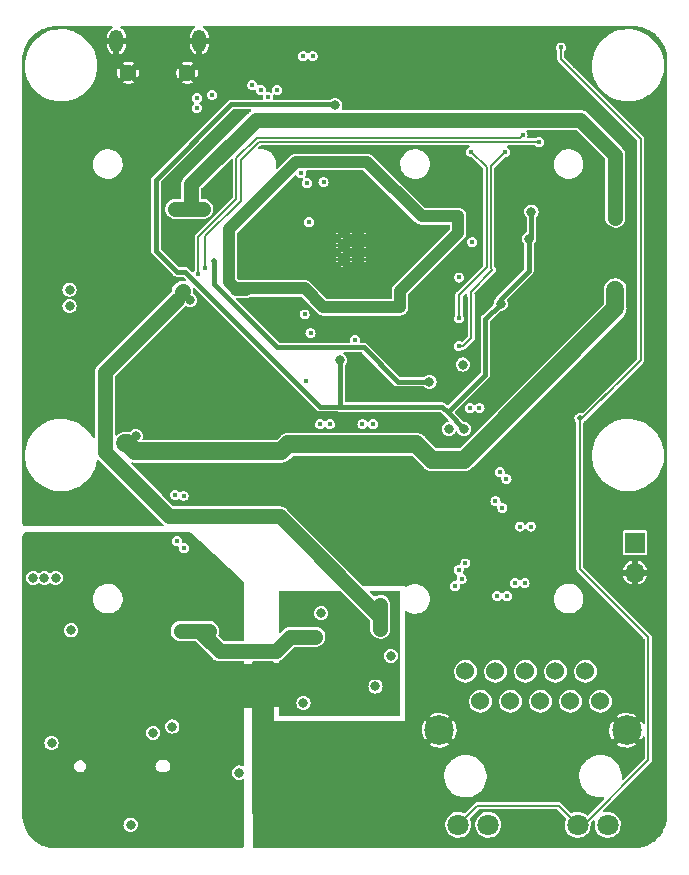
<source format=gbr>
%TF.GenerationSoftware,KiCad,Pcbnew,(5.99.0-8910-g624a231cc0)*%
%TF.CreationDate,2021-03-02T10:35:16+01:00*%
%TF.ProjectId,MainBoard,4d61696e-426f-4617-9264-2e6b69636164,rev?*%
%TF.SameCoordinates,PXa344e00PY7102aa0*%
%TF.FileFunction,Copper,L3,Inr*%
%TF.FilePolarity,Positive*%
%FSLAX46Y46*%
G04 Gerber Fmt 4.6, Leading zero omitted, Abs format (unit mm)*
G04 Created by KiCad (PCBNEW (5.99.0-8910-g624a231cc0)) date 2021-03-02 10:35:16*
%MOMM*%
%LPD*%
G01*
G04 APERTURE LIST*
%TA.AperFunction,ComponentPad*%
%ADD10R,1.700000X1.700000*%
%TD*%
%TA.AperFunction,ComponentPad*%
%ADD11O,1.700000X1.700000*%
%TD*%
%TA.AperFunction,ComponentPad*%
%ADD12O,1.200000X1.900000*%
%TD*%
%TA.AperFunction,ComponentPad*%
%ADD13C,1.450000*%
%TD*%
%TA.AperFunction,ComponentPad*%
%ADD14C,1.524000*%
%TD*%
%TA.AperFunction,ComponentPad*%
%ADD15C,1.800000*%
%TD*%
%TA.AperFunction,ComponentPad*%
%ADD16C,2.500000*%
%TD*%
%TA.AperFunction,ComponentPad*%
%ADD17O,1.700000X1.200000*%
%TD*%
%TA.AperFunction,ComponentPad*%
%ADD18O,1.350000X0.950000*%
%TD*%
%TA.AperFunction,ComponentPad*%
%ADD19C,0.500000*%
%TD*%
%TA.AperFunction,ViaPad*%
%ADD20C,0.800000*%
%TD*%
%TA.AperFunction,ViaPad*%
%ADD21C,0.450000*%
%TD*%
%TA.AperFunction,ViaPad*%
%ADD22C,0.500000*%
%TD*%
%TA.AperFunction,Conductor*%
%ADD23C,0.200000*%
%TD*%
%TA.AperFunction,Conductor*%
%ADD24C,0.400000*%
%TD*%
%TA.AperFunction,Conductor*%
%ADD25C,1.300000*%
%TD*%
%TA.AperFunction,Conductor*%
%ADD26C,1.500000*%
%TD*%
%TA.AperFunction,Conductor*%
%ADD27C,1.000000*%
%TD*%
G04 APERTURE END LIST*
D10*
%TO.N,/CM4/n_eeprom_en*%
%TO.C,J6*%
X52170000Y26075000D03*
D11*
%TO.N,GND*%
X52170000Y23535000D03*
%TD*%
D12*
%TO.N,GND*%
%TO.C,J7*%
X15270000Y68547500D03*
D13*
X9270000Y65847500D03*
D12*
X8270000Y68547500D03*
D13*
X14270000Y65847500D03*
%TD*%
D14*
%TO.N,/CM4/TRD0+*%
%TO.C,U3*%
X37820000Y15190000D03*
%TO.N,/CM4/TRD0-*%
X39090000Y12650000D03*
%TO.N,/CM4/TRD1+*%
X40360000Y15190000D03*
%TO.N,/CM4/TRD1-*%
X41630000Y12650000D03*
%TO.N,Net-(C1-Pad1)*%
X42900000Y15190000D03*
X44170000Y12650000D03*
%TO.N,/CM4/TRD2+*%
X45440000Y15190000D03*
%TO.N,/CM4/TRD2-*%
X46710000Y12650000D03*
%TO.N,/CM4/TRD3+*%
X47980000Y15190000D03*
%TO.N,/CM4/TRD3-*%
X49250000Y12650000D03*
D15*
%TO.N,+3V3*%
X37210000Y2190000D03*
%TO.N,Net-(R1-Pad2)*%
X39750000Y2190000D03*
%TO.N,+3V3*%
X47320000Y2190000D03*
%TO.N,Net-(R2-Pad2)*%
X49860000Y2190000D03*
D16*
%TO.N,GND*%
X35610000Y10190000D03*
X51460000Y10190000D03*
%TD*%
D17*
%TO.N,GND*%
%TO.C,J1*%
X12800000Y8870000D03*
X4600000Y2730000D03*
D18*
X4925000Y5800000D03*
D17*
X4600000Y8870000D03*
X12800000Y2730000D03*
D18*
X12475000Y5800000D03*
%TD*%
D19*
%TO.N,GND*%
%TO.C,U4*%
X26950000Y49460000D03*
X28150000Y49460000D03*
X29350000Y50660000D03*
X29350000Y49460000D03*
X28150000Y51860000D03*
X29350000Y51860000D03*
X26950000Y50660000D03*
X26950000Y51860000D03*
X28150000Y50660000D03*
%TD*%
D20*
%TO.N,GND*%
X25620006Y51201893D03*
D21*
X21300000Y36050000D03*
D20*
X770000Y36200000D03*
X6420000Y27900000D03*
X1500000Y1500000D03*
X31920000Y33000000D03*
X25600000Y52500000D03*
X31300000Y42650000D03*
X54270000Y49200000D03*
X27800000Y56400000D03*
X6070000Y1200000D03*
X23500000Y20600000D03*
X13475000Y50400000D03*
X17770000Y69200000D03*
X48770000Y69200000D03*
X54270000Y42200000D03*
X39920000Y33200000D03*
D21*
X19900000Y34975000D03*
D20*
X15500000Y25100000D03*
X7900000Y16600000D03*
X54270000Y10700000D03*
X770000Y42200000D03*
X5270000Y25800000D03*
X18470000Y8200000D03*
X1520000Y13700000D03*
X18420000Y18300000D03*
X770000Y30200000D03*
X24970000Y33000000D03*
X25620006Y49501893D03*
X30700000Y51100000D03*
X14800000Y43000000D03*
X18570000Y14900000D03*
D21*
X37100000Y50200000D03*
D20*
X770000Y49200000D03*
X19200000Y52393378D03*
X6800000Y10100000D03*
X37300000Y43900000D03*
X28150316Y47850010D03*
X43270000Y1200000D03*
X25600000Y48300000D03*
X17470000Y15300000D03*
X53770000Y2200000D03*
X25930000Y53660000D03*
X35000000Y35700000D03*
X17000000Y1700000D03*
X29552466Y47850010D03*
X29418077Y53651016D03*
X1520000Y11450000D03*
X1470000Y15600000D03*
X30700000Y52400000D03*
X41350000Y41750000D03*
X24200000Y15100000D03*
X36520000Y66950000D03*
D21*
X10345000Y32300000D03*
D20*
X54270000Y20200000D03*
X54270000Y55200000D03*
X770000Y55200000D03*
X1400000Y8000000D03*
X30700000Y48300000D03*
X18570000Y13700000D03*
X28600000Y39600000D03*
X9720000Y21850000D03*
X1070000Y28000000D03*
X28770000Y66950000D03*
X4520000Y21700000D03*
X33770000Y66950000D03*
X28070000Y32950000D03*
X19200000Y49000000D03*
X20770000Y1200000D03*
X20770000Y8200000D03*
X17420000Y23500000D03*
X17370000Y6400000D03*
X30700000Y49500000D03*
X28600000Y15100000D03*
D21*
X41700000Y20750000D03*
D20*
X29270000Y1200000D03*
X22500000Y59200000D03*
X770000Y62200000D03*
X44500000Y21650000D03*
X35700000Y57300000D03*
X26270000Y66950000D03*
X9500000Y16600000D03*
X11220000Y20950000D03*
X38900000Y54100000D03*
X54270000Y36700000D03*
X18620000Y20950000D03*
X54270000Y62200000D03*
X39725000Y47325000D03*
X5370000Y23900000D03*
X41000000Y53900000D03*
X9770000Y36700000D03*
X41670000Y57650000D03*
X42900000Y13600000D03*
X17470000Y14300000D03*
X27770000Y53700000D03*
X26639385Y47850010D03*
X12300000Y1400000D03*
X17470000Y13300000D03*
X44600000Y51100000D03*
X31270000Y66950000D03*
X31500000Y39050000D03*
D21*
X38600000Y20500000D03*
%TO.N,/CM4/USB-*%
X15070000Y63725000D03*
X20508311Y64410256D03*
%TO.N,/CM4/USB+*%
X15070000Y62875000D03*
X21109353Y63809214D03*
%TO.N,/CM4/OTG_ID*%
X16370000Y64000000D03*
X19770000Y64800000D03*
%TO.N,/CM4/TRD3+*%
X42825000Y22650000D03*
%TO.N,/CM4/TRD1+*%
X37809074Y24319435D03*
%TO.N,/CM4/TRD3-*%
X42015000Y22650000D03*
%TO.N,/CM4/TRD1-*%
X37236316Y23746677D03*
%TO.N,/CM4/TRD2+*%
X41325000Y21566010D03*
%TO.N,/CM4/TRD0+*%
X37491379Y22978518D03*
%TO.N,/CM4/TRD2-*%
X40515000Y21566010D03*
%TO.N,/CM4/TRD0-*%
X36918621Y22405760D03*
%TO.N,/PCIe_sata/TX00+*%
X43340000Y27440000D03*
%TO.N,/PCIe_sata/TX01+*%
X41286379Y31463621D03*
%TO.N,/PCIe_sata/TX02+*%
X30000000Y36100000D03*
%TO.N,/PCIe_sata/TX03+*%
X13982031Y25604427D03*
%TO.N,/PCIe_sata/TX00-*%
X42410000Y27440000D03*
%TO.N,/PCIe_sata/TX01-*%
X40713621Y32036379D03*
%TO.N,/PCIe_sata/TX02-*%
X29100000Y36100000D03*
%TO.N,/PCIe_sata/TX03-*%
X13395131Y26191327D03*
%TO.N,/PCIe_sata/RX00-*%
X40944869Y29008673D03*
%TO.N,/PCIe_sata/RX01-*%
X39005000Y37450000D03*
%TO.N,/PCIe_sata/RX02-*%
X26335000Y36100000D03*
%TO.N,/PCIe_sata/RX03-*%
X13950000Y30050000D03*
%TO.N,/PCIe_sata/RX00+*%
X40357969Y29595573D03*
%TO.N,/PCIe_sata/RX01+*%
X38195000Y37450000D03*
%TO.N,/PCIe_sata/RX02+*%
X25525000Y36100000D03*
%TO.N,/PCIe_sata/RX03+*%
X13250000Y30100000D03*
%TO.N,/PCIe_sata/VAA2_0*%
X38400000Y51500000D03*
%TO.N,/PCIe_sata/VAA2_1*%
X37300000Y48525000D03*
%TO.N,/PCIe_sata/AVDD0*%
X25800000Y56600000D03*
%TO.N,+3V3*%
X45900000Y68000000D03*
D20*
X34770000Y39700000D03*
D22*
X16500000Y49900000D03*
X47500000Y36600000D03*
D20*
X37600000Y41150000D03*
X36400000Y35700000D03*
D21*
%TO.N,/PCIe_sata/VAA2_2*%
X28450000Y43250000D03*
%TO.N,/PCIe_sata/VAA2_3*%
X24700000Y43800000D03*
D20*
%TO.N,+1V0*%
X30600000Y19800000D03*
X14500000Y46600000D03*
X13900000Y47400000D03*
X31500000Y16500000D03*
X13400000Y46600000D03*
X24100000Y12500000D03*
X30600000Y18800000D03*
X30600000Y20800000D03*
%TO.N,+1V8*%
X26800000Y63100000D03*
X37700000Y35700000D03*
X27200000Y41500000D03*
X43200000Y51800000D03*
X40800000Y46300000D03*
X43400000Y54100000D03*
%TO.N,+12V*%
X50500000Y53600000D03*
X24100000Y18100000D03*
X14420000Y54350000D03*
X15605000Y54335000D03*
X16100000Y18600000D03*
X50500000Y55000000D03*
X23000000Y18100000D03*
X15300000Y18600000D03*
X13255000Y54335000D03*
X25100000Y18100000D03*
X13700000Y18600000D03*
X14500000Y18600000D03*
%TO.N,+5V*%
X4300000Y46100000D03*
X50500000Y47500000D03*
X18670000Y6600000D03*
X50500000Y45900000D03*
X37220000Y33100000D03*
X3120000Y23100000D03*
X9900000Y35100000D03*
X35120000Y33100000D03*
X9870000Y33800000D03*
X2170000Y23100000D03*
X36170000Y33100000D03*
X2770000Y9100000D03*
X1220000Y23100000D03*
X4300000Y47500000D03*
X9000000Y34500000D03*
D21*
%TO.N,/CM4/PCIE_nRST*%
X21870000Y64400000D03*
X24560000Y53200000D03*
%TO.N,/CM4/PCIE_TX_P*%
X24075000Y67250000D03*
X23900000Y57350000D03*
%TO.N,/CM4/PCIE_TX_N*%
X24885000Y67250000D03*
X24400000Y56500000D03*
%TO.N,/PCIe_sata/led1*%
X15800000Y49300000D03*
X44050000Y60000000D03*
%TO.N,/PCIe_sata/led2*%
X15200000Y48800000D03*
X42650000Y60575000D03*
%TO.N,/PCIe_sata/led3*%
X41175000Y59150000D03*
X37250000Y42725000D03*
%TO.N,/PCIe_sata/led4*%
X38300000Y59150000D03*
X37275000Y45075000D03*
%TO.N,/PCIe_sata/SPI_DO*%
X24300000Y39800000D03*
X24200000Y45400000D03*
D20*
%TO.N,Net-(C61-Pad1)*%
X4438967Y18651273D03*
X13000000Y10500000D03*
%TO.N,/Power/CC1*%
X9470000Y2200000D03*
X11370000Y9975000D03*
%TO.N,VDD*%
X29500000Y58300000D03*
X18300000Y47600000D03*
X37200000Y53700000D03*
X19200000Y47500000D03*
X32262686Y46002012D03*
%TO.N,Net-(C84-Pad1)*%
X30200000Y13900000D03*
X25600000Y20100000D03*
%TD*%
D23*
%TO.N,+3V3*%
X45710000Y3800000D02*
X47320000Y2190000D01*
X37210000Y2190000D02*
X38820000Y3800000D01*
X47500000Y36600000D02*
X47500000Y23850000D01*
X47725000Y36600000D02*
X52650000Y41525000D01*
X47840000Y2190000D02*
X47656032Y2190000D01*
X53300000Y18050000D02*
X53300000Y7650000D01*
D24*
X16500000Y48000000D02*
X21900000Y42600000D01*
D23*
X53300000Y7650000D02*
X47840000Y2190000D01*
X52650000Y60250000D02*
X45900000Y67000000D01*
D24*
X16500000Y49900000D02*
X16500000Y48000000D01*
X32100000Y39700000D02*
X34770000Y39700000D01*
D23*
X47500000Y36600000D02*
X47725000Y36600000D01*
X47500000Y23850000D02*
X53300000Y18050000D01*
D24*
X21900000Y42600000D02*
X29200000Y42600000D01*
D23*
X45900000Y67000000D02*
X45900000Y68000000D01*
D24*
X29200000Y42600000D02*
X32100000Y39700000D01*
D23*
X47725000Y36600000D02*
X50300000Y39175000D01*
X52650000Y41525000D02*
X52650000Y60250000D01*
X38820000Y3800000D02*
X45710000Y3800000D01*
D25*
%TO.N,+1V0*%
X12753983Y28300000D02*
X22100000Y28300000D01*
X7300000Y40500000D02*
X7300000Y33753983D01*
X30600000Y19800000D02*
X30600000Y18800000D01*
X13900000Y47400000D02*
X13800000Y47300000D01*
X30600000Y19800000D02*
X30600000Y20800000D01*
X22100000Y28300000D02*
X30600000Y19800000D01*
X7300000Y33753983D02*
X12753983Y28300000D01*
X13400000Y46600000D02*
X7300000Y40500000D01*
D24*
%TO.N,+1V8*%
X11600000Y50800000D02*
X13400000Y49000000D01*
X40800000Y46700000D02*
X43200000Y49100000D01*
X40800000Y46300000D02*
X40800000Y46700000D01*
X26800000Y63100000D02*
X26725000Y63175000D01*
X27100000Y37600000D02*
X27150000Y37550000D01*
X39500000Y45000000D02*
X39500000Y40300000D01*
X26725000Y63175000D02*
X17975000Y63175000D01*
X36300000Y37100000D02*
X37700000Y35700000D01*
X39500000Y40300000D02*
X36300000Y37100000D01*
X13400000Y49000000D02*
X14100000Y49000000D01*
X14100000Y49000000D02*
X25500000Y37600000D01*
X35850000Y37550000D02*
X36300000Y37100000D01*
X27150000Y37550000D02*
X35850000Y37550000D01*
X43200000Y49100000D02*
X43200000Y51800000D01*
X17975000Y63175000D02*
X11600000Y56800000D01*
X27150000Y37550000D02*
X27200000Y37600000D01*
X43400000Y52000000D02*
X43200000Y51800000D01*
X40800000Y46300000D02*
X39500000Y45000000D01*
X25500000Y37600000D02*
X27100000Y37600000D01*
X43400000Y54100000D02*
X43400000Y52000000D01*
X27200000Y37600000D02*
X27200000Y41500000D01*
X11600000Y56800000D02*
X11600000Y50800000D01*
D25*
%TO.N,+12V*%
X20050000Y61850000D02*
X47550000Y61850000D01*
X15300000Y18600000D02*
X13700000Y18600000D01*
X50500000Y55000000D02*
X50500000Y53600000D01*
X13255000Y54335000D02*
X15605000Y54335000D01*
X47550000Y61850000D02*
X50500000Y58900000D01*
X50500000Y58900000D02*
X50500000Y55000000D01*
X24100000Y18100000D02*
X25100000Y18100000D01*
X14600000Y54530000D02*
X14600000Y56400000D01*
X17000000Y16900000D02*
X21800000Y16900000D01*
X14420000Y54350000D02*
X14600000Y54530000D01*
X23000000Y18100000D02*
X24100000Y18100000D01*
X17000000Y16900000D02*
X15300000Y18600000D01*
X15300000Y18600000D02*
X16100000Y18600000D01*
X14600000Y56400000D02*
X20050000Y61850000D01*
X21800000Y16900000D02*
X23000000Y18100000D01*
D26*
%TO.N,+5V*%
X22220000Y33800000D02*
X9870000Y33800000D01*
X34970000Y33100000D02*
X33670000Y34400000D01*
X50500000Y47500000D02*
X50500000Y45900000D01*
X37700000Y33100000D02*
X34970000Y33100000D01*
X9170000Y34500000D02*
X9870000Y33800000D01*
X33670000Y34400000D02*
X22820000Y34400000D01*
X9000000Y34500000D02*
X9170000Y34500000D01*
X22820000Y34400000D02*
X22220000Y33800000D01*
X50500000Y45900000D02*
X37700000Y33100000D01*
D23*
%TO.N,/PCIe_sata/led1*%
X18775000Y58475000D02*
X20325000Y60025000D01*
X44025000Y60025000D02*
X44050000Y60000000D01*
X20325000Y60025000D02*
X44025000Y60025000D01*
X18775000Y55025000D02*
X18775000Y58475000D01*
X15800000Y49300000D02*
X15800000Y52050000D01*
X15800000Y52050000D02*
X18775000Y55025000D01*
%TO.N,/PCIe_sata/led2*%
X18424980Y58619984D02*
X20180016Y60375020D01*
X15200000Y51945004D02*
X18424980Y55169984D01*
X42450020Y60375020D02*
X42650000Y60575000D01*
X18424980Y55169984D02*
X18424980Y58619984D01*
X20180016Y60375020D02*
X42450020Y60375020D01*
X15200000Y48800000D02*
X15200000Y51945004D01*
%TO.N,/PCIe_sata/led3*%
X39950020Y55375000D02*
X39950020Y57925020D01*
X39950020Y57925020D02*
X41175000Y59150000D01*
X38300000Y43375000D02*
X38300000Y47000000D01*
X37250000Y42725000D02*
X37650000Y42725000D01*
X39950020Y49299980D02*
X39950020Y55375000D01*
X38250000Y47050000D02*
X38250000Y47300000D01*
X38300000Y47000000D02*
X38250000Y47050000D01*
X37650000Y42725000D02*
X38300000Y43375000D01*
X40100000Y49150000D02*
X39950020Y49299980D01*
X38250000Y47300000D02*
X40100000Y49150000D01*
%TO.N,/PCIe_sata/led4*%
X39600000Y57850000D02*
X38300000Y59150000D01*
X39600000Y49400000D02*
X39600000Y57850000D01*
X37275000Y47075000D02*
X39600000Y49400000D01*
X37275000Y45075000D02*
X37275000Y47075000D01*
D27*
%TO.N,VDD*%
X17800000Y52600000D02*
X17800000Y48100000D01*
X37200000Y52300000D02*
X37200000Y53700000D01*
X19200000Y47500000D02*
X18400000Y47500000D01*
X25797988Y46002012D02*
X32262686Y46002012D01*
X32262686Y47362686D02*
X37200000Y52300000D01*
X34100000Y53700000D02*
X37200000Y53700000D01*
D24*
X18400000Y47500000D02*
X18300000Y47600000D01*
D27*
X24200000Y47600000D02*
X25797988Y46002012D01*
X18300000Y47600000D02*
X24200000Y47600000D01*
X29500000Y58300000D02*
X34100000Y53700000D01*
X29500000Y58300000D02*
X23500000Y58300000D01*
X17800000Y48100000D02*
X18300000Y47600000D01*
X23500000Y58300000D02*
X17800000Y52600000D01*
X32262686Y46002012D02*
X32262686Y47362686D01*
%TD*%
%TA.AperFunction,Conductor*%
%TO.N,GND*%
G36*
X27213142Y21979998D02*
G01*
X27234116Y21963095D01*
X29712595Y19484616D01*
X29746621Y19422304D01*
X29749500Y19395521D01*
X29749500Y18753975D01*
X29764457Y18616294D01*
X29823396Y18441159D01*
X29918569Y18282765D01*
X30045533Y18148504D01*
X30198367Y18044638D01*
X30204701Y18042105D01*
X30204704Y18042103D01*
X30363602Y17978548D01*
X30363607Y17978547D01*
X30369939Y17976014D01*
X30461718Y17960820D01*
X30545507Y17946949D01*
X30545511Y17946949D01*
X30552245Y17945834D01*
X30559062Y17946191D01*
X30559066Y17946191D01*
X30712077Y17954210D01*
X30736778Y17955505D01*
X30743351Y17957316D01*
X30743354Y17957316D01*
X30908349Y18002763D01*
X30914931Y18004576D01*
X31078390Y18090758D01*
X31083603Y18095163D01*
X31083607Y18095166D01*
X31214315Y18205623D01*
X31214319Y18205627D01*
X31219529Y18210030D01*
X31234771Y18229965D01*
X31279611Y18288614D01*
X31331764Y18356828D01*
X31400000Y18503161D01*
X31400000Y17092335D01*
X31351473Y17085946D01*
X31343285Y17084868D01*
X31197250Y17024378D01*
X31071847Y16928153D01*
X30975622Y16802750D01*
X30915132Y16656715D01*
X30894500Y16500000D01*
X30915132Y16343285D01*
X30975622Y16197250D01*
X31071847Y16071847D01*
X31197250Y15975622D01*
X31343285Y15915132D01*
X31351473Y15914054D01*
X31400000Y15907665D01*
X31400000Y11725000D01*
X22100000Y11725000D01*
X22100000Y12500000D01*
X23494500Y12500000D01*
X23515132Y12343285D01*
X23575622Y12197250D01*
X23671847Y12071847D01*
X23797250Y11975622D01*
X23943285Y11915132D01*
X24100000Y11894500D01*
X24108188Y11895578D01*
X24248527Y11914054D01*
X24256715Y11915132D01*
X24402750Y11975622D01*
X24528153Y12071847D01*
X24624378Y12197250D01*
X24684868Y12343285D01*
X24705500Y12500000D01*
X24684868Y12656715D01*
X24624378Y12802750D01*
X24528153Y12928153D01*
X24402750Y13024378D01*
X24256715Y13084868D01*
X24100000Y13105500D01*
X23943285Y13084868D01*
X23797250Y13024378D01*
X23671847Y12928153D01*
X23575622Y12802750D01*
X23515132Y12656715D01*
X23494500Y12500000D01*
X22100000Y12500000D01*
X22100000Y13900000D01*
X29594500Y13900000D01*
X29615132Y13743285D01*
X29675622Y13597250D01*
X29771847Y13471847D01*
X29897250Y13375622D01*
X30043285Y13315132D01*
X30200000Y13294500D01*
X30208188Y13295578D01*
X30348527Y13314054D01*
X30356715Y13315132D01*
X30502750Y13375622D01*
X30628153Y13471847D01*
X30724378Y13597250D01*
X30784868Y13743285D01*
X30805500Y13900000D01*
X30784868Y14056715D01*
X30724378Y14202750D01*
X30628153Y14328153D01*
X30502750Y14424378D01*
X30356715Y14484868D01*
X30200000Y14505500D01*
X30043285Y14484868D01*
X29897250Y14424378D01*
X29771847Y14328153D01*
X29675622Y14202750D01*
X29615132Y14056715D01*
X29594500Y13900000D01*
X22100000Y13900000D01*
X22100000Y16103594D01*
X22152376Y16121220D01*
X22152378Y16121221D01*
X22158841Y16123396D01*
X22164688Y16126909D01*
X22167512Y16128214D01*
X22167939Y16128390D01*
X22168094Y16128464D01*
X22168513Y16128692D01*
X22171301Y16130064D01*
X22177708Y16132396D01*
X22183466Y16136050D01*
X22183470Y16136052D01*
X22224453Y16162061D01*
X22245625Y16175497D01*
X22248225Y16177103D01*
X22311382Y16215051D01*
X22311389Y16215056D01*
X22317235Y16218569D01*
X22322196Y16223260D01*
X22324649Y16225123D01*
X22325445Y16225676D01*
X22329365Y16228640D01*
X22333728Y16231409D01*
X22338162Y16235373D01*
X22391825Y16289036D01*
X22394347Y16291490D01*
X22446540Y16340846D01*
X22446542Y16340848D01*
X22451496Y16345533D01*
X22455329Y16351174D01*
X22459755Y16356374D01*
X22460171Y16356020D01*
X22466654Y16363865D01*
X23315384Y17212595D01*
X23377696Y17246621D01*
X23404479Y17249500D01*
X25146025Y17249500D01*
X25283706Y17264457D01*
X25458841Y17323396D01*
X25617235Y17418569D01*
X25751496Y17545533D01*
X25855362Y17698367D01*
X25857897Y17704704D01*
X25921452Y17863602D01*
X25921453Y17863607D01*
X25923986Y17869939D01*
X25941966Y17978548D01*
X25953051Y18045507D01*
X25953051Y18045511D01*
X25954166Y18052245D01*
X25944495Y18236778D01*
X25933194Y18277809D01*
X25897237Y18408349D01*
X25895424Y18414931D01*
X25809242Y18578390D01*
X25804837Y18583603D01*
X25804834Y18583607D01*
X25694377Y18714315D01*
X25694373Y18714319D01*
X25689970Y18719529D01*
X25649360Y18750578D01*
X25548593Y18827619D01*
X25543172Y18831764D01*
X25375698Y18909858D01*
X25195362Y18950168D01*
X25189424Y18950500D01*
X23040884Y18950500D01*
X23030340Y18950942D01*
X23020349Y18951781D01*
X22979098Y18955245D01*
X22972338Y18954343D01*
X22972337Y18954343D01*
X22899336Y18944602D01*
X22896279Y18944232D01*
X22823075Y18936280D01*
X22823072Y18936279D01*
X22816294Y18935543D01*
X22809834Y18933369D01*
X22806786Y18932699D01*
X22806327Y18932618D01*
X22806178Y18932583D01*
X22805716Y18932449D01*
X22802699Y18931708D01*
X22795934Y18930805D01*
X22720310Y18903281D01*
X22717489Y18902292D01*
X22675948Y18888312D01*
X22647621Y18878779D01*
X22647619Y18878778D01*
X22641159Y18876604D01*
X22635313Y18873091D01*
X22632488Y18871786D01*
X22632061Y18871610D01*
X22631906Y18871536D01*
X22631484Y18871306D01*
X22628701Y18869937D01*
X22622292Y18867604D01*
X22616538Y18863953D01*
X22616533Y18863950D01*
X22554380Y18824506D01*
X22551761Y18822889D01*
X22488619Y18784949D01*
X22488616Y18784947D01*
X22482765Y18781431D01*
X22477804Y18776739D01*
X22475343Y18774871D01*
X22474559Y18774327D01*
X22470639Y18771362D01*
X22466271Y18768590D01*
X22461838Y18764626D01*
X22408193Y18710981D01*
X22405671Y18708527D01*
X22348504Y18654467D01*
X22344666Y18648819D01*
X22340247Y18643627D01*
X22339831Y18643981D01*
X22333346Y18636134D01*
X22215095Y18517883D01*
X22152783Y18483857D01*
X22100000Y18487632D01*
X22100000Y20100000D01*
X24994500Y20100000D01*
X25015132Y19943285D01*
X25075622Y19797250D01*
X25171847Y19671847D01*
X25297250Y19575622D01*
X25443285Y19515132D01*
X25600000Y19494500D01*
X25608188Y19495578D01*
X25748527Y19514054D01*
X25756715Y19515132D01*
X25902750Y19575622D01*
X26028153Y19671847D01*
X26124378Y19797250D01*
X26184868Y19943285D01*
X26205500Y20100000D01*
X26184868Y20256715D01*
X26124378Y20402750D01*
X26028153Y20528153D01*
X25902750Y20624378D01*
X25756715Y20684868D01*
X25600000Y20705500D01*
X25443285Y20684868D01*
X25297250Y20624378D01*
X25171847Y20528153D01*
X25075622Y20402750D01*
X25015132Y20256715D01*
X24994500Y20100000D01*
X22100000Y20100000D01*
X22100000Y21994344D01*
X22126000Y22000000D01*
X27145021Y22000000D01*
X27213142Y21979998D01*
G37*
%TD.AperFunction*%
%TA.AperFunction,Conductor*%
G36*
X31400000Y21089321D02*
G01*
X31378781Y21152371D01*
X31376604Y21158841D01*
X31281431Y21317235D01*
X31154467Y21451496D01*
X31001633Y21555362D01*
X30995299Y21557895D01*
X30995296Y21557897D01*
X30836398Y21621452D01*
X30836393Y21621453D01*
X30830061Y21623986D01*
X30738282Y21639180D01*
X30654493Y21653051D01*
X30654489Y21653051D01*
X30647755Y21654166D01*
X30640938Y21653809D01*
X30640934Y21653809D01*
X30487923Y21645790D01*
X30463222Y21644495D01*
X30456649Y21642684D01*
X30456646Y21642684D01*
X30291651Y21597237D01*
X30285069Y21595424D01*
X30227822Y21565241D01*
X30185406Y21542878D01*
X30115819Y21528802D01*
X30049668Y21554581D01*
X30037547Y21565241D01*
X29817883Y21784905D01*
X29783857Y21847217D01*
X29788922Y21918032D01*
X29831469Y21974868D01*
X29897989Y21999679D01*
X29906978Y22000000D01*
X31400000Y22000000D01*
X31400000Y21089321D01*
G37*
%TD.AperFunction*%
%TD*%
%TA.AperFunction,Conductor*%
%TO.N,GND*%
G36*
X14411766Y26948285D02*
G01*
X14493596Y26932853D01*
X14527764Y26919491D01*
X14598363Y26875308D01*
X14612994Y26864129D01*
X15333261Y26199024D01*
X18986057Y22825982D01*
X18999525Y22810691D01*
X19052841Y22735852D01*
X19069104Y22698722D01*
X19076897Y22661549D01*
X19087957Y22608788D01*
X19090063Y22588525D01*
X19091107Y20213682D01*
X19092147Y17849544D01*
X19073265Y17791344D01*
X19023781Y17755359D01*
X18993147Y17750500D01*
X17393297Y17750500D01*
X17335106Y17769407D01*
X17323293Y17779496D01*
X16915537Y18187252D01*
X16887760Y18241769D01*
X16893621Y18294022D01*
X16921995Y18364961D01*
X16921995Y18364962D01*
X16923986Y18369939D01*
X16954166Y18552245D01*
X16944495Y18736778D01*
X16923229Y18813985D01*
X16896848Y18909763D01*
X16896846Y18909767D01*
X16895424Y18914931D01*
X16809242Y19078390D01*
X16689970Y19219529D01*
X16605394Y19284192D01*
X16547434Y19328506D01*
X16547431Y19328508D01*
X16543172Y19331764D01*
X16375698Y19409858D01*
X16370467Y19411027D01*
X16370465Y19411028D01*
X16258200Y19436122D01*
X16195362Y19450168D01*
X16191080Y19450407D01*
X16190808Y19450423D01*
X16190794Y19450423D01*
X16189424Y19450500D01*
X15313123Y19450500D01*
X15310359Y19450539D01*
X15309804Y19450555D01*
X15231390Y19452745D01*
X15226128Y19451741D01*
X15220776Y19451311D01*
X15220761Y19451493D01*
X15210261Y19450500D01*
X13653975Y19450500D01*
X13623853Y19447228D01*
X13521619Y19436122D01*
X13521614Y19436121D01*
X13516294Y19435543D01*
X13341159Y19376604D01*
X13182765Y19281431D01*
X13048504Y19154467D01*
X12944638Y19001633D01*
X12876014Y18830061D01*
X12845834Y18647755D01*
X12846115Y18642398D01*
X12853863Y18494558D01*
X12855505Y18463222D01*
X12856928Y18458057D01*
X12903152Y18290237D01*
X12903154Y18290233D01*
X12904576Y18285069D01*
X12990758Y18121610D01*
X13110030Y17980471D01*
X13114289Y17977215D01*
X13252566Y17871494D01*
X13252569Y17871492D01*
X13256828Y17868236D01*
X13424302Y17790142D01*
X13429533Y17788973D01*
X13429535Y17788972D01*
X13471929Y17779496D01*
X13604638Y17749832D01*
X13608920Y17749593D01*
X13609192Y17749577D01*
X13609206Y17749577D01*
X13610576Y17749500D01*
X14906703Y17749500D01*
X14964894Y17730593D01*
X14976707Y17720504D01*
X16370503Y16326708D01*
X16376114Y16320605D01*
X16410030Y16280471D01*
X16474251Y16231370D01*
X16476116Y16229907D01*
X16539082Y16179282D01*
X16543885Y16176898D01*
X16548229Y16174120D01*
X16552573Y16171489D01*
X16556828Y16168236D01*
X16630103Y16134068D01*
X16632200Y16133057D01*
X16704597Y16097119D01*
X16709800Y16095822D01*
X16714556Y16094072D01*
X16719440Y16092409D01*
X16724302Y16090142D01*
X16795546Y16074217D01*
X16803146Y16072518D01*
X16805499Y16071961D01*
X16878692Y16053712D01*
X16878696Y16053711D01*
X16883896Y16052415D01*
X16889256Y16052265D01*
X16894568Y16051538D01*
X16894520Y16051186D01*
X16896604Y16050927D01*
X16896653Y16051277D01*
X16900666Y16050720D01*
X16904638Y16049832D01*
X16908696Y16049605D01*
X16908697Y16049605D01*
X16909192Y16049577D01*
X16909206Y16049577D01*
X16910576Y16049500D01*
X16986877Y16049500D01*
X16989641Y16049461D01*
X17068610Y16047255D01*
X17073872Y16048259D01*
X17079224Y16048689D01*
X17079239Y16048507D01*
X17089739Y16049500D01*
X18993983Y16049500D01*
X19052174Y16030593D01*
X19088138Y15981093D01*
X19092983Y15950546D01*
X19095567Y10077000D01*
X19096823Y7221193D01*
X19077941Y7162993D01*
X19028457Y7127008D01*
X18967272Y7126981D01*
X18959945Y7129682D01*
X18826715Y7184868D01*
X18670000Y7205500D01*
X18513285Y7184868D01*
X18367250Y7124378D01*
X18241847Y7028153D01*
X18145622Y6902750D01*
X18085132Y6756715D01*
X18064500Y6600000D01*
X18085132Y6443285D01*
X18145622Y6297250D01*
X18241847Y6171847D01*
X18367250Y6075622D01*
X18513285Y6015132D01*
X18670000Y5994500D01*
X18826715Y6015132D01*
X18960484Y6070541D01*
X19021480Y6075342D01*
X19073649Y6043373D01*
X19097064Y5986845D01*
X19097369Y5979121D01*
X19098656Y3055823D01*
X19099221Y1770522D01*
X19099765Y535971D01*
X19099776Y509884D01*
X19097882Y490568D01*
X19086180Y431623D01*
X19080817Y404606D01*
X19066044Y368907D01*
X19022896Y304293D01*
X18995586Y276971D01*
X18930991Y233794D01*
X18895299Y219006D01*
X18823723Y204764D01*
X18809344Y201903D01*
X18790025Y200000D01*
X3155947Y200000D01*
X3132488Y202820D01*
X3130264Y203362D01*
X3130259Y203363D01*
X3124817Y204690D01*
X3118395Y204775D01*
X2992613Y206437D01*
X2988372Y206584D01*
X2947484Y208879D01*
X2912312Y210855D01*
X2906817Y211318D01*
X2787492Y224763D01*
X2667817Y238248D01*
X2662320Y239024D01*
X2614643Y247124D01*
X2601238Y249402D01*
X2595812Y250480D01*
X2361296Y304007D01*
X2355936Y305390D01*
X2296372Y322550D01*
X2291106Y324229D01*
X2190449Y359450D01*
X2064119Y403655D01*
X2058931Y405635D01*
X2001666Y429355D01*
X1996597Y431623D01*
X1779917Y535971D01*
X1774984Y538520D01*
X1720753Y568492D01*
X1715970Y571313D01*
X1512340Y699263D01*
X1507722Y702349D01*
X1457174Y738215D01*
X1452737Y741554D01*
X1264721Y891492D01*
X1260479Y895074D01*
X1214282Y936358D01*
X1210246Y940173D01*
X1040172Y1110247D01*
X1036358Y1114282D01*
X995046Y1160510D01*
X991514Y1164693D01*
X841546Y1352747D01*
X838233Y1357148D01*
X802322Y1407760D01*
X799277Y1412318D01*
X671305Y1615983D01*
X668499Y1620741D01*
X638515Y1674994D01*
X635971Y1679916D01*
X591421Y1772425D01*
X531619Y1896605D01*
X529357Y1901661D01*
X505640Y1958920D01*
X503660Y1964107D01*
X424226Y2191116D01*
X422539Y2196408D01*
X421504Y2200000D01*
X8864500Y2200000D01*
X8885132Y2043285D01*
X8945622Y1897250D01*
X9041847Y1771847D01*
X9167250Y1675622D01*
X9313285Y1615132D01*
X9470000Y1594500D01*
X9626715Y1615132D01*
X9772750Y1675622D01*
X9898153Y1771847D01*
X9994378Y1897250D01*
X10054868Y2043285D01*
X10075500Y2200000D01*
X10072124Y2225647D01*
X10055715Y2350279D01*
X10054868Y2356715D01*
X9994378Y2502750D01*
X9898153Y2628153D01*
X9772750Y2724378D01*
X9626715Y2784868D01*
X9470000Y2805500D01*
X9313285Y2784868D01*
X9167250Y2724378D01*
X9041847Y2628153D01*
X8945622Y2502750D01*
X8885132Y2356715D01*
X8884285Y2350279D01*
X8867877Y2225647D01*
X8864500Y2200000D01*
X421504Y2200000D01*
X405390Y2255936D01*
X404003Y2261312D01*
X350486Y2495781D01*
X349403Y2501229D01*
X339026Y2562308D01*
X338249Y2567806D01*
X311318Y2806827D01*
X310852Y2812360D01*
X306584Y2888365D01*
X306437Y2892608D01*
X304766Y3019068D01*
X304693Y3024625D01*
X302779Y3032533D01*
X300000Y3055823D01*
X300000Y7156176D01*
X4694538Y7156176D01*
X4695453Y7149178D01*
X4699213Y7120427D01*
X4713121Y7014061D01*
X4715962Y7007605D01*
X4715962Y7007604D01*
X4759834Y6907899D01*
X4770845Y6882874D01*
X4863068Y6773162D01*
X4868939Y6769254D01*
X4868940Y6769253D01*
X4901581Y6747526D01*
X4982377Y6693743D01*
X4989104Y6691641D01*
X4989107Y6691640D01*
X5112448Y6653106D01*
X5112449Y6653106D01*
X5119180Y6651003D01*
X5190830Y6649690D01*
X5255427Y6648505D01*
X5255429Y6648505D01*
X5262481Y6648376D01*
X5269284Y6650231D01*
X5269286Y6650231D01*
X5322789Y6664818D01*
X5400758Y6686075D01*
X5522897Y6761069D01*
X5619078Y6867328D01*
X5681570Y6996311D01*
X5684557Y7014061D01*
X5695885Y7081396D01*
X11574177Y7081396D01*
X11576114Y7074620D01*
X11576114Y7074617D01*
X11611624Y6950369D01*
X11613562Y6943589D01*
X11617325Y6937625D01*
X11664978Y6862100D01*
X11690042Y6822375D01*
X11797469Y6727499D01*
X11927206Y6666588D01*
X12036955Y6649500D01*
X12359914Y6649500D01*
X12363404Y6650000D01*
X12363407Y6650000D01*
X12459894Y6663818D01*
X12466877Y6664818D01*
X12473295Y6667736D01*
X12473298Y6667737D01*
X12590927Y6721220D01*
X12590928Y6721220D01*
X12597349Y6724140D01*
X12705926Y6817697D01*
X12783882Y6937967D01*
X12803412Y7003269D01*
X12822926Y7068521D01*
X12824948Y7075282D01*
X12825823Y7218604D01*
X12822144Y7231479D01*
X12788376Y7349631D01*
X12788375Y7349633D01*
X12786438Y7356411D01*
X12709958Y7477625D01*
X12602531Y7572501D01*
X12472794Y7633412D01*
X12363045Y7650500D01*
X12040086Y7650500D01*
X12036596Y7650000D01*
X12036593Y7650000D01*
X11949421Y7637516D01*
X11933123Y7635182D01*
X11926705Y7632264D01*
X11926702Y7632263D01*
X11809073Y7578780D01*
X11802651Y7575860D01*
X11694074Y7482303D01*
X11616118Y7362033D01*
X11575052Y7224718D01*
X11574177Y7081396D01*
X5695885Y7081396D01*
X5704715Y7133880D01*
X5704715Y7133883D01*
X5705349Y7137650D01*
X5705500Y7150000D01*
X5685182Y7291877D01*
X5625860Y7422349D01*
X5532303Y7530926D01*
X5412033Y7608882D01*
X5405275Y7610903D01*
X5405273Y7610904D01*
X5281479Y7647926D01*
X5274718Y7649948D01*
X5188694Y7650473D01*
X5138448Y7650780D01*
X5131396Y7650823D01*
X5124620Y7648886D01*
X5124617Y7648886D01*
X5000369Y7613376D01*
X5000367Y7613375D01*
X4993589Y7611438D01*
X4872375Y7534958D01*
X4777499Y7427531D01*
X4716588Y7297794D01*
X4694538Y7156176D01*
X300000Y7156176D01*
X300000Y9100000D01*
X2164500Y9100000D01*
X2185132Y8943285D01*
X2245622Y8797250D01*
X2341847Y8671847D01*
X2467250Y8575622D01*
X2613285Y8515132D01*
X2770000Y8494500D01*
X2926715Y8515132D01*
X3072750Y8575622D01*
X3198153Y8671847D01*
X3294378Y8797250D01*
X3354868Y8943285D01*
X3375500Y9100000D01*
X3354868Y9256715D01*
X3294378Y9402750D01*
X3198153Y9528153D01*
X3072750Y9624378D01*
X2926715Y9684868D01*
X2770000Y9705500D01*
X2613285Y9684868D01*
X2467250Y9624378D01*
X2341847Y9528153D01*
X2245622Y9402750D01*
X2185132Y9256715D01*
X2164500Y9100000D01*
X300000Y9100000D01*
X300000Y9975000D01*
X10764500Y9975000D01*
X10785132Y9818285D01*
X10845622Y9672250D01*
X10941847Y9546847D01*
X11067250Y9450622D01*
X11213285Y9390132D01*
X11370000Y9369500D01*
X11526715Y9390132D01*
X11672750Y9450622D01*
X11798153Y9546847D01*
X11894378Y9672250D01*
X11954868Y9818285D01*
X11975500Y9975000D01*
X11954868Y10131715D01*
X11894378Y10277750D01*
X11798153Y10403153D01*
X11672750Y10499378D01*
X11671248Y10500000D01*
X12394500Y10500000D01*
X12415132Y10343285D01*
X12475622Y10197250D01*
X12571847Y10071847D01*
X12697250Y9975622D01*
X12843285Y9915132D01*
X13000000Y9894500D01*
X13156715Y9915132D01*
X13302750Y9975622D01*
X13428153Y10071847D01*
X13524378Y10197250D01*
X13584868Y10343285D01*
X13605500Y10500000D01*
X13584868Y10656715D01*
X13524378Y10802750D01*
X13428153Y10928153D01*
X13302750Y11024378D01*
X13156715Y11084868D01*
X13000000Y11105500D01*
X12843285Y11084868D01*
X12697250Y11024378D01*
X12571847Y10928153D01*
X12475622Y10802750D01*
X12415132Y10656715D01*
X12394500Y10500000D01*
X11671248Y10500000D01*
X11526715Y10559868D01*
X11370000Y10580500D01*
X11213285Y10559868D01*
X11067250Y10499378D01*
X10941847Y10403153D01*
X10845622Y10277750D01*
X10785132Y10131715D01*
X10764500Y9975000D01*
X300000Y9975000D01*
X300000Y18651273D01*
X3833467Y18651273D01*
X3854099Y18494558D01*
X3914589Y18348523D01*
X4010814Y18223120D01*
X4136217Y18126895D01*
X4282252Y18066405D01*
X4438967Y18045773D01*
X4595682Y18066405D01*
X4741717Y18126895D01*
X4867120Y18223120D01*
X4963345Y18348523D01*
X5023835Y18494558D01*
X5044467Y18651273D01*
X5023835Y18807988D01*
X4963345Y18954023D01*
X4867120Y19079426D01*
X4741717Y19175651D01*
X4595682Y19236141D01*
X4438967Y19256773D01*
X4282252Y19236141D01*
X4136217Y19175651D01*
X4010814Y19079426D01*
X3914589Y18954023D01*
X3854099Y18807988D01*
X3833467Y18651273D01*
X300000Y18651273D01*
X300000Y21290564D01*
X6285120Y21290564D01*
X6311936Y21068967D01*
X6377569Y20855621D01*
X6479946Y20657269D01*
X6615830Y20480182D01*
X6619086Y20477219D01*
X6619089Y20477216D01*
X6722890Y20382765D01*
X6780926Y20329957D01*
X6970015Y20211341D01*
X7177121Y20128085D01*
X7181438Y20127191D01*
X7392140Y20083556D01*
X7392146Y20083555D01*
X7395696Y20082820D01*
X7453279Y20079500D01*
X7596025Y20079500D01*
X7598219Y20079696D01*
X7598223Y20079696D01*
X7757939Y20093950D01*
X7757940Y20093950D01*
X7762330Y20094342D01*
X7766578Y20095504D01*
X7766583Y20095505D01*
X7893138Y20130127D01*
X7977632Y20153242D01*
X7981609Y20155139D01*
X7981612Y20155140D01*
X8175123Y20247440D01*
X8175128Y20247443D01*
X8179101Y20249338D01*
X8360370Y20379593D01*
X8454974Y20477216D01*
X8512639Y20536722D01*
X8515707Y20539888D01*
X8640203Y20725158D01*
X8641971Y20729185D01*
X8641974Y20729191D01*
X8728154Y20925518D01*
X8729923Y20929547D01*
X8782031Y21146593D01*
X8794880Y21369436D01*
X8768064Y21591033D01*
X8702431Y21804379D01*
X8600054Y22002731D01*
X8464170Y22179818D01*
X8460914Y22182781D01*
X8460911Y22182784D01*
X8302328Y22327082D01*
X8299074Y22330043D01*
X8109985Y22448659D01*
X7902879Y22531915D01*
X7891945Y22534179D01*
X7687860Y22576444D01*
X7687854Y22576445D01*
X7684304Y22577180D01*
X7626721Y22580500D01*
X7483975Y22580500D01*
X7481781Y22580304D01*
X7481777Y22580304D01*
X7322061Y22566050D01*
X7322060Y22566050D01*
X7317670Y22565658D01*
X7313422Y22564496D01*
X7313417Y22564495D01*
X7197594Y22532809D01*
X7102368Y22506758D01*
X7098391Y22504861D01*
X7098388Y22504860D01*
X6904877Y22412560D01*
X6904872Y22412557D01*
X6900899Y22410662D01*
X6719630Y22280407D01*
X6716557Y22277236D01*
X6716556Y22277235D01*
X6622152Y22179818D01*
X6564293Y22120112D01*
X6439797Y21934842D01*
X6438029Y21930815D01*
X6438026Y21930809D01*
X6384908Y21809802D01*
X6350077Y21730453D01*
X6297969Y21513407D01*
X6285120Y21290564D01*
X300000Y21290564D01*
X300000Y23100000D01*
X614500Y23100000D01*
X635132Y22943285D01*
X695622Y22797250D01*
X791847Y22671847D01*
X917250Y22575622D01*
X1063285Y22515132D01*
X1220000Y22494500D01*
X1376715Y22515132D01*
X1522750Y22575622D01*
X1565973Y22608788D01*
X1634733Y22661549D01*
X1692409Y22681973D01*
X1755267Y22661549D01*
X1824027Y22608788D01*
X1867250Y22575622D01*
X2013285Y22515132D01*
X2170000Y22494500D01*
X2326715Y22515132D01*
X2472750Y22575622D01*
X2515973Y22608788D01*
X2584733Y22661549D01*
X2642409Y22681973D01*
X2705267Y22661549D01*
X2774027Y22608788D01*
X2817250Y22575622D01*
X2963285Y22515132D01*
X3120000Y22494500D01*
X3276715Y22515132D01*
X3422750Y22575622D01*
X3548153Y22671847D01*
X3644378Y22797250D01*
X3704868Y22943285D01*
X3725500Y23100000D01*
X3704868Y23256715D01*
X3644378Y23402750D01*
X3548153Y23528153D01*
X3422750Y23624378D01*
X3276715Y23684868D01*
X3120000Y23705500D01*
X2963285Y23684868D01*
X2817250Y23624378D01*
X2812101Y23620427D01*
X2705267Y23538451D01*
X2647591Y23518027D01*
X2584733Y23538451D01*
X2477899Y23620427D01*
X2472750Y23624378D01*
X2326715Y23684868D01*
X2170000Y23705500D01*
X2013285Y23684868D01*
X1867250Y23624378D01*
X1862101Y23620427D01*
X1755267Y23538451D01*
X1697591Y23518027D01*
X1634733Y23538451D01*
X1527899Y23620427D01*
X1522750Y23624378D01*
X1376715Y23684868D01*
X1220000Y23705500D01*
X1063285Y23684868D01*
X917250Y23624378D01*
X791847Y23528153D01*
X695622Y23402750D01*
X635132Y23256715D01*
X614500Y23100000D01*
X300000Y23100000D01*
X300000Y26191327D01*
X12964631Y26191327D01*
X12985701Y26058295D01*
X12989237Y26051356D01*
X12989237Y26051355D01*
X13039500Y25952709D01*
X13046849Y25938285D01*
X13142089Y25843045D01*
X13149026Y25839510D01*
X13149028Y25839509D01*
X13255159Y25785433D01*
X13262099Y25781897D01*
X13269793Y25780678D01*
X13269794Y25780678D01*
X13387434Y25762046D01*
X13395131Y25760827D01*
X13446380Y25768944D01*
X13506812Y25759373D01*
X13550077Y25716108D01*
X13559648Y25655676D01*
X13551531Y25604427D01*
X13572601Y25471395D01*
X13633749Y25351385D01*
X13728989Y25256145D01*
X13735926Y25252610D01*
X13735928Y25252609D01*
X13842059Y25198533D01*
X13848999Y25194997D01*
X13856693Y25193778D01*
X13856694Y25193778D01*
X13974334Y25175146D01*
X13982031Y25173927D01*
X13989728Y25175146D01*
X14107368Y25193778D01*
X14107369Y25193778D01*
X14115063Y25194997D01*
X14122003Y25198533D01*
X14228134Y25252609D01*
X14228136Y25252610D01*
X14235073Y25256145D01*
X14330313Y25351385D01*
X14391461Y25471395D01*
X14412531Y25604427D01*
X14391461Y25737459D01*
X14380295Y25759373D01*
X14333849Y25850530D01*
X14333848Y25850532D01*
X14330313Y25857469D01*
X14235073Y25952709D01*
X14228136Y25956244D01*
X14228134Y25956245D01*
X14122003Y26010321D01*
X14122002Y26010321D01*
X14115063Y26013857D01*
X14107369Y26015076D01*
X14107368Y26015076D01*
X13989728Y26033708D01*
X13982031Y26034927D01*
X13930782Y26026810D01*
X13870350Y26036381D01*
X13827085Y26079646D01*
X13817514Y26140078D01*
X13824412Y26183630D01*
X13825631Y26191327D01*
X13804561Y26324359D01*
X13743413Y26444369D01*
X13648173Y26539609D01*
X13641236Y26543144D01*
X13641234Y26543145D01*
X13535103Y26597221D01*
X13535102Y26597221D01*
X13528163Y26600757D01*
X13520469Y26601976D01*
X13520468Y26601976D01*
X13402828Y26620608D01*
X13395131Y26621827D01*
X13387434Y26620608D01*
X13269794Y26601976D01*
X13269793Y26601976D01*
X13262099Y26600757D01*
X13255160Y26597221D01*
X13255159Y26597221D01*
X13149028Y26543145D01*
X13149026Y26543144D01*
X13142089Y26539609D01*
X13046849Y26444369D01*
X12985701Y26324359D01*
X12964631Y26191327D01*
X300000Y26191327D01*
X300000Y26640248D01*
X301902Y26659561D01*
X318994Y26745491D01*
X333777Y26781180D01*
X376928Y26845759D01*
X404241Y26873072D01*
X417603Y26882001D01*
X468822Y26916224D01*
X504508Y26931006D01*
X549342Y26939924D01*
X590439Y26948098D01*
X609752Y26950000D01*
X14393420Y26950000D01*
X14411766Y26948285D01*
G37*
%TD.AperFunction*%
%TD*%
%TA.AperFunction,Conductor*%
%TO.N,GND*%
G36*
X52067512Y69797180D02*
G01*
X52069736Y69796638D01*
X52069741Y69796637D01*
X52075183Y69795310D01*
X52080785Y69795236D01*
X52207386Y69793563D01*
X52211629Y69793416D01*
X52287660Y69789146D01*
X52293193Y69788680D01*
X52422714Y69774087D01*
X52532217Y69761749D01*
X52537669Y69760979D01*
X52598769Y69750597D01*
X52604197Y69749518D01*
X52838699Y69695994D01*
X52844057Y69694612D01*
X52859855Y69690061D01*
X52903610Y69677455D01*
X52908901Y69675768D01*
X53135894Y69596339D01*
X53141082Y69594359D01*
X53198337Y69570643D01*
X53203405Y69568375D01*
X53306271Y69518838D01*
X53420089Y69464026D01*
X53424997Y69461491D01*
X53436266Y69455263D01*
X53479235Y69431515D01*
X53484013Y69428697D01*
X53687681Y69300724D01*
X53692257Y69297666D01*
X53715497Y69281176D01*
X53742825Y69261785D01*
X53747261Y69258447D01*
X53935283Y69108504D01*
X53939525Y69104922D01*
X53985723Y69063637D01*
X53989759Y69059822D01*
X54159822Y68889759D01*
X54163637Y68885723D01*
X54204934Y68839511D01*
X54208516Y68835269D01*
X54297579Y68723589D01*
X54342503Y68667256D01*
X54358442Y68647269D01*
X54361782Y68642831D01*
X54397654Y68592273D01*
X54400739Y68587656D01*
X54528680Y68384040D01*
X54531500Y68379259D01*
X54561488Y68325002D01*
X54564038Y68320066D01*
X54668378Y68103400D01*
X54670640Y68098346D01*
X54693517Y68043118D01*
X54694357Y68041089D01*
X54696337Y68035901D01*
X54775770Y67808895D01*
X54777457Y67803604D01*
X54794613Y67744054D01*
X54796000Y67738677D01*
X54849514Y67504218D01*
X54850597Y67498771D01*
X54860975Y67437690D01*
X54861752Y67432191D01*
X54888681Y67193178D01*
X54889147Y67187645D01*
X54893416Y67111634D01*
X54893563Y67107391D01*
X54893981Y67075738D01*
X54895307Y66975375D01*
X54897212Y66967506D01*
X54897221Y66967469D01*
X54900000Y66944177D01*
X54900000Y3055950D01*
X54897181Y3032494D01*
X54896637Y3030262D01*
X54895309Y3024816D01*
X54895235Y3019213D01*
X54893562Y2892600D01*
X54893415Y2888357D01*
X54889147Y2812352D01*
X54888680Y2806818D01*
X54861749Y2567806D01*
X54860973Y2562309D01*
X54850596Y2501231D01*
X54849513Y2495784D01*
X54796002Y2261335D01*
X54794615Y2255957D01*
X54777450Y2196376D01*
X54775764Y2191086D01*
X54696351Y1964134D01*
X54694370Y1958945D01*
X54670636Y1901647D01*
X54668368Y1896578D01*
X54564037Y1679935D01*
X54561489Y1675003D01*
X54531489Y1620721D01*
X54528675Y1615951D01*
X54400735Y1412337D01*
X54397650Y1407720D01*
X54361790Y1357180D01*
X54358450Y1352742D01*
X54208502Y1164714D01*
X54204920Y1160472D01*
X54163647Y1114287D01*
X54159832Y1110251D01*
X53989739Y940158D01*
X53985724Y936362D01*
X53939511Y895064D01*
X53935293Y891503D01*
X53747253Y741546D01*
X53742831Y738218D01*
X53692263Y702338D01*
X53687682Y699277D01*
X53484019Y571306D01*
X53479306Y568526D01*
X53424991Y538507D01*
X53420059Y535959D01*
X53203422Y431632D01*
X53198353Y429364D01*
X53176206Y420190D01*
X53141053Y405629D01*
X53135877Y403654D01*
X52908899Y324231D01*
X52903620Y322548D01*
X52882026Y316327D01*
X52844045Y305386D01*
X52838670Y303999D01*
X52792656Y293497D01*
X52604172Y250477D01*
X52598783Y249406D01*
X52544437Y240172D01*
X52537690Y239026D01*
X52532193Y238250D01*
X52506099Y235310D01*
X52293177Y211319D01*
X52287698Y210856D01*
X52229149Y207568D01*
X52211617Y206584D01*
X52207374Y206437D01*
X52155876Y205757D01*
X52075376Y204694D01*
X52067468Y202780D01*
X52044178Y200001D01*
X25949888Y200000D01*
X20059752Y200000D01*
X20040439Y201902D01*
X19973644Y215188D01*
X19937956Y229970D01*
X19908875Y249401D01*
X19889596Y262283D01*
X19862282Y289597D01*
X19829970Y337956D01*
X19815188Y373644D01*
X19801902Y440439D01*
X19800000Y459752D01*
X19800000Y2087884D01*
X36109226Y2087884D01*
X36110104Y2083262D01*
X36110104Y2083257D01*
X36132721Y1964134D01*
X36148395Y1881575D01*
X36225870Y1686395D01*
X36251044Y1646955D01*
X36336316Y1513361D01*
X36336320Y1513356D01*
X36338854Y1509386D01*
X36483272Y1356936D01*
X36487102Y1354189D01*
X36487103Y1354188D01*
X36581270Y1286646D01*
X36653911Y1234544D01*
X36658192Y1232571D01*
X36658191Y1232571D01*
X36833265Y1151861D01*
X36844616Y1146628D01*
X36849183Y1145502D01*
X36849186Y1145501D01*
X36922705Y1127375D01*
X37048505Y1096359D01*
X37132927Y1092009D01*
X37253516Y1085794D01*
X37253521Y1085794D01*
X37258221Y1085552D01*
X37262882Y1086203D01*
X37262885Y1086203D01*
X37461530Y1113944D01*
X37461533Y1113945D01*
X37466197Y1114596D01*
X37503628Y1127375D01*
X37660469Y1180921D01*
X37660472Y1180922D01*
X37664929Y1182444D01*
X37847246Y1286646D01*
X38006569Y1423444D01*
X38018873Y1438940D01*
X38134219Y1584210D01*
X38134221Y1584213D01*
X38137150Y1587902D01*
X38234277Y1774084D01*
X38294446Y1975274D01*
X38305785Y2087884D01*
X38649226Y2087884D01*
X38650104Y2083262D01*
X38650104Y2083257D01*
X38672721Y1964134D01*
X38688395Y1881575D01*
X38765870Y1686395D01*
X38791044Y1646955D01*
X38876316Y1513361D01*
X38876320Y1513356D01*
X38878854Y1509386D01*
X39023272Y1356936D01*
X39027102Y1354189D01*
X39027103Y1354188D01*
X39121270Y1286646D01*
X39193911Y1234544D01*
X39198192Y1232571D01*
X39198191Y1232571D01*
X39373265Y1151861D01*
X39384616Y1146628D01*
X39389183Y1145502D01*
X39389186Y1145501D01*
X39462705Y1127375D01*
X39588505Y1096359D01*
X39672927Y1092009D01*
X39793516Y1085794D01*
X39793521Y1085794D01*
X39798221Y1085552D01*
X39802882Y1086203D01*
X39802885Y1086203D01*
X40001530Y1113944D01*
X40001533Y1113945D01*
X40006197Y1114596D01*
X40043628Y1127375D01*
X40200469Y1180921D01*
X40200472Y1180922D01*
X40204929Y1182444D01*
X40387246Y1286646D01*
X40546569Y1423444D01*
X40558873Y1438940D01*
X40674219Y1584210D01*
X40674221Y1584213D01*
X40677150Y1587902D01*
X40774277Y1774084D01*
X40834446Y1975274D01*
X40855485Y2184212D01*
X40855500Y2190000D01*
X40835555Y2399045D01*
X40776441Y2600547D01*
X40728110Y2694389D01*
X40682447Y2783048D01*
X40680290Y2787236D01*
X40671852Y2797979D01*
X40553485Y2948666D01*
X40553483Y2948668D01*
X40550572Y2952374D01*
X40547016Y2955460D01*
X40547012Y2955464D01*
X40395527Y3086916D01*
X40395526Y3086917D01*
X40391967Y3090005D01*
X40210198Y3195161D01*
X40145647Y3217577D01*
X40016270Y3262505D01*
X40016264Y3262506D01*
X40011825Y3264048D01*
X39804003Y3294180D01*
X39679289Y3288408D01*
X39598942Y3284689D01*
X39598941Y3284689D01*
X39594234Y3284471D01*
X39390084Y3235271D01*
X39198922Y3148354D01*
X39027644Y3026858D01*
X38882430Y2875166D01*
X38768520Y2698751D01*
X38766762Y2694390D01*
X38766762Y2694389D01*
X38701098Y2531454D01*
X38690025Y2503979D01*
X38689124Y2499366D01*
X38689123Y2499362D01*
X38650679Y2302503D01*
X38649776Y2297878D01*
X38649226Y2087884D01*
X38305785Y2087884D01*
X38315485Y2184212D01*
X38315500Y2190000D01*
X38295555Y2399045D01*
X38236441Y2600547D01*
X38204622Y2662328D01*
X38194787Y2722716D01*
X38222631Y2777660D01*
X38915475Y3470504D01*
X38969992Y3498281D01*
X38985479Y3499500D01*
X45544521Y3499500D01*
X45602712Y3480593D01*
X45614525Y3470504D01*
X46305948Y2779081D01*
X46333725Y2724564D01*
X46327768Y2672072D01*
X46310068Y2628153D01*
X46271098Y2531454D01*
X46260025Y2503979D01*
X46259124Y2499366D01*
X46259123Y2499362D01*
X46220679Y2302503D01*
X46219776Y2297878D01*
X46219226Y2087884D01*
X46220104Y2083262D01*
X46220104Y2083257D01*
X46242721Y1964134D01*
X46258395Y1881575D01*
X46335870Y1686395D01*
X46361044Y1646955D01*
X46446316Y1513361D01*
X46446320Y1513356D01*
X46448854Y1509386D01*
X46593272Y1356936D01*
X46597102Y1354189D01*
X46597103Y1354188D01*
X46691270Y1286646D01*
X46763911Y1234544D01*
X46768192Y1232571D01*
X46768191Y1232571D01*
X46943265Y1151861D01*
X46954616Y1146628D01*
X46959183Y1145502D01*
X46959186Y1145501D01*
X47032705Y1127375D01*
X47158505Y1096359D01*
X47242927Y1092009D01*
X47363516Y1085794D01*
X47363521Y1085794D01*
X47368221Y1085552D01*
X47372882Y1086203D01*
X47372885Y1086203D01*
X47571530Y1113944D01*
X47571533Y1113945D01*
X47576197Y1114596D01*
X47613628Y1127375D01*
X47770469Y1180921D01*
X47770472Y1180922D01*
X47774929Y1182444D01*
X47957246Y1286646D01*
X48116569Y1423444D01*
X48128873Y1438940D01*
X48244219Y1584210D01*
X48244221Y1584213D01*
X48247150Y1587902D01*
X48344277Y1774084D01*
X48404446Y1975274D01*
X48425485Y2184212D01*
X48425500Y2190000D01*
X48415948Y2290118D01*
X48429243Y2349842D01*
X48444496Y2369525D01*
X48624344Y2549373D01*
X48678861Y2577150D01*
X48739293Y2567579D01*
X48782558Y2524314D01*
X48791513Y2460394D01*
X48760679Y2302503D01*
X48759776Y2297878D01*
X48759226Y2087884D01*
X48760104Y2083262D01*
X48760104Y2083257D01*
X48782721Y1964134D01*
X48798395Y1881575D01*
X48875870Y1686395D01*
X48901044Y1646955D01*
X48986316Y1513361D01*
X48986320Y1513356D01*
X48988854Y1509386D01*
X49133272Y1356936D01*
X49137102Y1354189D01*
X49137103Y1354188D01*
X49231270Y1286646D01*
X49303911Y1234544D01*
X49308192Y1232571D01*
X49308191Y1232571D01*
X49483265Y1151861D01*
X49494616Y1146628D01*
X49499183Y1145502D01*
X49499186Y1145501D01*
X49572705Y1127375D01*
X49698505Y1096359D01*
X49782927Y1092009D01*
X49903516Y1085794D01*
X49903521Y1085794D01*
X49908221Y1085552D01*
X49912882Y1086203D01*
X49912885Y1086203D01*
X50111530Y1113944D01*
X50111533Y1113945D01*
X50116197Y1114596D01*
X50153628Y1127375D01*
X50310469Y1180921D01*
X50310472Y1180922D01*
X50314929Y1182444D01*
X50497246Y1286646D01*
X50656569Y1423444D01*
X50668873Y1438940D01*
X50784219Y1584210D01*
X50784221Y1584213D01*
X50787150Y1587902D01*
X50884277Y1774084D01*
X50944446Y1975274D01*
X50965485Y2184212D01*
X50965500Y2190000D01*
X50945555Y2399045D01*
X50886441Y2600547D01*
X50838110Y2694389D01*
X50792447Y2783048D01*
X50790290Y2787236D01*
X50781852Y2797979D01*
X50663485Y2948666D01*
X50663483Y2948668D01*
X50660572Y2952374D01*
X50657016Y2955460D01*
X50657012Y2955464D01*
X50505527Y3086916D01*
X50505526Y3086917D01*
X50501967Y3090005D01*
X50320198Y3195161D01*
X50255647Y3217577D01*
X50126270Y3262505D01*
X50126264Y3262506D01*
X50121825Y3264048D01*
X49914003Y3294180D01*
X49789289Y3288408D01*
X49708942Y3284689D01*
X49708941Y3284689D01*
X49704234Y3284471D01*
X49591790Y3257372D01*
X49530789Y3262119D01*
X49484229Y3301815D01*
X49469893Y3361298D01*
X49493259Y3417846D01*
X49498591Y3423620D01*
X51041539Y4966567D01*
X53475644Y7400672D01*
X53478018Y7402721D01*
X53482147Y7404739D01*
X53498483Y7422349D01*
X53512100Y7437029D01*
X53514677Y7439705D01*
X53531469Y7456497D01*
X53534048Y7460256D01*
X53535777Y7462337D01*
X53539340Y7466394D01*
X53552010Y7480052D01*
X53552012Y7480055D01*
X53558227Y7486755D01*
X53562488Y7497436D01*
X53572805Y7516756D01*
X53574134Y7518693D01*
X53579304Y7526229D01*
X53585451Y7552129D01*
X53589819Y7565940D01*
X53597094Y7584174D01*
X53597094Y7584175D01*
X53599682Y7590661D01*
X53600500Y7599004D01*
X53600500Y7603956D01*
X53602970Y7625062D01*
X53603025Y7626180D01*
X53605136Y7635076D01*
X53601404Y7662499D01*
X53600500Y7675849D01*
X53600500Y17997891D01*
X53600730Y18001023D01*
X53602223Y18005371D01*
X53600570Y18049401D01*
X53600500Y18053114D01*
X53600500Y18076846D01*
X53599665Y18081330D01*
X53599418Y18084004D01*
X53599069Y18089389D01*
X53598369Y18108029D01*
X53598369Y18108030D01*
X53598026Y18117162D01*
X53593486Y18127730D01*
X53587122Y18148676D01*
X53586691Y18150992D01*
X53586691Y18150993D01*
X53585017Y18159979D01*
X53580220Y18167761D01*
X53580219Y18167764D01*
X53571052Y18182636D01*
X53564368Y18195503D01*
X53553866Y18219948D01*
X53548545Y18226426D01*
X53545042Y18229929D01*
X53531861Y18246604D01*
X53531113Y18247429D01*
X53526316Y18255211D01*
X53504294Y18271957D01*
X53494215Y18280756D01*
X48508194Y23266778D01*
X51146351Y23266778D01*
X51180312Y23148342D01*
X51183863Y23139374D01*
X51274263Y22963474D01*
X51279486Y22955369D01*
X51402341Y22800365D01*
X51409024Y22793444D01*
X51559644Y22665256D01*
X51567558Y22659755D01*
X51740205Y22563267D01*
X51749027Y22559412D01*
X51901089Y22510004D01*
X51912479Y22510004D01*
X51916000Y22520839D01*
X51916000Y23265320D01*
X51913583Y23272757D01*
X52424000Y23272757D01*
X52424000Y22523209D01*
X52427747Y22511676D01*
X52438079Y22511460D01*
X52549742Y22542637D01*
X52558731Y22546124D01*
X52735263Y22635296D01*
X52743401Y22640461D01*
X52899251Y22762224D01*
X52906226Y22768866D01*
X53035460Y22918586D01*
X53041019Y22926467D01*
X53138710Y23098433D01*
X53142626Y23107228D01*
X53195482Y23266121D01*
X53195561Y23277388D01*
X53184574Y23281000D01*
X52439680Y23281000D01*
X52426995Y23276878D01*
X52424000Y23272757D01*
X51913583Y23272757D01*
X51911878Y23278005D01*
X51907757Y23281000D01*
X51157953Y23281000D01*
X51146535Y23277290D01*
X51146351Y23266778D01*
X48508194Y23266778D01*
X47971025Y23803947D01*
X51145435Y23803947D01*
X51145516Y23792430D01*
X51156198Y23789000D01*
X51900320Y23789000D01*
X51913005Y23793122D01*
X51916000Y23797243D01*
X51916000Y24547358D01*
X51915628Y24548502D01*
X52424000Y24548502D01*
X52424000Y23804680D01*
X52428122Y23791995D01*
X52432243Y23789000D01*
X53182725Y23789000D01*
X53193913Y23792635D01*
X53194026Y23803503D01*
X53154190Y23935446D01*
X53150520Y23944350D01*
X53057668Y24118981D01*
X53052336Y24127006D01*
X52927335Y24280273D01*
X52920541Y24287114D01*
X52768149Y24413184D01*
X52760166Y24418568D01*
X52586185Y24512640D01*
X52577308Y24516371D01*
X52438977Y24559191D01*
X52427339Y24559028D01*
X52424000Y24548502D01*
X51915628Y24548502D01*
X51912327Y24558662D01*
X51901638Y24558811D01*
X51776440Y24521964D01*
X51767499Y24518351D01*
X51592237Y24426727D01*
X51584161Y24421442D01*
X51430030Y24297517D01*
X51423146Y24290776D01*
X51296017Y24139269D01*
X51290570Y24131315D01*
X51195294Y23958008D01*
X51191495Y23949143D01*
X51145435Y23803947D01*
X47971025Y23803947D01*
X47829496Y23945476D01*
X47801719Y23999993D01*
X47800500Y24015480D01*
X47800500Y26925000D01*
X51114500Y26925000D01*
X51114500Y25225000D01*
X51130143Y25146359D01*
X51174690Y25079690D01*
X51241359Y25035143D01*
X51250922Y25033241D01*
X51250924Y25033240D01*
X51276200Y25028213D01*
X51320000Y25019500D01*
X53020000Y25019500D01*
X53063800Y25028213D01*
X53089076Y25033240D01*
X53089078Y25033241D01*
X53098641Y25035143D01*
X53165310Y25079690D01*
X53209857Y25146359D01*
X53225500Y25225000D01*
X53225500Y26925000D01*
X53209857Y27003641D01*
X53165310Y27070310D01*
X53098641Y27114857D01*
X53089078Y27116759D01*
X53089076Y27116760D01*
X53063800Y27121787D01*
X53020000Y27130500D01*
X51320000Y27130500D01*
X51276200Y27121787D01*
X51250924Y27116760D01*
X51250922Y27116759D01*
X51241359Y27114857D01*
X51174690Y27070310D01*
X51130143Y27003641D01*
X51114500Y26925000D01*
X47800500Y26925000D01*
X47800500Y33383365D01*
X48526361Y33383365D01*
X48558062Y33038368D01*
X48558635Y33035612D01*
X48558636Y33035607D01*
X48592145Y32874508D01*
X48628614Y32699178D01*
X48629493Y32696512D01*
X48629495Y32696505D01*
X48637973Y32670796D01*
X48737109Y32370156D01*
X48882154Y32055530D01*
X48883614Y32053124D01*
X49029990Y31811903D01*
X49061882Y31759346D01*
X49273985Y31485412D01*
X49515734Y31237249D01*
X49517914Y31235468D01*
X49517916Y31235466D01*
X49781848Y31019825D01*
X49784022Y31018049D01*
X49786373Y31016537D01*
X49786381Y31016531D01*
X50073047Y30832141D01*
X50073053Y30832137D01*
X50075400Y30830628D01*
X50386121Y30677397D01*
X50712191Y30560326D01*
X50714910Y30559686D01*
X50714916Y30559684D01*
X50838858Y30530500D01*
X51049418Y30480920D01*
X51052196Y30480591D01*
X51052197Y30480591D01*
X51150383Y30468970D01*
X51393466Y30440199D01*
X51542939Y30439547D01*
X51737098Y30438699D01*
X51737103Y30438699D01*
X51739913Y30438687D01*
X51756723Y30440528D01*
X52081513Y30476098D01*
X52081521Y30476099D01*
X52084303Y30476404D01*
X52087040Y30477023D01*
X52087044Y30477024D01*
X52419471Y30552245D01*
X52419475Y30552246D01*
X52422210Y30552865D01*
X52749289Y30667086D01*
X52751807Y30668300D01*
X52751813Y30668303D01*
X53058805Y30816378D01*
X53058808Y30816380D01*
X53061336Y30817599D01*
X53354338Y31002470D01*
X53356524Y31004224D01*
X53356529Y31004228D01*
X53622334Y31217559D01*
X53622337Y31217562D01*
X53624529Y31219321D01*
X53640534Y31235466D01*
X53866451Y31463363D01*
X53866456Y31463369D01*
X53868434Y31465364D01*
X53884239Y31485412D01*
X54081170Y31735218D01*
X54081173Y31735222D01*
X54082919Y31737437D01*
X54265226Y32032041D01*
X54413010Y32345390D01*
X54524373Y32673453D01*
X54597882Y33012014D01*
X54604395Y33076691D01*
X54632397Y33354781D01*
X54632398Y33354790D01*
X54632592Y33356721D01*
X54633113Y33380569D01*
X54635457Y33488051D01*
X54635500Y33490000D01*
X54621887Y33729732D01*
X54616018Y33833097D01*
X54616017Y33833102D01*
X54615859Y33835892D01*
X54557188Y34177338D01*
X54490515Y34406084D01*
X54461025Y34507258D01*
X54461024Y34507262D01*
X54460241Y34509947D01*
X54359369Y34750500D01*
X54327355Y34826844D01*
X54327354Y34826846D01*
X54326265Y34829443D01*
X54258907Y34949721D01*
X54158359Y35129262D01*
X54156983Y35131719D01*
X54117158Y35187039D01*
X53956204Y35410617D01*
X53956203Y35410618D01*
X53954569Y35412888D01*
X53721628Y35669337D01*
X53703919Y35684868D01*
X53463267Y35895914D01*
X53463266Y35895914D01*
X53461154Y35897767D01*
X53176494Y36095242D01*
X52871310Y36259223D01*
X52868704Y36260263D01*
X52868699Y36260265D01*
X52552128Y36386564D01*
X52549524Y36387603D01*
X52546821Y36388340D01*
X52217975Y36477994D01*
X52217969Y36477995D01*
X52215274Y36478730D01*
X52212513Y36479155D01*
X52212508Y36479156D01*
X51875627Y36531007D01*
X51875621Y36531008D01*
X51872857Y36531433D01*
X51870058Y36531543D01*
X51529477Y36544925D01*
X51529475Y36544925D01*
X51526674Y36545035D01*
X51482576Y36541758D01*
X51183969Y36519568D01*
X51183960Y36519567D01*
X51181177Y36519360D01*
X50840808Y36454739D01*
X50509941Y36352002D01*
X50192832Y36212470D01*
X49893557Y36037938D01*
X49705844Y35897767D01*
X49637803Y35846958D01*
X49615962Y35830649D01*
X49613918Y35828726D01*
X49444657Y35669500D01*
X49363619Y35593267D01*
X49361804Y35591123D01*
X49361803Y35591122D01*
X49148379Y35339016D01*
X49139769Y35328846D01*
X49093008Y35258863D01*
X48959464Y35058999D01*
X48947292Y35040783D01*
X48946011Y35038296D01*
X48946007Y35038289D01*
X48789948Y34735282D01*
X48789944Y34735274D01*
X48788662Y34732784D01*
X48787667Y34730158D01*
X48787664Y34730151D01*
X48666914Y34411437D01*
X48665918Y34408807D01*
X48580638Y34073017D01*
X48533919Y33729732D01*
X48533858Y33726924D01*
X48527392Y33430593D01*
X48526361Y33383365D01*
X47800500Y33383365D01*
X47800500Y36222786D01*
X47819407Y36280977D01*
X47827866Y36291120D01*
X47856240Y36320864D01*
X47882810Y36339331D01*
X47882559Y36339743D01*
X47888528Y36343376D01*
X47894948Y36346134D01*
X47901426Y36351455D01*
X47904929Y36354958D01*
X47921604Y36368139D01*
X47922429Y36368887D01*
X47930211Y36373684D01*
X47946957Y36395706D01*
X47955756Y36405785D01*
X49213405Y37663434D01*
X50531469Y38981497D01*
X50531471Y38981500D01*
X52825639Y41275668D01*
X52828017Y41277720D01*
X52832147Y41279739D01*
X52862112Y41312042D01*
X52864689Y41314718D01*
X52881469Y41331498D01*
X52884048Y41335258D01*
X52885761Y41337320D01*
X52889331Y41341385D01*
X52902011Y41355053D01*
X52902013Y41355057D01*
X52908227Y41361755D01*
X52912487Y41372433D01*
X52922801Y41391749D01*
X52924134Y41393692D01*
X52924136Y41393696D01*
X52929304Y41401230D01*
X52931413Y41410118D01*
X52931416Y41410124D01*
X52935449Y41427119D01*
X52939821Y41440943D01*
X52947093Y41459171D01*
X52947093Y41459173D01*
X52949682Y41465661D01*
X52950500Y41474004D01*
X52950500Y41478957D01*
X52952970Y41500063D01*
X52953025Y41501181D01*
X52955136Y41510077D01*
X52951404Y41537500D01*
X52950500Y41550850D01*
X52950500Y60197891D01*
X52950730Y60201023D01*
X52952223Y60205371D01*
X52950570Y60249401D01*
X52950500Y60253114D01*
X52950500Y60276846D01*
X52949665Y60281330D01*
X52949418Y60284004D01*
X52949069Y60289389D01*
X52948369Y60308029D01*
X52948369Y60308030D01*
X52948026Y60317162D01*
X52943486Y60327730D01*
X52937122Y60348676D01*
X52936690Y60350995D01*
X52935017Y60359979D01*
X52921054Y60382632D01*
X52914374Y60395492D01*
X52906627Y60413525D01*
X52906625Y60413528D01*
X52903867Y60419948D01*
X52898546Y60426426D01*
X52895041Y60429931D01*
X52881869Y60446596D01*
X52881111Y60447432D01*
X52876316Y60455211D01*
X52854298Y60471954D01*
X52844219Y60480753D01*
X46941607Y66383365D01*
X48526361Y66383365D01*
X48558062Y66038368D01*
X48558635Y66035612D01*
X48558636Y66035607D01*
X48564113Y66009275D01*
X48628614Y65699178D01*
X48629493Y65696512D01*
X48629495Y65696505D01*
X48637973Y65670796D01*
X48737109Y65370156D01*
X48882154Y65055530D01*
X48883614Y65053124D01*
X49060227Y64762074D01*
X49061882Y64759346D01*
X49139928Y64658548D01*
X49243645Y64524597D01*
X49273985Y64485412D01*
X49515734Y64237249D01*
X49517914Y64235468D01*
X49517916Y64235466D01*
X49712092Y64076818D01*
X49784022Y64018049D01*
X49786373Y64016537D01*
X49786381Y64016531D01*
X50073047Y63832141D01*
X50073053Y63832137D01*
X50075400Y63830628D01*
X50386121Y63677397D01*
X50712191Y63560326D01*
X50714910Y63559686D01*
X50714916Y63559684D01*
X50874430Y63522124D01*
X51049418Y63480920D01*
X51052196Y63480591D01*
X51052197Y63480591D01*
X51125137Y63471958D01*
X51393466Y63440199D01*
X51542939Y63439547D01*
X51737098Y63438699D01*
X51737103Y63438699D01*
X51739913Y63438687D01*
X51756723Y63440528D01*
X52081513Y63476098D01*
X52081521Y63476099D01*
X52084303Y63476404D01*
X52087040Y63477023D01*
X52087044Y63477024D01*
X52419471Y63552245D01*
X52419475Y63552246D01*
X52422210Y63552865D01*
X52749289Y63667086D01*
X52751807Y63668300D01*
X52751813Y63668303D01*
X53058805Y63816378D01*
X53058808Y63816380D01*
X53061336Y63817599D01*
X53113223Y63850337D01*
X53315622Y63978042D01*
X53354338Y64002470D01*
X53356524Y64004224D01*
X53356529Y64004228D01*
X53622334Y64217559D01*
X53622337Y64217562D01*
X53624529Y64219321D01*
X53626515Y64221324D01*
X53866451Y64463363D01*
X53866456Y64463369D01*
X53868434Y64465364D01*
X53884239Y64485412D01*
X54081170Y64735218D01*
X54081173Y64735222D01*
X54082919Y64737437D01*
X54265226Y65032041D01*
X54413010Y65345390D01*
X54524373Y65673453D01*
X54597882Y66012014D01*
X54601450Y66047449D01*
X54632397Y66354781D01*
X54632398Y66354790D01*
X54632592Y66356721D01*
X54633113Y66380569D01*
X54635457Y66488051D01*
X54635500Y66490000D01*
X54625613Y66664124D01*
X54616018Y66833097D01*
X54616017Y66833102D01*
X54615859Y66835892D01*
X54557188Y67177338D01*
X54552575Y67193167D01*
X54461025Y67507258D01*
X54461024Y67507262D01*
X54460241Y67509947D01*
X54448756Y67537335D01*
X54327355Y67826844D01*
X54327354Y67826846D01*
X54326265Y67829443D01*
X54319677Y67841208D01*
X54158359Y68129262D01*
X54156983Y68131719D01*
X54040517Y68293500D01*
X53956204Y68410617D01*
X53956203Y68410618D01*
X53954569Y68412888D01*
X53721628Y68669337D01*
X53535771Y68832330D01*
X53463267Y68895914D01*
X53463266Y68895914D01*
X53461154Y68897767D01*
X53209824Y69072120D01*
X53178805Y69093639D01*
X53178803Y69093640D01*
X53176494Y69095242D01*
X52871310Y69259223D01*
X52868704Y69260263D01*
X52868699Y69260265D01*
X52552128Y69386564D01*
X52549524Y69387603D01*
X52533825Y69391883D01*
X52217975Y69477994D01*
X52217969Y69477995D01*
X52215274Y69478730D01*
X52212513Y69479155D01*
X52212508Y69479156D01*
X51875627Y69531007D01*
X51875621Y69531008D01*
X51872857Y69531433D01*
X51870058Y69531543D01*
X51529477Y69544925D01*
X51529475Y69544925D01*
X51526674Y69545035D01*
X51482576Y69541758D01*
X51183969Y69519568D01*
X51183960Y69519567D01*
X51181177Y69519360D01*
X50840808Y69454739D01*
X50509941Y69352002D01*
X50192832Y69212470D01*
X50190410Y69211058D01*
X50190407Y69211056D01*
X50008440Y69104936D01*
X49893557Y69037938D01*
X49707986Y68899366D01*
X49626574Y68838573D01*
X49615962Y68830649D01*
X49589358Y68805622D01*
X49390600Y68618648D01*
X49363619Y68593267D01*
X49361804Y68591123D01*
X49361803Y68591122D01*
X49151562Y68342776D01*
X49139769Y68328846D01*
X49110644Y68285257D01*
X48989141Y68103414D01*
X48947292Y68040783D01*
X48946011Y68038296D01*
X48946007Y68038289D01*
X48789948Y67735282D01*
X48789944Y67735274D01*
X48788662Y67732784D01*
X48787667Y67730158D01*
X48787664Y67730151D01*
X48666914Y67411437D01*
X48665918Y67408807D01*
X48580638Y67073017D01*
X48533919Y66729732D01*
X48526361Y66383365D01*
X46941607Y66383365D01*
X46229496Y67095476D01*
X46201719Y67149993D01*
X46200500Y67165480D01*
X46200500Y67658168D01*
X46219407Y67716359D01*
X46229496Y67728172D01*
X46248282Y67746958D01*
X46279841Y67808895D01*
X46305894Y67860028D01*
X46305894Y67860029D01*
X46309430Y67866968D01*
X46311212Y67878216D01*
X46329281Y67992303D01*
X46330500Y68000000D01*
X46329281Y68007697D01*
X46310649Y68125337D01*
X46310649Y68125338D01*
X46309430Y68133032D01*
X46271209Y68208046D01*
X46251818Y68246103D01*
X46251817Y68246105D01*
X46248282Y68253042D01*
X46153042Y68348282D01*
X46146105Y68351817D01*
X46146103Y68351818D01*
X46039972Y68405894D01*
X46039971Y68405894D01*
X46033032Y68409430D01*
X46025338Y68410649D01*
X46025337Y68410649D01*
X45907697Y68429281D01*
X45900000Y68430500D01*
X45892303Y68429281D01*
X45774663Y68410649D01*
X45774662Y68410649D01*
X45766968Y68409430D01*
X45760029Y68405894D01*
X45760028Y68405894D01*
X45653897Y68351818D01*
X45653895Y68351817D01*
X45646958Y68348282D01*
X45551718Y68253042D01*
X45548183Y68246105D01*
X45548182Y68246103D01*
X45528791Y68208046D01*
X45490570Y68133032D01*
X45489351Y68125338D01*
X45489351Y68125337D01*
X45470719Y68007697D01*
X45469500Y68000000D01*
X45470719Y67992303D01*
X45488789Y67878216D01*
X45490570Y67866968D01*
X45494106Y67860029D01*
X45494106Y67860028D01*
X45520160Y67808895D01*
X45551718Y67746958D01*
X45570504Y67728172D01*
X45598281Y67673655D01*
X45599500Y67658168D01*
X45599500Y67052108D01*
X45599270Y67048976D01*
X45597777Y67044628D01*
X45598120Y67035492D01*
X45599430Y67000599D01*
X45599500Y66996885D01*
X45599500Y66973154D01*
X45600335Y66968670D01*
X45600582Y66965996D01*
X45600931Y66960611D01*
X45601974Y66932838D01*
X45605580Y66924443D01*
X45605581Y66924441D01*
X45606514Y66922270D01*
X45612877Y66901326D01*
X45614983Y66890021D01*
X45619780Y66882239D01*
X45619781Y66882236D01*
X45628948Y66867364D01*
X45635630Y66854501D01*
X45646134Y66830052D01*
X45651455Y66823574D01*
X45654958Y66820071D01*
X45668139Y66803396D01*
X45668887Y66802571D01*
X45673684Y66794789D01*
X45680959Y66789257D01*
X45680960Y66789256D01*
X45695705Y66778044D01*
X45705785Y66769244D01*
X52320504Y60154525D01*
X52348281Y60100008D01*
X52349500Y60084521D01*
X52349500Y41690479D01*
X52330593Y41632288D01*
X52320504Y41620475D01*
X48700536Y38000508D01*
X47751874Y37051845D01*
X47697357Y37024068D01*
X47659516Y37025406D01*
X47542951Y37052424D01*
X47542952Y37052424D01*
X47535738Y37054096D01*
X47400636Y37044530D01*
X47390400Y37040570D01*
X47281222Y36998333D01*
X47281220Y36998332D01*
X47274319Y36995662D01*
X47167955Y36911811D01*
X47163748Y36905724D01*
X47163747Y36905723D01*
X47117721Y36839129D01*
X47090948Y36800392D01*
X47050108Y36671256D01*
X47050050Y36663857D01*
X47049116Y36544925D01*
X47049044Y36535819D01*
X47051164Y36528731D01*
X47051164Y36528729D01*
X47074166Y36451818D01*
X47087851Y36406058D01*
X47091963Y36399904D01*
X47091964Y36399902D01*
X47132958Y36338551D01*
X47163098Y36293443D01*
X47168835Y36288772D01*
X47173725Y36283398D01*
X47198902Y36227633D01*
X47199500Y36216772D01*
X47199500Y23902108D01*
X47199270Y23898976D01*
X47197777Y23894628D01*
X47198120Y23885492D01*
X47199430Y23850599D01*
X47199500Y23846885D01*
X47199500Y23823154D01*
X47200335Y23818670D01*
X47200582Y23815996D01*
X47200931Y23810611D01*
X47201198Y23803503D01*
X47201974Y23782838D01*
X47205580Y23774443D01*
X47205581Y23774441D01*
X47206514Y23772270D01*
X47212877Y23751326D01*
X47214983Y23740021D01*
X47219780Y23732239D01*
X47219781Y23732236D01*
X47228948Y23717364D01*
X47235630Y23704501D01*
X47246134Y23680052D01*
X47251455Y23673574D01*
X47254958Y23670071D01*
X47268139Y23653396D01*
X47268887Y23652571D01*
X47273684Y23644789D01*
X47280959Y23639257D01*
X47280960Y23639256D01*
X47295705Y23628044D01*
X47305785Y23619244D01*
X52970504Y17954525D01*
X52998281Y17900008D01*
X52999500Y17884521D01*
X52999500Y10781990D01*
X52980593Y10723799D01*
X52931093Y10687835D01*
X52869907Y10687835D01*
X52820407Y10723799D01*
X52809711Y10742514D01*
X52750969Y10877612D01*
X52747136Y10884759D01*
X52664063Y11013171D01*
X52653873Y11021452D01*
X52646298Y11017088D01*
X51830296Y10201086D01*
X51824242Y10189203D01*
X51825038Y10184172D01*
X52643859Y9365351D01*
X52655742Y9359297D01*
X52656689Y9359447D01*
X52661857Y9363885D01*
X52711665Y9433199D01*
X52715837Y9440142D01*
X52811748Y9634205D01*
X52854480Y9677995D01*
X52914791Y9688304D01*
X52969643Y9661195D01*
X52998085Y9607022D01*
X52999500Y9590341D01*
X52999500Y7815479D01*
X52980593Y7757288D01*
X52970504Y7745475D01*
X51203623Y5978594D01*
X51149106Y5950817D01*
X51088674Y5960388D01*
X51045409Y6003653D01*
X51035906Y6064512D01*
X51048041Y6139023D01*
X51048041Y6139024D01*
X51048630Y6142640D01*
X51052132Y6410223D01*
X51047633Y6443285D01*
X51016539Y6671753D01*
X51016045Y6675385D01*
X50941162Y6932299D01*
X50829126Y7175324D01*
X50800751Y7218604D01*
X50684410Y7396052D01*
X50684409Y7396054D01*
X50682399Y7399119D01*
X50672555Y7410149D01*
X50506649Y7596031D01*
X50506648Y7596032D01*
X50504206Y7598768D01*
X50484038Y7615542D01*
X50301288Y7767533D01*
X50298459Y7769886D01*
X50295319Y7771791D01*
X50295314Y7771795D01*
X50072824Y7906804D01*
X50069680Y7908712D01*
X50066295Y7910131D01*
X50066292Y7910133D01*
X49972186Y7949595D01*
X49822894Y8012198D01*
X49819331Y8013103D01*
X49567083Y8077166D01*
X49567078Y8077167D01*
X49563522Y8078070D01*
X49340770Y8100500D01*
X49182717Y8100500D01*
X49093199Y8093848D01*
X48986784Y8085940D01*
X48986778Y8085939D01*
X48983130Y8085668D01*
X48722123Y8026608D01*
X48718706Y8025279D01*
X48718702Y8025278D01*
X48476131Y7930948D01*
X48476126Y7930946D01*
X48472712Y7929618D01*
X48240377Y7796827D01*
X48030222Y7631154D01*
X48027708Y7628481D01*
X48027702Y7628476D01*
X47935937Y7530926D01*
X47846863Y7436238D01*
X47694329Y7216361D01*
X47575970Y6976352D01*
X47494386Y6721486D01*
X47451370Y6457360D01*
X47447868Y6189777D01*
X47483955Y5924615D01*
X47558838Y5667701D01*
X47670874Y5424676D01*
X47672885Y5421609D01*
X47672887Y5421605D01*
X47815590Y5203948D01*
X47817601Y5200881D01*
X47995794Y5001232D01*
X48201541Y4830114D01*
X48204681Y4828209D01*
X48204686Y4828205D01*
X48373865Y4725546D01*
X48430320Y4691288D01*
X48433705Y4689869D01*
X48433708Y4689867D01*
X48527814Y4650405D01*
X48677106Y4587802D01*
X48680668Y4586897D01*
X48680669Y4586897D01*
X48932917Y4522834D01*
X48932922Y4522833D01*
X48936478Y4521930D01*
X49159230Y4499500D01*
X49317283Y4499500D01*
X49491395Y4512439D01*
X49550827Y4497896D01*
X49590360Y4451197D01*
X49594895Y4390180D01*
X49568736Y4343707D01*
X48216221Y2991193D01*
X48161704Y2963416D01*
X48101272Y2972987D01*
X48081332Y2986425D01*
X47965533Y3086911D01*
X47965530Y3086913D01*
X47961967Y3090005D01*
X47780198Y3195161D01*
X47715647Y3217577D01*
X47586270Y3262505D01*
X47586264Y3262506D01*
X47581825Y3264048D01*
X47374003Y3294180D01*
X47249289Y3288408D01*
X47168942Y3284689D01*
X47168941Y3284689D01*
X47164234Y3284471D01*
X46960084Y3235271D01*
X46887796Y3202403D01*
X46843549Y3182285D01*
X46782751Y3175412D01*
X46732569Y3202403D01*
X45959328Y3975644D01*
X45957279Y3978018D01*
X45955261Y3982147D01*
X45922971Y4012100D01*
X45920295Y4014677D01*
X45903503Y4031469D01*
X45899744Y4034048D01*
X45897663Y4035777D01*
X45893606Y4039340D01*
X45879948Y4052010D01*
X45879945Y4052012D01*
X45873245Y4058227D01*
X45862564Y4062488D01*
X45843247Y4072803D01*
X45833771Y4079304D01*
X45807869Y4085451D01*
X45794066Y4089817D01*
X45769339Y4099682D01*
X45760996Y4100500D01*
X45756046Y4100500D01*
X45734927Y4102971D01*
X45733817Y4103025D01*
X45724923Y4105136D01*
X45703525Y4102224D01*
X45697500Y4101404D01*
X45684150Y4100500D01*
X38872108Y4100500D01*
X38868976Y4100730D01*
X38864628Y4102223D01*
X38855492Y4101880D01*
X38820599Y4100570D01*
X38816885Y4100500D01*
X38793154Y4100500D01*
X38788670Y4099665D01*
X38785996Y4099418D01*
X38780611Y4099069D01*
X38761971Y4098369D01*
X38761970Y4098369D01*
X38752838Y4098026D01*
X38744443Y4094420D01*
X38744441Y4094419D01*
X38742270Y4093486D01*
X38721326Y4087123D01*
X38719832Y4086844D01*
X38719008Y4086691D01*
X38719007Y4086691D01*
X38710021Y4085017D01*
X38702239Y4080220D01*
X38702236Y4080219D01*
X38687364Y4071052D01*
X38674501Y4064370D01*
X38650052Y4053866D01*
X38643574Y4048545D01*
X38640071Y4045042D01*
X38623396Y4031861D01*
X38622571Y4031113D01*
X38614789Y4026316D01*
X38609257Y4019041D01*
X38609256Y4019040D01*
X38598044Y4004295D01*
X38589244Y3994215D01*
X37799977Y3204949D01*
X37745460Y3177172D01*
X37680399Y3189260D01*
X37670198Y3195161D01*
X37605647Y3217577D01*
X37476270Y3262505D01*
X37476264Y3262506D01*
X37471825Y3264048D01*
X37264003Y3294180D01*
X37139289Y3288408D01*
X37058942Y3284689D01*
X37058941Y3284689D01*
X37054234Y3284471D01*
X36850084Y3235271D01*
X36658922Y3148354D01*
X36487644Y3026858D01*
X36342430Y2875166D01*
X36228520Y2698751D01*
X36226762Y2694390D01*
X36226762Y2694389D01*
X36161098Y2531454D01*
X36150025Y2503979D01*
X36149124Y2499366D01*
X36149123Y2499362D01*
X36110679Y2302503D01*
X36109776Y2297878D01*
X36109226Y2087884D01*
X19800000Y2087884D01*
X19800000Y3100000D01*
X19796441Y3100000D01*
X19794463Y3109942D01*
X19783993Y3135215D01*
X19783687Y3142919D01*
X19783035Y4086691D01*
X19781582Y6189777D01*
X36017868Y6189777D01*
X36053955Y5924615D01*
X36128838Y5667701D01*
X36240874Y5424676D01*
X36242885Y5421609D01*
X36242887Y5421605D01*
X36385590Y5203948D01*
X36387601Y5200881D01*
X36565794Y5001232D01*
X36771541Y4830114D01*
X36774681Y4828209D01*
X36774686Y4828205D01*
X36943865Y4725546D01*
X37000320Y4691288D01*
X37003705Y4689869D01*
X37003708Y4689867D01*
X37097814Y4650405D01*
X37247106Y4587802D01*
X37250668Y4586897D01*
X37250669Y4586897D01*
X37502917Y4522834D01*
X37502922Y4522833D01*
X37506478Y4521930D01*
X37729230Y4499500D01*
X37887283Y4499500D01*
X37976801Y4506152D01*
X38083216Y4514060D01*
X38083222Y4514061D01*
X38086870Y4514332D01*
X38347877Y4573392D01*
X38351294Y4574721D01*
X38351298Y4574722D01*
X38593869Y4669052D01*
X38593874Y4669054D01*
X38597288Y4670382D01*
X38829623Y4803173D01*
X39039778Y4968846D01*
X39042292Y4971519D01*
X39042298Y4971524D01*
X39220623Y5161090D01*
X39223137Y5163762D01*
X39375671Y5383639D01*
X39494030Y5623648D01*
X39575614Y5878514D01*
X39618630Y6142640D01*
X39622132Y6410223D01*
X39617633Y6443285D01*
X39586539Y6671753D01*
X39586045Y6675385D01*
X39511162Y6932299D01*
X39399126Y7175324D01*
X39370751Y7218604D01*
X39254410Y7396052D01*
X39254409Y7396054D01*
X39252399Y7399119D01*
X39242555Y7410149D01*
X39076649Y7596031D01*
X39076648Y7596032D01*
X39074206Y7598768D01*
X39054038Y7615542D01*
X38871288Y7767533D01*
X38868459Y7769886D01*
X38865319Y7771791D01*
X38865314Y7771795D01*
X38642824Y7906804D01*
X38639680Y7908712D01*
X38636295Y7910131D01*
X38636292Y7910133D01*
X38542186Y7949595D01*
X38392894Y8012198D01*
X38389331Y8013103D01*
X38137083Y8077166D01*
X38137078Y8077167D01*
X38133522Y8078070D01*
X37910770Y8100500D01*
X37752717Y8100500D01*
X37663199Y8093848D01*
X37556784Y8085940D01*
X37556778Y8085939D01*
X37553130Y8085668D01*
X37292123Y8026608D01*
X37288706Y8025279D01*
X37288702Y8025278D01*
X37046131Y7930948D01*
X37046126Y7930946D01*
X37042712Y7929618D01*
X36810377Y7796827D01*
X36600222Y7631154D01*
X36597708Y7628481D01*
X36597702Y7628476D01*
X36505937Y7530926D01*
X36416863Y7436238D01*
X36264329Y7216361D01*
X36145970Y6976352D01*
X36064386Y6721486D01*
X36021370Y6457360D01*
X36017868Y6189777D01*
X19781582Y6189777D01*
X19779646Y8990814D01*
X34775853Y8990814D01*
X34776228Y8988443D01*
X34974355Y8872667D01*
X34981651Y8869171D01*
X35198042Y8786539D01*
X35205812Y8784281D01*
X35432793Y8738101D01*
X35440835Y8737142D01*
X35672313Y8728655D01*
X35680389Y8729021D01*
X35910143Y8758453D01*
X35918073Y8760139D01*
X36139918Y8826696D01*
X36147466Y8829654D01*
X36355469Y8931554D01*
X36362429Y8935703D01*
X36432931Y8985991D01*
X36436500Y8990814D01*
X50625853Y8990814D01*
X50626228Y8988443D01*
X50824355Y8872667D01*
X50831651Y8869171D01*
X51048042Y8786539D01*
X51055812Y8784281D01*
X51282793Y8738101D01*
X51290835Y8737142D01*
X51522313Y8728655D01*
X51530389Y8729021D01*
X51760143Y8758453D01*
X51768073Y8760139D01*
X51989918Y8826696D01*
X51997466Y8829654D01*
X52205469Y8931554D01*
X52212429Y8935703D01*
X52282931Y8985991D01*
X52290864Y8996711D01*
X52290871Y8997576D01*
X52287256Y9003534D01*
X51471086Y9819704D01*
X51459203Y9825758D01*
X51454172Y9824962D01*
X50631907Y9002697D01*
X50625853Y8990814D01*
X36436500Y8990814D01*
X36440864Y8996711D01*
X36440871Y8997576D01*
X36437256Y9003534D01*
X35621086Y9819704D01*
X35609203Y9825758D01*
X35604172Y9824962D01*
X34781907Y9002697D01*
X34775853Y8990814D01*
X19779646Y8990814D01*
X19778795Y10221692D01*
X34147671Y10221692D01*
X34161005Y9990439D01*
X34162130Y9982432D01*
X34213054Y9756463D01*
X34215474Y9748740D01*
X34302616Y9534136D01*
X34306273Y9526896D01*
X34405006Y9365778D01*
X34414693Y9357505D01*
X34422879Y9362089D01*
X35239704Y10178914D01*
X35244946Y10189203D01*
X35974242Y10189203D01*
X35975038Y10184172D01*
X36793859Y9365351D01*
X36805742Y9359297D01*
X36806689Y9359447D01*
X36811857Y9363885D01*
X36861665Y9433199D01*
X36865837Y9440142D01*
X36968462Y9647789D01*
X36971444Y9655322D01*
X37038778Y9876943D01*
X37040490Y9884864D01*
X37070908Y10115914D01*
X37071318Y10121178D01*
X37072935Y10187360D01*
X37072784Y10192629D01*
X37070395Y10221692D01*
X49997671Y10221692D01*
X50011005Y9990439D01*
X50012130Y9982432D01*
X50063054Y9756463D01*
X50065474Y9748740D01*
X50152616Y9534136D01*
X50156273Y9526896D01*
X50255006Y9365778D01*
X50264693Y9357505D01*
X50272879Y9362089D01*
X51089704Y10178914D01*
X51095758Y10190797D01*
X51094962Y10195828D01*
X50276155Y11014635D01*
X50264272Y11020689D01*
X50263973Y11020642D01*
X50258047Y11015427D01*
X50190216Y10915990D01*
X50186218Y10908952D01*
X50088697Y10698858D01*
X50085899Y10691255D01*
X50024002Y10468063D01*
X50022481Y10460089D01*
X49997869Y10229783D01*
X49997671Y10221692D01*
X37070395Y10221692D01*
X37053688Y10424899D01*
X37052366Y10432885D01*
X36995939Y10657529D01*
X36993326Y10665205D01*
X36900969Y10877612D01*
X36897136Y10884759D01*
X36814063Y11013171D01*
X36803873Y11021452D01*
X36796298Y11017088D01*
X35980296Y10201086D01*
X35974242Y10189203D01*
X35244946Y10189203D01*
X35245758Y10190797D01*
X35244962Y10195828D01*
X34426155Y11014635D01*
X34414272Y11020689D01*
X34413973Y11020642D01*
X34408047Y11015427D01*
X34340216Y10915990D01*
X34336218Y10908952D01*
X34238697Y10698858D01*
X34235899Y10691255D01*
X34174002Y10468063D01*
X34172481Y10460089D01*
X34147869Y10229783D01*
X34147671Y10221692D01*
X19778795Y10221692D01*
X19777221Y12500000D01*
X23494500Y12500000D01*
X23515132Y12343285D01*
X23575622Y12197250D01*
X23671847Y12071847D01*
X23797250Y11975622D01*
X23943285Y11915132D01*
X24100000Y11894500D01*
X24256715Y11915132D01*
X24402750Y11975622D01*
X24528153Y12071847D01*
X24624378Y12197250D01*
X24684868Y12343285D01*
X24705500Y12500000D01*
X24684868Y12656715D01*
X24624378Y12802750D01*
X24528153Y12928153D01*
X24402750Y13024378D01*
X24256715Y13084868D01*
X24100000Y13105500D01*
X23943285Y13084868D01*
X23797250Y13024378D01*
X23671847Y12928153D01*
X23575622Y12802750D01*
X23515132Y12656715D01*
X23494500Y12500000D01*
X19777221Y12500000D01*
X19776254Y13900000D01*
X29594500Y13900000D01*
X29615132Y13743285D01*
X29675622Y13597250D01*
X29771847Y13471847D01*
X29897250Y13375622D01*
X30043285Y13315132D01*
X30200000Y13294500D01*
X30356715Y13315132D01*
X30502750Y13375622D01*
X30628153Y13471847D01*
X30724378Y13597250D01*
X30784868Y13743285D01*
X30805500Y13900000D01*
X30784868Y14056715D01*
X30724378Y14202750D01*
X30628153Y14328153D01*
X30502750Y14424378D01*
X30356715Y14484868D01*
X30200000Y14505500D01*
X30043285Y14484868D01*
X29897250Y14424378D01*
X29771847Y14328153D01*
X29675622Y14202750D01*
X29615132Y14056715D01*
X29594500Y13900000D01*
X19776254Y13900000D01*
X19774837Y15950435D01*
X19793703Y16008635D01*
X19843178Y16044633D01*
X19873836Y16049500D01*
X21501000Y16049500D01*
X21559191Y16030593D01*
X21595155Y15981093D01*
X21600000Y15950500D01*
X21600000Y15900000D01*
X22000000Y15900000D01*
X22000000Y15998394D01*
X22018907Y16056585D01*
X22065136Y16091422D01*
X22079976Y16096824D01*
X22082243Y16097618D01*
X22158841Y16123396D01*
X22163435Y16126156D01*
X22168038Y16128283D01*
X22172671Y16130563D01*
X22177708Y16132396D01*
X22182234Y16135268D01*
X22245919Y16175683D01*
X22247975Y16176953D01*
X22317235Y16218569D01*
X22321134Y16222256D01*
X22325405Y16225498D01*
X22325621Y16225214D01*
X22327273Y16226500D01*
X22327059Y16226783D01*
X22330300Y16229234D01*
X22333728Y16231409D01*
X22338162Y16235373D01*
X22392126Y16289337D01*
X22394108Y16291264D01*
X22447601Y16341850D01*
X22451496Y16345533D01*
X22454510Y16349969D01*
X22457983Y16354049D01*
X22458123Y16353930D01*
X22464843Y16362054D01*
X22602789Y16500000D01*
X30894500Y16500000D01*
X30915132Y16343285D01*
X30975622Y16197250D01*
X31071847Y16071847D01*
X31197250Y15975622D01*
X31343285Y15915132D01*
X31500000Y15894500D01*
X31656715Y15915132D01*
X31802750Y15975622D01*
X31928153Y16071847D01*
X32024378Y16197250D01*
X32084868Y16343285D01*
X32102847Y16479849D01*
X32111602Y16498205D01*
X32102847Y16520151D01*
X32085715Y16650279D01*
X32084868Y16656715D01*
X32024378Y16802750D01*
X31928153Y16928153D01*
X31802750Y17024378D01*
X31656715Y17084868D01*
X31500000Y17105500D01*
X31343285Y17084868D01*
X31197250Y17024378D01*
X31071847Y16928153D01*
X30975622Y16802750D01*
X30915132Y16656715D01*
X30894500Y16500000D01*
X22602789Y16500000D01*
X23323293Y17220504D01*
X23377810Y17248281D01*
X23393297Y17249500D01*
X25146025Y17249500D01*
X25176147Y17252772D01*
X25278381Y17263878D01*
X25278386Y17263879D01*
X25283706Y17264457D01*
X25458841Y17323396D01*
X25617235Y17418569D01*
X25751496Y17545533D01*
X25855362Y17698367D01*
X25923986Y17869939D01*
X25954166Y18052245D01*
X25948112Y18167764D01*
X25944776Y18231424D01*
X25944775Y18231428D01*
X25944495Y18236778D01*
X25911428Y18356828D01*
X25896848Y18409763D01*
X25896846Y18409767D01*
X25895424Y18414931D01*
X25809242Y18578390D01*
X25699133Y18708686D01*
X25693430Y18715435D01*
X25693428Y18715436D01*
X25689970Y18719529D01*
X25641418Y18756650D01*
X25547434Y18828506D01*
X25547431Y18828508D01*
X25543172Y18831764D01*
X25375698Y18909858D01*
X25370467Y18911027D01*
X25370465Y18911028D01*
X25258200Y18936122D01*
X25195362Y18950168D01*
X25191080Y18950407D01*
X25190808Y18950423D01*
X25190794Y18950423D01*
X25189424Y18950500D01*
X23039755Y18950500D01*
X23031471Y18950847D01*
X22984436Y18954797D01*
X22984434Y18954797D01*
X22979098Y18955245D01*
X22946138Y18950847D01*
X22899020Y18944560D01*
X22896618Y18944269D01*
X22821623Y18936122D01*
X22821622Y18936122D01*
X22816294Y18935543D01*
X22811213Y18933833D01*
X22806205Y18932732D01*
X22801244Y18931514D01*
X22795934Y18930805D01*
X22719993Y18903165D01*
X22717750Y18902380D01*
X22641159Y18876604D01*
X22636565Y18873844D01*
X22631962Y18871717D01*
X22627329Y18869437D01*
X22622292Y18867604D01*
X22617768Y18864733D01*
X22617766Y18864732D01*
X22554086Y18824320D01*
X22552047Y18823061D01*
X22482765Y18781431D01*
X22478868Y18777745D01*
X22474598Y18774504D01*
X22474383Y18774787D01*
X22472735Y18773504D01*
X22472948Y18773222D01*
X22469703Y18770768D01*
X22466271Y18768590D01*
X22461838Y18764626D01*
X22407892Y18710680D01*
X22405910Y18708753D01*
X22348504Y18654467D01*
X22345491Y18650033D01*
X22342015Y18645949D01*
X22341876Y18646068D01*
X22335154Y18637942D01*
X22169004Y18471792D01*
X22114487Y18444015D01*
X22054055Y18453586D01*
X22010790Y18496851D01*
X22000000Y18541796D01*
X22000000Y20100000D01*
X24994500Y20100000D01*
X25015132Y19943285D01*
X25075622Y19797250D01*
X25171847Y19671847D01*
X25297250Y19575622D01*
X25443285Y19515132D01*
X25600000Y19494500D01*
X25756715Y19515132D01*
X25902750Y19575622D01*
X26028153Y19671847D01*
X26124378Y19797250D01*
X26184868Y19943285D01*
X26205500Y20100000D01*
X26184868Y20256715D01*
X26124378Y20402750D01*
X26028153Y20528153D01*
X25902750Y20624378D01*
X25756715Y20684868D01*
X25600000Y20705500D01*
X25443285Y20684868D01*
X25297250Y20624378D01*
X25171847Y20528153D01*
X25075622Y20402750D01*
X25015132Y20256715D01*
X24994500Y20100000D01*
X22000000Y20100000D01*
X22000000Y21901000D01*
X22018907Y21959191D01*
X22068407Y21995155D01*
X22099000Y22000000D01*
X27156203Y22000000D01*
X27214394Y21981093D01*
X27226207Y21971004D01*
X29720504Y19476707D01*
X29748281Y19422190D01*
X29749500Y19406703D01*
X29749500Y18753975D01*
X29749789Y18751316D01*
X29763878Y18621619D01*
X29763879Y18621614D01*
X29764457Y18616294D01*
X29823396Y18441159D01*
X29918569Y18282765D01*
X29922250Y18278873D01*
X29922251Y18278871D01*
X29965241Y18233411D01*
X30045533Y18148504D01*
X30198367Y18044638D01*
X30369939Y17976014D01*
X30552245Y17945834D01*
X30623754Y17949582D01*
X30731424Y17955224D01*
X30731428Y17955225D01*
X30736778Y17955505D01*
X30818472Y17978007D01*
X30909763Y18003152D01*
X30909767Y18003154D01*
X30914931Y18004576D01*
X31078390Y18090758D01*
X31219529Y18210030D01*
X31275139Y18282765D01*
X31328506Y18352566D01*
X31328508Y18352569D01*
X31331764Y18356828D01*
X31409858Y18524302D01*
X31413769Y18541796D01*
X31449283Y18700680D01*
X31450168Y18704638D01*
X31450500Y18710576D01*
X31450500Y19760245D01*
X31450847Y19768529D01*
X31454797Y19815564D01*
X31454797Y19815566D01*
X31455245Y19820902D01*
X31451370Y19849943D01*
X31450500Y19863037D01*
X31450500Y20846025D01*
X31442048Y20923826D01*
X31436122Y20978381D01*
X31436121Y20978386D01*
X31435543Y20983706D01*
X31376604Y21158841D01*
X31281431Y21317235D01*
X31237387Y21363811D01*
X31178541Y21426038D01*
X31154467Y21451496D01*
X31001633Y21555362D01*
X30830061Y21623986D01*
X30647755Y21654166D01*
X30576246Y21650418D01*
X30468576Y21644776D01*
X30468572Y21644775D01*
X30463222Y21644495D01*
X30391944Y21624862D01*
X30290237Y21596848D01*
X30290233Y21596846D01*
X30285069Y21595424D01*
X30257774Y21581033D01*
X30167799Y21533595D01*
X30107506Y21523181D01*
X30051623Y21551165D01*
X29771792Y21830996D01*
X29744015Y21885513D01*
X29753586Y21945945D01*
X29796851Y21989210D01*
X29841796Y22000000D01*
X32201000Y22000000D01*
X32259191Y21981093D01*
X32295155Y21931593D01*
X32300000Y21901000D01*
X32300000Y21368054D01*
X32299836Y21362355D01*
X32295120Y21280564D01*
X32295649Y21276194D01*
X32295649Y21276189D01*
X32299283Y21246163D01*
X32300000Y21234269D01*
X32300000Y16533073D01*
X32290571Y16504054D01*
X32300000Y16466927D01*
X32300000Y11499000D01*
X32281093Y11440809D01*
X32231593Y11404845D01*
X32201000Y11400000D01*
X22099000Y11400000D01*
X22040809Y11418907D01*
X22004845Y11468407D01*
X22000000Y11499000D01*
X22000000Y12200000D01*
X21600000Y12200000D01*
X21600000Y11000000D01*
X32700000Y11000000D01*
X32700000Y11383955D01*
X34778628Y11383955D01*
X34778651Y11382437D01*
X34781764Y11377446D01*
X35598914Y10560296D01*
X35610797Y10554242D01*
X35615828Y10555038D01*
X36436319Y11375529D01*
X36440612Y11383955D01*
X50628628Y11383955D01*
X50628651Y11382437D01*
X50631764Y11377446D01*
X51448914Y10560296D01*
X51460797Y10554242D01*
X51465828Y10555038D01*
X52286319Y11375529D01*
X52292373Y11387412D01*
X52292035Y11389552D01*
X52289000Y11393253D01*
X52272796Y11406050D01*
X52266060Y11410525D01*
X52063275Y11522468D01*
X52055883Y11525790D01*
X51837553Y11603105D01*
X51829714Y11605176D01*
X51601683Y11645794D01*
X51593615Y11646557D01*
X51362008Y11649386D01*
X51353929Y11648821D01*
X51124973Y11613786D01*
X51117087Y11611907D01*
X50896922Y11539947D01*
X50889465Y11536812D01*
X50684007Y11429858D01*
X50677151Y11425540D01*
X50636297Y11394866D01*
X50628628Y11383955D01*
X36440612Y11383955D01*
X36442373Y11387412D01*
X36442035Y11389552D01*
X36439000Y11393253D01*
X36422796Y11406050D01*
X36416060Y11410525D01*
X36213275Y11522468D01*
X36205883Y11525790D01*
X35987553Y11603105D01*
X35979714Y11605176D01*
X35751683Y11645794D01*
X35743615Y11646557D01*
X35512008Y11649386D01*
X35503929Y11648821D01*
X35274973Y11613786D01*
X35267087Y11611907D01*
X35046922Y11539947D01*
X35039465Y11536812D01*
X34834007Y11429858D01*
X34827151Y11425540D01*
X34786297Y11394866D01*
X34778628Y11383955D01*
X32700000Y11383955D01*
X32700000Y12555589D01*
X38127117Y12555589D01*
X38165768Y12363902D01*
X38177065Y12337288D01*
X38236612Y12197005D01*
X38242173Y12183903D01*
X38245019Y12179777D01*
X38245021Y12179774D01*
X38350360Y12027077D01*
X38350364Y12027072D01*
X38353212Y12022944D01*
X38356837Y12019468D01*
X38487153Y11894500D01*
X38494348Y11887600D01*
X38659815Y11783399D01*
X38842856Y11714598D01*
X38944714Y11698466D01*
X39031034Y11684794D01*
X39031038Y11684794D01*
X39035993Y11684009D01*
X39115597Y11687624D01*
X39226323Y11692651D01*
X39226327Y11692652D01*
X39231335Y11692879D01*
X39420904Y11740847D01*
X39508927Y11783399D01*
X39592447Y11823774D01*
X39592449Y11823775D01*
X39596956Y11825954D01*
X39752299Y11944723D01*
X39755586Y11948504D01*
X39755590Y11948508D01*
X39877296Y12088515D01*
X39880588Y12092302D01*
X39976581Y12262662D01*
X40036358Y12448845D01*
X40047954Y12555589D01*
X40667117Y12555589D01*
X40705768Y12363902D01*
X40717065Y12337288D01*
X40776612Y12197005D01*
X40782173Y12183903D01*
X40785019Y12179777D01*
X40785021Y12179774D01*
X40890360Y12027077D01*
X40890364Y12027072D01*
X40893212Y12022944D01*
X40896837Y12019468D01*
X41027153Y11894500D01*
X41034348Y11887600D01*
X41199815Y11783399D01*
X41382856Y11714598D01*
X41484714Y11698466D01*
X41571034Y11684794D01*
X41571038Y11684794D01*
X41575993Y11684009D01*
X41655597Y11687624D01*
X41766323Y11692651D01*
X41766327Y11692652D01*
X41771335Y11692879D01*
X41960904Y11740847D01*
X42048927Y11783399D01*
X42132447Y11823774D01*
X42132449Y11823775D01*
X42136956Y11825954D01*
X42292299Y11944723D01*
X42295586Y11948504D01*
X42295590Y11948508D01*
X42417296Y12088515D01*
X42420588Y12092302D01*
X42516581Y12262662D01*
X42576358Y12448845D01*
X42587954Y12555589D01*
X43207117Y12555589D01*
X43245768Y12363902D01*
X43257065Y12337288D01*
X43316612Y12197005D01*
X43322173Y12183903D01*
X43325019Y12179777D01*
X43325021Y12179774D01*
X43430360Y12027077D01*
X43430364Y12027072D01*
X43433212Y12022944D01*
X43436837Y12019468D01*
X43567153Y11894500D01*
X43574348Y11887600D01*
X43739815Y11783399D01*
X43922856Y11714598D01*
X44024714Y11698466D01*
X44111034Y11684794D01*
X44111038Y11684794D01*
X44115993Y11684009D01*
X44195597Y11687624D01*
X44306323Y11692651D01*
X44306327Y11692652D01*
X44311335Y11692879D01*
X44500904Y11740847D01*
X44588927Y11783399D01*
X44672447Y11823774D01*
X44672449Y11823775D01*
X44676956Y11825954D01*
X44832299Y11944723D01*
X44835586Y11948504D01*
X44835590Y11948508D01*
X44957296Y12088515D01*
X44960588Y12092302D01*
X45056581Y12262662D01*
X45116358Y12448845D01*
X45127954Y12555589D01*
X45747117Y12555589D01*
X45785768Y12363902D01*
X45797065Y12337288D01*
X45856612Y12197005D01*
X45862173Y12183903D01*
X45865019Y12179777D01*
X45865021Y12179774D01*
X45970360Y12027077D01*
X45970364Y12027072D01*
X45973212Y12022944D01*
X45976837Y12019468D01*
X46107153Y11894500D01*
X46114348Y11887600D01*
X46279815Y11783399D01*
X46462856Y11714598D01*
X46564714Y11698466D01*
X46651034Y11684794D01*
X46651038Y11684794D01*
X46655993Y11684009D01*
X46735597Y11687624D01*
X46846323Y11692651D01*
X46846327Y11692652D01*
X46851335Y11692879D01*
X47040904Y11740847D01*
X47128927Y11783399D01*
X47212447Y11823774D01*
X47212449Y11823775D01*
X47216956Y11825954D01*
X47372299Y11944723D01*
X47375586Y11948504D01*
X47375590Y11948508D01*
X47497296Y12088515D01*
X47500588Y12092302D01*
X47596581Y12262662D01*
X47656358Y12448845D01*
X47667954Y12555589D01*
X48287117Y12555589D01*
X48325768Y12363902D01*
X48337065Y12337288D01*
X48396612Y12197005D01*
X48402173Y12183903D01*
X48405019Y12179777D01*
X48405021Y12179774D01*
X48510360Y12027077D01*
X48510364Y12027072D01*
X48513212Y12022944D01*
X48516837Y12019468D01*
X48647153Y11894500D01*
X48654348Y11887600D01*
X48819815Y11783399D01*
X49002856Y11714598D01*
X49104714Y11698466D01*
X49191034Y11684794D01*
X49191038Y11684794D01*
X49195993Y11684009D01*
X49275597Y11687624D01*
X49386323Y11692651D01*
X49386327Y11692652D01*
X49391335Y11692879D01*
X49580904Y11740847D01*
X49668927Y11783399D01*
X49752447Y11823774D01*
X49752449Y11823775D01*
X49756956Y11825954D01*
X49912299Y11944723D01*
X49915586Y11948504D01*
X49915590Y11948508D01*
X50037296Y12088515D01*
X50040588Y12092302D01*
X50136581Y12262662D01*
X50196358Y12448845D01*
X50217476Y12643246D01*
X50217500Y12650000D01*
X50207738Y12746113D01*
X50198246Y12839556D01*
X50198245Y12839560D01*
X50197739Y12844543D01*
X50196242Y12849319D01*
X50196241Y12849325D01*
X50140762Y13026356D01*
X50140762Y13026357D01*
X50139263Y13031139D01*
X50044462Y13202165D01*
X49992665Y13262598D01*
X49920473Y13346826D01*
X49920471Y13346828D01*
X49917207Y13350636D01*
X49879902Y13379573D01*
X49766657Y13467416D01*
X49766652Y13467419D01*
X49762697Y13470487D01*
X49587243Y13556820D01*
X49497254Y13580261D01*
X49402872Y13604846D01*
X49402868Y13604847D01*
X49398014Y13606111D01*
X49393002Y13606374D01*
X49393000Y13606374D01*
X49324207Y13609979D01*
X49202738Y13616345D01*
X49009393Y13587104D01*
X49004682Y13585371D01*
X49004683Y13585371D01*
X48830579Y13521314D01*
X48830574Y13521311D01*
X48825876Y13519583D01*
X48821618Y13516943D01*
X48821616Y13516942D01*
X48741739Y13467416D01*
X48659685Y13416540D01*
X48517607Y13282184D01*
X48514733Y13278079D01*
X48514730Y13278076D01*
X48408323Y13126110D01*
X48405448Y13122004D01*
X48403459Y13117408D01*
X48403458Y13117406D01*
X48389744Y13085715D01*
X48327788Y12942543D01*
X48287800Y12751131D01*
X48287117Y12555589D01*
X47667954Y12555589D01*
X47677476Y12643246D01*
X47677500Y12650000D01*
X47667738Y12746113D01*
X47658246Y12839556D01*
X47658245Y12839560D01*
X47657739Y12844543D01*
X47656242Y12849319D01*
X47656241Y12849325D01*
X47600762Y13026356D01*
X47600762Y13026357D01*
X47599263Y13031139D01*
X47504462Y13202165D01*
X47452665Y13262598D01*
X47380473Y13346826D01*
X47380471Y13346828D01*
X47377207Y13350636D01*
X47339902Y13379573D01*
X47226657Y13467416D01*
X47226652Y13467419D01*
X47222697Y13470487D01*
X47047243Y13556820D01*
X46957254Y13580261D01*
X46862872Y13604846D01*
X46862868Y13604847D01*
X46858014Y13606111D01*
X46853002Y13606374D01*
X46853000Y13606374D01*
X46784207Y13609979D01*
X46662738Y13616345D01*
X46469393Y13587104D01*
X46464682Y13585371D01*
X46464683Y13585371D01*
X46290579Y13521314D01*
X46290574Y13521311D01*
X46285876Y13519583D01*
X46281618Y13516943D01*
X46281616Y13516942D01*
X46201739Y13467416D01*
X46119685Y13416540D01*
X45977607Y13282184D01*
X45974733Y13278079D01*
X45974730Y13278076D01*
X45868323Y13126110D01*
X45865448Y13122004D01*
X45863459Y13117408D01*
X45863458Y13117406D01*
X45849744Y13085715D01*
X45787788Y12942543D01*
X45747800Y12751131D01*
X45747117Y12555589D01*
X45127954Y12555589D01*
X45137476Y12643246D01*
X45137500Y12650000D01*
X45127738Y12746113D01*
X45118246Y12839556D01*
X45118245Y12839560D01*
X45117739Y12844543D01*
X45116242Y12849319D01*
X45116241Y12849325D01*
X45060762Y13026356D01*
X45060762Y13026357D01*
X45059263Y13031139D01*
X44964462Y13202165D01*
X44912665Y13262598D01*
X44840473Y13346826D01*
X44840471Y13346828D01*
X44837207Y13350636D01*
X44799902Y13379573D01*
X44686657Y13467416D01*
X44686652Y13467419D01*
X44682697Y13470487D01*
X44507243Y13556820D01*
X44417254Y13580261D01*
X44322872Y13604846D01*
X44322868Y13604847D01*
X44318014Y13606111D01*
X44313002Y13606374D01*
X44313000Y13606374D01*
X44244207Y13609979D01*
X44122738Y13616345D01*
X43929393Y13587104D01*
X43924682Y13585371D01*
X43924683Y13585371D01*
X43750579Y13521314D01*
X43750574Y13521311D01*
X43745876Y13519583D01*
X43741618Y13516943D01*
X43741616Y13516942D01*
X43661739Y13467416D01*
X43579685Y13416540D01*
X43437607Y13282184D01*
X43434733Y13278079D01*
X43434730Y13278076D01*
X43328323Y13126110D01*
X43325448Y13122004D01*
X43323459Y13117408D01*
X43323458Y13117406D01*
X43309744Y13085715D01*
X43247788Y12942543D01*
X43207800Y12751131D01*
X43207117Y12555589D01*
X42587954Y12555589D01*
X42597476Y12643246D01*
X42597500Y12650000D01*
X42587738Y12746113D01*
X42578246Y12839556D01*
X42578245Y12839560D01*
X42577739Y12844543D01*
X42576242Y12849319D01*
X42576241Y12849325D01*
X42520762Y13026356D01*
X42520762Y13026357D01*
X42519263Y13031139D01*
X42424462Y13202165D01*
X42372665Y13262598D01*
X42300473Y13346826D01*
X42300471Y13346828D01*
X42297207Y13350636D01*
X42259902Y13379573D01*
X42146657Y13467416D01*
X42146652Y13467419D01*
X42142697Y13470487D01*
X41967243Y13556820D01*
X41877254Y13580261D01*
X41782872Y13604846D01*
X41782868Y13604847D01*
X41778014Y13606111D01*
X41773002Y13606374D01*
X41773000Y13606374D01*
X41704207Y13609979D01*
X41582738Y13616345D01*
X41389393Y13587104D01*
X41384682Y13585371D01*
X41384683Y13585371D01*
X41210579Y13521314D01*
X41210574Y13521311D01*
X41205876Y13519583D01*
X41201618Y13516943D01*
X41201616Y13516942D01*
X41121739Y13467416D01*
X41039685Y13416540D01*
X40897607Y13282184D01*
X40894733Y13278079D01*
X40894730Y13278076D01*
X40788323Y13126110D01*
X40785448Y13122004D01*
X40783459Y13117408D01*
X40783458Y13117406D01*
X40769744Y13085715D01*
X40707788Y12942543D01*
X40667800Y12751131D01*
X40667117Y12555589D01*
X40047954Y12555589D01*
X40057476Y12643246D01*
X40057500Y12650000D01*
X40047738Y12746113D01*
X40038246Y12839556D01*
X40038245Y12839560D01*
X40037739Y12844543D01*
X40036242Y12849319D01*
X40036241Y12849325D01*
X39980762Y13026356D01*
X39980762Y13026357D01*
X39979263Y13031139D01*
X39884462Y13202165D01*
X39832665Y13262598D01*
X39760473Y13346826D01*
X39760471Y13346828D01*
X39757207Y13350636D01*
X39719902Y13379573D01*
X39606657Y13467416D01*
X39606652Y13467419D01*
X39602697Y13470487D01*
X39427243Y13556820D01*
X39337254Y13580261D01*
X39242872Y13604846D01*
X39242868Y13604847D01*
X39238014Y13606111D01*
X39233002Y13606374D01*
X39233000Y13606374D01*
X39164207Y13609979D01*
X39042738Y13616345D01*
X38849393Y13587104D01*
X38844682Y13585371D01*
X38844683Y13585371D01*
X38670579Y13521314D01*
X38670574Y13521311D01*
X38665876Y13519583D01*
X38661618Y13516943D01*
X38661616Y13516942D01*
X38581739Y13467416D01*
X38499685Y13416540D01*
X38357607Y13282184D01*
X38354733Y13278079D01*
X38354730Y13278076D01*
X38248323Y13126110D01*
X38245448Y13122004D01*
X38243459Y13117408D01*
X38243458Y13117406D01*
X38229744Y13085715D01*
X38167788Y12942543D01*
X38127800Y12751131D01*
X38127117Y12555589D01*
X32700000Y12555589D01*
X32700000Y15095589D01*
X36857117Y15095589D01*
X36895768Y14903902D01*
X36972173Y14723903D01*
X36975019Y14719777D01*
X36975021Y14719774D01*
X37080360Y14567077D01*
X37080364Y14567072D01*
X37083212Y14562944D01*
X37086837Y14559468D01*
X37167220Y14482384D01*
X37224348Y14427600D01*
X37389815Y14323399D01*
X37572856Y14254598D01*
X37674714Y14238466D01*
X37761034Y14224794D01*
X37761038Y14224794D01*
X37765993Y14224009D01*
X37845597Y14227624D01*
X37956323Y14232651D01*
X37956327Y14232652D01*
X37961335Y14232879D01*
X38150904Y14280847D01*
X38238927Y14323399D01*
X38322447Y14363774D01*
X38322449Y14363775D01*
X38326956Y14365954D01*
X38482299Y14484723D01*
X38485586Y14488504D01*
X38485590Y14488508D01*
X38607296Y14628515D01*
X38610588Y14632302D01*
X38706581Y14802662D01*
X38766358Y14988845D01*
X38777954Y15095589D01*
X39397117Y15095589D01*
X39435768Y14903902D01*
X39512173Y14723903D01*
X39515019Y14719777D01*
X39515021Y14719774D01*
X39620360Y14567077D01*
X39620364Y14567072D01*
X39623212Y14562944D01*
X39626837Y14559468D01*
X39707220Y14482384D01*
X39764348Y14427600D01*
X39929815Y14323399D01*
X40112856Y14254598D01*
X40214714Y14238466D01*
X40301034Y14224794D01*
X40301038Y14224794D01*
X40305993Y14224009D01*
X40385597Y14227624D01*
X40496323Y14232651D01*
X40496327Y14232652D01*
X40501335Y14232879D01*
X40690904Y14280847D01*
X40778927Y14323399D01*
X40862447Y14363774D01*
X40862449Y14363775D01*
X40866956Y14365954D01*
X41022299Y14484723D01*
X41025586Y14488504D01*
X41025590Y14488508D01*
X41147296Y14628515D01*
X41150588Y14632302D01*
X41246581Y14802662D01*
X41306358Y14988845D01*
X41317954Y15095589D01*
X41937117Y15095589D01*
X41975768Y14903902D01*
X42052173Y14723903D01*
X42055019Y14719777D01*
X42055021Y14719774D01*
X42160360Y14567077D01*
X42160364Y14567072D01*
X42163212Y14562944D01*
X42166837Y14559468D01*
X42247220Y14482384D01*
X42304348Y14427600D01*
X42469815Y14323399D01*
X42652856Y14254598D01*
X42754714Y14238466D01*
X42841034Y14224794D01*
X42841038Y14224794D01*
X42845993Y14224009D01*
X42925597Y14227624D01*
X43036323Y14232651D01*
X43036327Y14232652D01*
X43041335Y14232879D01*
X43230904Y14280847D01*
X43318927Y14323399D01*
X43402447Y14363774D01*
X43402449Y14363775D01*
X43406956Y14365954D01*
X43562299Y14484723D01*
X43565586Y14488504D01*
X43565590Y14488508D01*
X43687296Y14628515D01*
X43690588Y14632302D01*
X43786581Y14802662D01*
X43846358Y14988845D01*
X43857954Y15095589D01*
X44477117Y15095589D01*
X44515768Y14903902D01*
X44592173Y14723903D01*
X44595019Y14719777D01*
X44595021Y14719774D01*
X44700360Y14567077D01*
X44700364Y14567072D01*
X44703212Y14562944D01*
X44706837Y14559468D01*
X44787220Y14482384D01*
X44844348Y14427600D01*
X45009815Y14323399D01*
X45192856Y14254598D01*
X45294714Y14238466D01*
X45381034Y14224794D01*
X45381038Y14224794D01*
X45385993Y14224009D01*
X45465597Y14227624D01*
X45576323Y14232651D01*
X45576327Y14232652D01*
X45581335Y14232879D01*
X45770904Y14280847D01*
X45858927Y14323399D01*
X45942447Y14363774D01*
X45942449Y14363775D01*
X45946956Y14365954D01*
X46102299Y14484723D01*
X46105586Y14488504D01*
X46105590Y14488508D01*
X46227296Y14628515D01*
X46230588Y14632302D01*
X46326581Y14802662D01*
X46386358Y14988845D01*
X46397954Y15095589D01*
X47017117Y15095589D01*
X47055768Y14903902D01*
X47132173Y14723903D01*
X47135019Y14719777D01*
X47135021Y14719774D01*
X47240360Y14567077D01*
X47240364Y14567072D01*
X47243212Y14562944D01*
X47246837Y14559468D01*
X47327220Y14482384D01*
X47384348Y14427600D01*
X47549815Y14323399D01*
X47732856Y14254598D01*
X47834714Y14238466D01*
X47921034Y14224794D01*
X47921038Y14224794D01*
X47925993Y14224009D01*
X48005597Y14227624D01*
X48116323Y14232651D01*
X48116327Y14232652D01*
X48121335Y14232879D01*
X48310904Y14280847D01*
X48398927Y14323399D01*
X48482447Y14363774D01*
X48482449Y14363775D01*
X48486956Y14365954D01*
X48642299Y14484723D01*
X48645586Y14488504D01*
X48645590Y14488508D01*
X48767296Y14628515D01*
X48770588Y14632302D01*
X48866581Y14802662D01*
X48926358Y14988845D01*
X48947476Y15183246D01*
X48947500Y15190000D01*
X48937738Y15286113D01*
X48928246Y15379556D01*
X48928245Y15379560D01*
X48927739Y15384543D01*
X48926242Y15389319D01*
X48926241Y15389325D01*
X48870762Y15566356D01*
X48870762Y15566357D01*
X48869263Y15571139D01*
X48774462Y15742165D01*
X48722665Y15802598D01*
X48650473Y15886826D01*
X48650471Y15886828D01*
X48647207Y15890636D01*
X48570115Y15950435D01*
X48496657Y16007416D01*
X48496652Y16007419D01*
X48492697Y16010487D01*
X48317243Y16096820D01*
X48215217Y16123396D01*
X48132872Y16144846D01*
X48132868Y16144847D01*
X48128014Y16146111D01*
X48123002Y16146374D01*
X48123000Y16146374D01*
X48054207Y16149979D01*
X47932738Y16156345D01*
X47739393Y16127104D01*
X47734682Y16125371D01*
X47734683Y16125371D01*
X47560579Y16061314D01*
X47560574Y16061311D01*
X47555876Y16059583D01*
X47551618Y16056943D01*
X47551616Y16056942D01*
X47426833Y15979573D01*
X47389685Y15956540D01*
X47247607Y15822184D01*
X47244733Y15818079D01*
X47244730Y15818076D01*
X47138323Y15666110D01*
X47135448Y15662004D01*
X47057788Y15482543D01*
X47017800Y15291131D01*
X47017117Y15095589D01*
X46397954Y15095589D01*
X46407476Y15183246D01*
X46407500Y15190000D01*
X46397738Y15286113D01*
X46388246Y15379556D01*
X46388245Y15379560D01*
X46387739Y15384543D01*
X46386242Y15389319D01*
X46386241Y15389325D01*
X46330762Y15566356D01*
X46330762Y15566357D01*
X46329263Y15571139D01*
X46234462Y15742165D01*
X46182665Y15802598D01*
X46110473Y15886826D01*
X46110471Y15886828D01*
X46107207Y15890636D01*
X46030115Y15950435D01*
X45956657Y16007416D01*
X45956652Y16007419D01*
X45952697Y16010487D01*
X45777243Y16096820D01*
X45675217Y16123396D01*
X45592872Y16144846D01*
X45592868Y16144847D01*
X45588014Y16146111D01*
X45583002Y16146374D01*
X45583000Y16146374D01*
X45514207Y16149979D01*
X45392738Y16156345D01*
X45199393Y16127104D01*
X45194682Y16125371D01*
X45194683Y16125371D01*
X45020579Y16061314D01*
X45020574Y16061311D01*
X45015876Y16059583D01*
X45011618Y16056943D01*
X45011616Y16056942D01*
X44886833Y15979573D01*
X44849685Y15956540D01*
X44707607Y15822184D01*
X44704733Y15818079D01*
X44704730Y15818076D01*
X44598323Y15666110D01*
X44595448Y15662004D01*
X44517788Y15482543D01*
X44477800Y15291131D01*
X44477117Y15095589D01*
X43857954Y15095589D01*
X43867476Y15183246D01*
X43867500Y15190000D01*
X43857738Y15286113D01*
X43848246Y15379556D01*
X43848245Y15379560D01*
X43847739Y15384543D01*
X43846242Y15389319D01*
X43846241Y15389325D01*
X43790762Y15566356D01*
X43790762Y15566357D01*
X43789263Y15571139D01*
X43694462Y15742165D01*
X43642665Y15802598D01*
X43570473Y15886826D01*
X43570471Y15886828D01*
X43567207Y15890636D01*
X43490115Y15950435D01*
X43416657Y16007416D01*
X43416652Y16007419D01*
X43412697Y16010487D01*
X43237243Y16096820D01*
X43135217Y16123396D01*
X43052872Y16144846D01*
X43052868Y16144847D01*
X43048014Y16146111D01*
X43043002Y16146374D01*
X43043000Y16146374D01*
X42974207Y16149979D01*
X42852738Y16156345D01*
X42659393Y16127104D01*
X42654682Y16125371D01*
X42654683Y16125371D01*
X42480579Y16061314D01*
X42480574Y16061311D01*
X42475876Y16059583D01*
X42471618Y16056943D01*
X42471616Y16056942D01*
X42346833Y15979573D01*
X42309685Y15956540D01*
X42167607Y15822184D01*
X42164733Y15818079D01*
X42164730Y15818076D01*
X42058323Y15666110D01*
X42055448Y15662004D01*
X41977788Y15482543D01*
X41937800Y15291131D01*
X41937117Y15095589D01*
X41317954Y15095589D01*
X41327476Y15183246D01*
X41327500Y15190000D01*
X41317738Y15286113D01*
X41308246Y15379556D01*
X41308245Y15379560D01*
X41307739Y15384543D01*
X41306242Y15389319D01*
X41306241Y15389325D01*
X41250762Y15566356D01*
X41250762Y15566357D01*
X41249263Y15571139D01*
X41154462Y15742165D01*
X41102665Y15802598D01*
X41030473Y15886826D01*
X41030471Y15886828D01*
X41027207Y15890636D01*
X40950115Y15950435D01*
X40876657Y16007416D01*
X40876652Y16007419D01*
X40872697Y16010487D01*
X40697243Y16096820D01*
X40595217Y16123396D01*
X40512872Y16144846D01*
X40512868Y16144847D01*
X40508014Y16146111D01*
X40503002Y16146374D01*
X40503000Y16146374D01*
X40434207Y16149979D01*
X40312738Y16156345D01*
X40119393Y16127104D01*
X40114682Y16125371D01*
X40114683Y16125371D01*
X39940579Y16061314D01*
X39940574Y16061311D01*
X39935876Y16059583D01*
X39931618Y16056943D01*
X39931616Y16056942D01*
X39806833Y15979573D01*
X39769685Y15956540D01*
X39627607Y15822184D01*
X39624733Y15818079D01*
X39624730Y15818076D01*
X39518323Y15666110D01*
X39515448Y15662004D01*
X39437788Y15482543D01*
X39397800Y15291131D01*
X39397117Y15095589D01*
X38777954Y15095589D01*
X38787476Y15183246D01*
X38787500Y15190000D01*
X38777738Y15286113D01*
X38768246Y15379556D01*
X38768245Y15379560D01*
X38767739Y15384543D01*
X38766242Y15389319D01*
X38766241Y15389325D01*
X38710762Y15566356D01*
X38710762Y15566357D01*
X38709263Y15571139D01*
X38614462Y15742165D01*
X38562665Y15802598D01*
X38490473Y15886826D01*
X38490471Y15886828D01*
X38487207Y15890636D01*
X38410115Y15950435D01*
X38336657Y16007416D01*
X38336652Y16007419D01*
X38332697Y16010487D01*
X38157243Y16096820D01*
X38055217Y16123396D01*
X37972872Y16144846D01*
X37972868Y16144847D01*
X37968014Y16146111D01*
X37963002Y16146374D01*
X37963000Y16146374D01*
X37894207Y16149979D01*
X37772738Y16156345D01*
X37579393Y16127104D01*
X37574682Y16125371D01*
X37574683Y16125371D01*
X37400579Y16061314D01*
X37400574Y16061311D01*
X37395876Y16059583D01*
X37391618Y16056943D01*
X37391616Y16056942D01*
X37266833Y15979573D01*
X37229685Y15956540D01*
X37087607Y15822184D01*
X37084733Y15818079D01*
X37084730Y15818076D01*
X36978323Y15666110D01*
X36975448Y15662004D01*
X36897788Y15482543D01*
X36857800Y15291131D01*
X36857117Y15095589D01*
X32700000Y15095589D01*
X32700000Y20198025D01*
X32718907Y20256216D01*
X32768407Y20292180D01*
X32829593Y20292180D01*
X32851608Y20281890D01*
X32976278Y20203685D01*
X32980015Y20201341D01*
X33187121Y20118085D01*
X33191438Y20117191D01*
X33402140Y20073556D01*
X33402146Y20073555D01*
X33405696Y20072820D01*
X33463279Y20069500D01*
X33606025Y20069500D01*
X33608219Y20069696D01*
X33608223Y20069696D01*
X33767939Y20083950D01*
X33767940Y20083950D01*
X33772330Y20084342D01*
X33776578Y20085504D01*
X33776583Y20085505D01*
X33932227Y20128085D01*
X33987632Y20143242D01*
X33991609Y20145139D01*
X33991612Y20145140D01*
X34185123Y20237440D01*
X34185128Y20237443D01*
X34189101Y20239338D01*
X34203018Y20249338D01*
X34311957Y20327619D01*
X34370370Y20369593D01*
X34402502Y20402750D01*
X34522639Y20526722D01*
X34525707Y20529888D01*
X34650203Y20715158D01*
X34651971Y20719185D01*
X34651974Y20719191D01*
X34738154Y20915518D01*
X34739923Y20919547D01*
X34792031Y21136593D01*
X34792862Y21150991D01*
X34800909Y21290564D01*
X34804880Y21359436D01*
X34804203Y21365037D01*
X34781535Y21552348D01*
X34779882Y21566010D01*
X40084500Y21566010D01*
X40085719Y21558313D01*
X40102160Y21454510D01*
X40105570Y21432978D01*
X40109106Y21426039D01*
X40109106Y21426038D01*
X40162560Y21321129D01*
X40166718Y21312968D01*
X40261958Y21217728D01*
X40268895Y21214193D01*
X40268897Y21214192D01*
X40368512Y21163436D01*
X40381968Y21156580D01*
X40389662Y21155361D01*
X40389663Y21155361D01*
X40507303Y21136729D01*
X40515000Y21135510D01*
X40522697Y21136729D01*
X40640337Y21155361D01*
X40640338Y21155361D01*
X40648032Y21156580D01*
X40661488Y21163436D01*
X40761103Y21214192D01*
X40761105Y21214193D01*
X40768042Y21217728D01*
X40849996Y21299682D01*
X40904513Y21327459D01*
X40964945Y21317888D01*
X40990004Y21299682D01*
X41071958Y21217728D01*
X41078895Y21214193D01*
X41078897Y21214192D01*
X41178512Y21163436D01*
X41191968Y21156580D01*
X41199662Y21155361D01*
X41199663Y21155361D01*
X41317303Y21136729D01*
X41325000Y21135510D01*
X41332697Y21136729D01*
X41450337Y21155361D01*
X41450338Y21155361D01*
X41458032Y21156580D01*
X41471488Y21163436D01*
X41571103Y21214192D01*
X41571105Y21214193D01*
X41578042Y21217728D01*
X41650878Y21290564D01*
X45295120Y21290564D01*
X45295649Y21286194D01*
X45295649Y21286189D01*
X45300493Y21246163D01*
X45321936Y21068967D01*
X45387569Y20855621D01*
X45389592Y20851702D01*
X45389593Y20851699D01*
X45433880Y20765894D01*
X45489946Y20657269D01*
X45625830Y20480182D01*
X45629086Y20477219D01*
X45629089Y20477216D01*
X45732890Y20382765D01*
X45790926Y20329957D01*
X45980015Y20211341D01*
X46187121Y20128085D01*
X46191438Y20127191D01*
X46402140Y20083556D01*
X46402146Y20083555D01*
X46405696Y20082820D01*
X46463279Y20079500D01*
X46606025Y20079500D01*
X46608219Y20079696D01*
X46608223Y20079696D01*
X46767939Y20093950D01*
X46767940Y20093950D01*
X46772330Y20094342D01*
X46776578Y20095504D01*
X46776583Y20095505D01*
X46951078Y20143242D01*
X46987632Y20153242D01*
X46991609Y20155139D01*
X46991612Y20155140D01*
X47185123Y20247440D01*
X47185128Y20247443D01*
X47189101Y20249338D01*
X47370370Y20379593D01*
X47397801Y20407899D01*
X47522639Y20536722D01*
X47525707Y20539888D01*
X47650203Y20725158D01*
X47651971Y20729185D01*
X47651974Y20729191D01*
X47709322Y20859835D01*
X47739923Y20929547D01*
X47792031Y21146593D01*
X47792445Y21153761D01*
X47800858Y21299682D01*
X47804880Y21369436D01*
X47798031Y21426038D01*
X47785015Y21533595D01*
X47778064Y21591033D01*
X47767927Y21623986D01*
X47744836Y21699042D01*
X47712431Y21804379D01*
X47698001Y21832338D01*
X47645094Y21934842D01*
X47610054Y22002731D01*
X47474170Y22179818D01*
X47470914Y22182781D01*
X47470911Y22182784D01*
X47312328Y22327082D01*
X47309074Y22330043D01*
X47119985Y22448659D01*
X46912879Y22531915D01*
X46901945Y22534179D01*
X46697860Y22576444D01*
X46697854Y22576445D01*
X46694304Y22577180D01*
X46636721Y22580500D01*
X46493975Y22580500D01*
X46491781Y22580304D01*
X46491777Y22580304D01*
X46332061Y22566050D01*
X46332060Y22566050D01*
X46327670Y22565658D01*
X46323422Y22564496D01*
X46323417Y22564495D01*
X46207594Y22532809D01*
X46112368Y22506758D01*
X46108391Y22504861D01*
X46108388Y22504860D01*
X45914877Y22412560D01*
X45914872Y22412557D01*
X45910899Y22410662D01*
X45907320Y22408090D01*
X45907318Y22408089D01*
X45891828Y22396958D01*
X45729630Y22280407D01*
X45726557Y22277236D01*
X45726556Y22277235D01*
X45619072Y22166320D01*
X45574293Y22120112D01*
X45449797Y21934842D01*
X45448029Y21930815D01*
X45448026Y21930809D01*
X45442328Y21917828D01*
X45360077Y21730453D01*
X45307969Y21513407D01*
X45307716Y21509014D01*
X45307715Y21509009D01*
X45302931Y21426038D01*
X45295120Y21290564D01*
X41650878Y21290564D01*
X41673282Y21312968D01*
X41677441Y21321129D01*
X41730894Y21426038D01*
X41730894Y21426039D01*
X41734430Y21432978D01*
X41737841Y21454510D01*
X41754281Y21558313D01*
X41755500Y21566010D01*
X41751537Y21591033D01*
X41735649Y21691347D01*
X41735649Y21691348D01*
X41734430Y21699042D01*
X41720606Y21726174D01*
X41676818Y21812113D01*
X41676817Y21812115D01*
X41673282Y21819052D01*
X41578042Y21914292D01*
X41571105Y21917827D01*
X41571103Y21917828D01*
X41464972Y21971904D01*
X41464971Y21971904D01*
X41458032Y21975440D01*
X41450338Y21976659D01*
X41450337Y21976659D01*
X41332697Y21995291D01*
X41325000Y21996510D01*
X41317303Y21995291D01*
X41199663Y21976659D01*
X41199662Y21976659D01*
X41191968Y21975440D01*
X41185029Y21971904D01*
X41185028Y21971904D01*
X41078897Y21917828D01*
X41078895Y21917827D01*
X41071958Y21914292D01*
X40990004Y21832338D01*
X40935487Y21804561D01*
X40875055Y21814132D01*
X40849996Y21832338D01*
X40768042Y21914292D01*
X40761105Y21917827D01*
X40761103Y21917828D01*
X40654972Y21971904D01*
X40654971Y21971904D01*
X40648032Y21975440D01*
X40640338Y21976659D01*
X40640337Y21976659D01*
X40522697Y21995291D01*
X40515000Y21996510D01*
X40507303Y21995291D01*
X40389663Y21976659D01*
X40389662Y21976659D01*
X40381968Y21975440D01*
X40375029Y21971904D01*
X40375028Y21971904D01*
X40268897Y21917828D01*
X40268895Y21917827D01*
X40261958Y21914292D01*
X40166718Y21819052D01*
X40163183Y21812115D01*
X40163182Y21812113D01*
X40119394Y21726174D01*
X40105570Y21699042D01*
X40104351Y21691348D01*
X40104351Y21691347D01*
X40088463Y21591033D01*
X40084500Y21566010D01*
X34779882Y21566010D01*
X34778064Y21581033D01*
X34773694Y21595240D01*
X34739625Y21705982D01*
X34712431Y21794379D01*
X34705246Y21808301D01*
X34642014Y21930809D01*
X34610054Y21992731D01*
X34474170Y22169818D01*
X34470914Y22172781D01*
X34470911Y22172784D01*
X34312328Y22317082D01*
X34309074Y22320043D01*
X34172430Y22405760D01*
X36488121Y22405760D01*
X36489340Y22398063D01*
X36505160Y22298182D01*
X36509191Y22272728D01*
X36512727Y22265789D01*
X36512727Y22265788D01*
X36555020Y22182784D01*
X36570339Y22152718D01*
X36665579Y22057478D01*
X36672516Y22053943D01*
X36672518Y22053942D01*
X36747310Y22015834D01*
X36785589Y21996330D01*
X36793283Y21995111D01*
X36793284Y21995111D01*
X36910924Y21976479D01*
X36918621Y21975260D01*
X36926318Y21976479D01*
X37043958Y21995111D01*
X37043959Y21995111D01*
X37051653Y21996330D01*
X37089932Y22015834D01*
X37164724Y22053942D01*
X37164726Y22053943D01*
X37171663Y22057478D01*
X37266903Y22152718D01*
X37282223Y22182784D01*
X37324515Y22265788D01*
X37324515Y22265789D01*
X37328051Y22272728D01*
X37332083Y22298182D01*
X37347902Y22398063D01*
X37349121Y22405760D01*
X37343665Y22440207D01*
X37353236Y22500637D01*
X37396500Y22543902D01*
X37456932Y22553474D01*
X37491379Y22548018D01*
X37499076Y22549237D01*
X37616716Y22567869D01*
X37616717Y22567869D01*
X37624411Y22569088D01*
X37638848Y22576444D01*
X37737482Y22626700D01*
X37737484Y22626701D01*
X37744421Y22630236D01*
X37764185Y22650000D01*
X41584500Y22650000D01*
X41585719Y22642303D01*
X41603203Y22531915D01*
X41605570Y22516968D01*
X41609106Y22510029D01*
X41609106Y22510028D01*
X41648678Y22432364D01*
X41666718Y22396958D01*
X41761958Y22301718D01*
X41768895Y22298183D01*
X41768897Y22298182D01*
X41875028Y22244106D01*
X41881968Y22240570D01*
X41889662Y22239351D01*
X41889663Y22239351D01*
X42007303Y22220719D01*
X42015000Y22219500D01*
X42022697Y22220719D01*
X42140337Y22239351D01*
X42140338Y22239351D01*
X42148032Y22240570D01*
X42154972Y22244106D01*
X42261103Y22298182D01*
X42261105Y22298183D01*
X42268042Y22301718D01*
X42349996Y22383672D01*
X42404513Y22411449D01*
X42464945Y22401878D01*
X42490004Y22383672D01*
X42571958Y22301718D01*
X42578895Y22298183D01*
X42578897Y22298182D01*
X42685028Y22244106D01*
X42691968Y22240570D01*
X42699662Y22239351D01*
X42699663Y22239351D01*
X42817303Y22220719D01*
X42825000Y22219500D01*
X42832697Y22220719D01*
X42950337Y22239351D01*
X42950338Y22239351D01*
X42958032Y22240570D01*
X42964972Y22244106D01*
X43071103Y22298182D01*
X43071105Y22298183D01*
X43078042Y22301718D01*
X43173282Y22396958D01*
X43191323Y22432364D01*
X43230894Y22510028D01*
X43230894Y22510029D01*
X43234430Y22516968D01*
X43236798Y22531915D01*
X43254281Y22642303D01*
X43255500Y22650000D01*
X43239022Y22754042D01*
X43235649Y22775337D01*
X43235649Y22775338D01*
X43234430Y22783032D01*
X43227186Y22797250D01*
X43176818Y22896103D01*
X43176817Y22896105D01*
X43173282Y22903042D01*
X43078042Y22998282D01*
X43071105Y23001817D01*
X43071103Y23001818D01*
X42964972Y23055894D01*
X42964971Y23055894D01*
X42958032Y23059430D01*
X42950338Y23060649D01*
X42950337Y23060649D01*
X42832697Y23079281D01*
X42825000Y23080500D01*
X42817303Y23079281D01*
X42699663Y23060649D01*
X42699662Y23060649D01*
X42691968Y23059430D01*
X42685029Y23055894D01*
X42685028Y23055894D01*
X42578897Y23001818D01*
X42578895Y23001817D01*
X42571958Y22998282D01*
X42490004Y22916328D01*
X42435487Y22888551D01*
X42375055Y22898122D01*
X42349996Y22916328D01*
X42268042Y22998282D01*
X42261105Y23001817D01*
X42261103Y23001818D01*
X42154972Y23055894D01*
X42154971Y23055894D01*
X42148032Y23059430D01*
X42140338Y23060649D01*
X42140337Y23060649D01*
X42022697Y23079281D01*
X42015000Y23080500D01*
X42007303Y23079281D01*
X41889663Y23060649D01*
X41889662Y23060649D01*
X41881968Y23059430D01*
X41875029Y23055894D01*
X41875028Y23055894D01*
X41768897Y23001818D01*
X41768895Y23001817D01*
X41761958Y22998282D01*
X41666718Y22903042D01*
X41663183Y22896105D01*
X41663182Y22896103D01*
X41612814Y22797250D01*
X41605570Y22783032D01*
X41604351Y22775338D01*
X41604351Y22775337D01*
X41600978Y22754042D01*
X41584500Y22650000D01*
X37764185Y22650000D01*
X37839661Y22725476D01*
X37843444Y22732899D01*
X37897273Y22838546D01*
X37897273Y22838547D01*
X37900809Y22845486D01*
X37916424Y22944073D01*
X37920660Y22970821D01*
X37920660Y22970823D01*
X37921879Y22978518D01*
X37902887Y23098433D01*
X37902028Y23103855D01*
X37902028Y23103856D01*
X37900809Y23111550D01*
X37882063Y23148342D01*
X37843197Y23224621D01*
X37843196Y23224623D01*
X37839661Y23231560D01*
X37744421Y23326800D01*
X37737484Y23330335D01*
X37737482Y23330336D01*
X37638263Y23380890D01*
X37594998Y23424155D01*
X37585427Y23484587D01*
X37594998Y23514045D01*
X37642210Y23606704D01*
X37642211Y23606707D01*
X37645746Y23613645D01*
X37649803Y23639256D01*
X37665597Y23738980D01*
X37666816Y23746677D01*
X37661360Y23781124D01*
X37670931Y23841554D01*
X37714195Y23884819D01*
X37774627Y23894391D01*
X37809074Y23888935D01*
X37816771Y23890154D01*
X37934411Y23908786D01*
X37934412Y23908786D01*
X37942106Y23910005D01*
X37992037Y23935446D01*
X38055177Y23967617D01*
X38055179Y23967618D01*
X38062116Y23971153D01*
X38157356Y24066393D01*
X38190436Y24131315D01*
X38214968Y24179463D01*
X38214968Y24179464D01*
X38218504Y24186403D01*
X38233372Y24280273D01*
X38238355Y24311738D01*
X38238355Y24311740D01*
X38239574Y24319435D01*
X38218504Y24452467D01*
X38214968Y24459407D01*
X38160892Y24565538D01*
X38160891Y24565540D01*
X38157356Y24572477D01*
X38062116Y24667717D01*
X38055179Y24671252D01*
X38055177Y24671253D01*
X37949046Y24725329D01*
X37949045Y24725329D01*
X37942106Y24728865D01*
X37934412Y24730084D01*
X37934411Y24730084D01*
X37816771Y24748716D01*
X37809074Y24749935D01*
X37801377Y24748716D01*
X37683737Y24730084D01*
X37683736Y24730084D01*
X37676042Y24728865D01*
X37669103Y24725329D01*
X37669102Y24725329D01*
X37562971Y24671253D01*
X37562969Y24671252D01*
X37556032Y24667717D01*
X37460792Y24572477D01*
X37457257Y24565540D01*
X37457256Y24565538D01*
X37403180Y24459407D01*
X37399644Y24452467D01*
X37378574Y24319435D01*
X37383694Y24287114D01*
X37384030Y24284990D01*
X37374459Y24224558D01*
X37331195Y24181293D01*
X37270763Y24171721D01*
X37236316Y24177177D01*
X37228619Y24175958D01*
X37110979Y24157326D01*
X37110978Y24157326D01*
X37103284Y24156107D01*
X37096345Y24152571D01*
X37096344Y24152571D01*
X36990213Y24098495D01*
X36990211Y24098494D01*
X36983274Y24094959D01*
X36888034Y23999719D01*
X36884499Y23992782D01*
X36884498Y23992780D01*
X36834367Y23894391D01*
X36826886Y23879709D01*
X36825667Y23872015D01*
X36825667Y23872014D01*
X36810213Y23774441D01*
X36805816Y23746677D01*
X36807035Y23738980D01*
X36822830Y23639256D01*
X36826886Y23613645D01*
X36830422Y23606706D01*
X36830422Y23606705D01*
X36877635Y23514045D01*
X36888034Y23493635D01*
X36983274Y23398395D01*
X36990211Y23394860D01*
X36990213Y23394859D01*
X37089432Y23344305D01*
X37132697Y23301040D01*
X37142268Y23240608D01*
X37132697Y23211150D01*
X37085485Y23118491D01*
X37085485Y23118490D01*
X37081949Y23111550D01*
X37080730Y23103856D01*
X37080730Y23103855D01*
X37079871Y23098433D01*
X37060879Y22978518D01*
X37064546Y22955369D01*
X37066335Y22944073D01*
X37056764Y22883641D01*
X37013500Y22840376D01*
X36953068Y22830804D01*
X36918621Y22836260D01*
X36910924Y22835041D01*
X36793284Y22816409D01*
X36793283Y22816409D01*
X36785589Y22815190D01*
X36778650Y22811654D01*
X36778649Y22811654D01*
X36672518Y22757578D01*
X36672516Y22757577D01*
X36665579Y22754042D01*
X36570339Y22658802D01*
X36566804Y22651865D01*
X36566803Y22651863D01*
X36519697Y22559412D01*
X36509191Y22538792D01*
X36507972Y22531098D01*
X36507972Y22531097D01*
X36493332Y22438659D01*
X36488121Y22405760D01*
X34172430Y22405760D01*
X34119985Y22438659D01*
X33912879Y22521915D01*
X33901945Y22524179D01*
X33697860Y22566444D01*
X33697854Y22566445D01*
X33694304Y22567180D01*
X33636721Y22570500D01*
X33493975Y22570500D01*
X33491781Y22570304D01*
X33491777Y22570304D01*
X33332061Y22556050D01*
X33332060Y22556050D01*
X33327670Y22555658D01*
X33323422Y22554496D01*
X33323417Y22554495D01*
X33207594Y22522809D01*
X33112368Y22496758D01*
X33108391Y22494861D01*
X33108388Y22494860D01*
X32914877Y22402560D01*
X32914872Y22402557D01*
X32910899Y22400662D01*
X32845663Y22353786D01*
X32787376Y22335183D01*
X32729285Y22354395D01*
X32701389Y22393001D01*
X32700000Y22394010D01*
X32700000Y22400000D01*
X29243796Y22400000D01*
X29185605Y22418907D01*
X29173792Y22428996D01*
X24162789Y27440000D01*
X41979500Y27440000D01*
X42000570Y27306968D01*
X42004106Y27300029D01*
X42004106Y27300028D01*
X42011166Y27286173D01*
X42061718Y27186958D01*
X42156958Y27091718D01*
X42163895Y27088183D01*
X42163897Y27088182D01*
X42214890Y27062200D01*
X42276968Y27030570D01*
X42284662Y27029351D01*
X42284663Y27029351D01*
X42402303Y27010719D01*
X42410000Y27009500D01*
X42417697Y27010719D01*
X42535337Y27029351D01*
X42535338Y27029351D01*
X42543032Y27030570D01*
X42605110Y27062200D01*
X42656103Y27088182D01*
X42656105Y27088183D01*
X42663042Y27091718D01*
X42758282Y27186958D01*
X42786790Y27242908D01*
X42830055Y27286173D01*
X42890487Y27295744D01*
X42945004Y27267967D01*
X42963210Y27242908D01*
X42991718Y27186958D01*
X43086958Y27091718D01*
X43093895Y27088183D01*
X43093897Y27088182D01*
X43144890Y27062200D01*
X43206968Y27030570D01*
X43214662Y27029351D01*
X43214663Y27029351D01*
X43332303Y27010719D01*
X43340000Y27009500D01*
X43347697Y27010719D01*
X43465337Y27029351D01*
X43465338Y27029351D01*
X43473032Y27030570D01*
X43535110Y27062200D01*
X43586103Y27088182D01*
X43586105Y27088183D01*
X43593042Y27091718D01*
X43688282Y27186958D01*
X43738835Y27286173D01*
X43745894Y27300028D01*
X43745894Y27300029D01*
X43749430Y27306968D01*
X43770500Y27440000D01*
X43765391Y27472259D01*
X43750649Y27565337D01*
X43750649Y27565338D01*
X43749430Y27573032D01*
X43741826Y27587956D01*
X43691818Y27686103D01*
X43691817Y27686105D01*
X43688282Y27693042D01*
X43593042Y27788282D01*
X43586105Y27791817D01*
X43586103Y27791818D01*
X43479972Y27845894D01*
X43479971Y27845894D01*
X43473032Y27849430D01*
X43465338Y27850649D01*
X43465337Y27850649D01*
X43347697Y27869281D01*
X43340000Y27870500D01*
X43332303Y27869281D01*
X43214663Y27850649D01*
X43214662Y27850649D01*
X43206968Y27849430D01*
X43200029Y27845894D01*
X43200028Y27845894D01*
X43093897Y27791818D01*
X43093895Y27791817D01*
X43086958Y27788282D01*
X42991718Y27693042D01*
X42988183Y27686105D01*
X42988182Y27686103D01*
X42963210Y27637092D01*
X42919945Y27593827D01*
X42859513Y27584256D01*
X42804996Y27612033D01*
X42786790Y27637092D01*
X42761818Y27686103D01*
X42761817Y27686105D01*
X42758282Y27693042D01*
X42663042Y27788282D01*
X42656105Y27791817D01*
X42656103Y27791818D01*
X42549972Y27845894D01*
X42549971Y27845894D01*
X42543032Y27849430D01*
X42535338Y27850649D01*
X42535337Y27850649D01*
X42417697Y27869281D01*
X42410000Y27870500D01*
X42402303Y27869281D01*
X42284663Y27850649D01*
X42284662Y27850649D01*
X42276968Y27849430D01*
X42270029Y27845894D01*
X42270028Y27845894D01*
X42163897Y27791818D01*
X42163895Y27791817D01*
X42156958Y27788282D01*
X42061718Y27693042D01*
X42058183Y27686105D01*
X42058182Y27686103D01*
X42008174Y27587956D01*
X42000570Y27573032D01*
X41999351Y27565338D01*
X41999351Y27565337D01*
X41984609Y27472259D01*
X41979500Y27440000D01*
X24162789Y27440000D01*
X22729497Y28873292D01*
X22723885Y28879396D01*
X22720556Y28883336D01*
X22689970Y28919529D01*
X22625749Y28968630D01*
X22623884Y28970093D01*
X22565096Y29017359D01*
X22565095Y29017360D01*
X22560918Y29020718D01*
X22556115Y29023102D01*
X22551771Y29025880D01*
X22547427Y29028511D01*
X22543172Y29031764D01*
X22469897Y29065932D01*
X22467791Y29066947D01*
X22400208Y29100496D01*
X22400206Y29100497D01*
X22395403Y29102881D01*
X22390200Y29104178D01*
X22385444Y29105928D01*
X22380560Y29107591D01*
X22375698Y29109858D01*
X22296854Y29127482D01*
X22294501Y29128039D01*
X22221308Y29146288D01*
X22221304Y29146289D01*
X22216104Y29147585D01*
X22210744Y29147735D01*
X22205432Y29148462D01*
X22205480Y29148814D01*
X22203396Y29149073D01*
X22203347Y29148723D01*
X22199334Y29149280D01*
X22195362Y29150168D01*
X22191304Y29150395D01*
X22191303Y29150395D01*
X22190808Y29150423D01*
X22190794Y29150423D01*
X22189424Y29150500D01*
X22113123Y29150500D01*
X22110359Y29150539D01*
X22109804Y29150555D01*
X22031390Y29152745D01*
X22026128Y29151741D01*
X22020776Y29151311D01*
X22020761Y29151493D01*
X22010261Y29150500D01*
X13147280Y29150500D01*
X13089089Y29169407D01*
X13077276Y29179496D01*
X12661199Y29595573D01*
X39927469Y29595573D01*
X39948539Y29462541D01*
X39952075Y29455602D01*
X39952075Y29455601D01*
X40002338Y29356955D01*
X40009687Y29342531D01*
X40104927Y29247291D01*
X40111864Y29243756D01*
X40111866Y29243755D01*
X40217997Y29189679D01*
X40224937Y29186143D01*
X40232631Y29184924D01*
X40232632Y29184924D01*
X40350272Y29166292D01*
X40357969Y29165073D01*
X40409218Y29173190D01*
X40469650Y29163619D01*
X40512915Y29120354D01*
X40522486Y29059922D01*
X40514369Y29008673D01*
X40535439Y28875641D01*
X40596587Y28755631D01*
X40691827Y28660391D01*
X40698764Y28656856D01*
X40698766Y28656855D01*
X40804897Y28602779D01*
X40811837Y28599243D01*
X40819531Y28598024D01*
X40819532Y28598024D01*
X40937172Y28579392D01*
X40944869Y28578173D01*
X40952566Y28579392D01*
X41070206Y28598024D01*
X41070207Y28598024D01*
X41077901Y28599243D01*
X41084841Y28602779D01*
X41190972Y28656855D01*
X41190974Y28656856D01*
X41197911Y28660391D01*
X41293151Y28755631D01*
X41354299Y28875641D01*
X41375369Y29008673D01*
X41366224Y29066412D01*
X41355518Y29134010D01*
X41355518Y29134011D01*
X41354299Y29141705D01*
X41343133Y29163619D01*
X41296687Y29254776D01*
X41296686Y29254778D01*
X41293151Y29261715D01*
X41197911Y29356955D01*
X41190974Y29360490D01*
X41190972Y29360491D01*
X41084841Y29414567D01*
X41084840Y29414567D01*
X41077901Y29418103D01*
X41070207Y29419322D01*
X41070206Y29419322D01*
X40952566Y29437954D01*
X40944869Y29439173D01*
X40893620Y29431056D01*
X40833188Y29440627D01*
X40789923Y29483892D01*
X40780352Y29544324D01*
X40787250Y29587876D01*
X40788469Y29595573D01*
X40772863Y29694106D01*
X40768618Y29720910D01*
X40768618Y29720911D01*
X40767399Y29728605D01*
X40757424Y29748182D01*
X40709787Y29841676D01*
X40709786Y29841678D01*
X40706251Y29848615D01*
X40611011Y29943855D01*
X40604074Y29947390D01*
X40604072Y29947391D01*
X40497941Y30001467D01*
X40497940Y30001467D01*
X40491001Y30005003D01*
X40483307Y30006222D01*
X40483306Y30006222D01*
X40365666Y30024854D01*
X40357969Y30026073D01*
X40350272Y30024854D01*
X40232632Y30006222D01*
X40232631Y30006222D01*
X40224937Y30005003D01*
X40217998Y30001467D01*
X40217997Y30001467D01*
X40111866Y29947391D01*
X40111864Y29947390D01*
X40104927Y29943855D01*
X40009687Y29848615D01*
X40006152Y29841678D01*
X40006151Y29841676D01*
X39958514Y29748182D01*
X39948539Y29728605D01*
X39947320Y29720911D01*
X39947320Y29720910D01*
X39943075Y29694106D01*
X39927469Y29595573D01*
X12661199Y29595573D01*
X12156772Y30100000D01*
X12819500Y30100000D01*
X12840570Y29966968D01*
X12844106Y29960029D01*
X12844106Y29960028D01*
X12852347Y29943855D01*
X12901718Y29846958D01*
X12996958Y29751718D01*
X13003895Y29748183D01*
X13003897Y29748182D01*
X13110028Y29694106D01*
X13116968Y29690570D01*
X13124662Y29689351D01*
X13124663Y29689351D01*
X13242303Y29670719D01*
X13250000Y29669500D01*
X13257697Y29670719D01*
X13375337Y29689351D01*
X13375338Y29689351D01*
X13383032Y29690570D01*
X13389972Y29694106D01*
X13496103Y29748182D01*
X13496105Y29748183D01*
X13503042Y29751718D01*
X13508548Y29757224D01*
X13514856Y29761807D01*
X13516506Y29759536D01*
X13559513Y29781449D01*
X13619945Y29771878D01*
X13645004Y29753672D01*
X13696958Y29701718D01*
X13703895Y29698183D01*
X13703897Y29698182D01*
X13810028Y29644106D01*
X13816968Y29640570D01*
X13824662Y29639351D01*
X13824663Y29639351D01*
X13942303Y29620719D01*
X13950000Y29619500D01*
X13957697Y29620719D01*
X14075337Y29639351D01*
X14075338Y29639351D01*
X14083032Y29640570D01*
X14089972Y29644106D01*
X14196103Y29698182D01*
X14196105Y29698183D01*
X14203042Y29701718D01*
X14298282Y29796958D01*
X14324603Y29848615D01*
X14355894Y29910028D01*
X14355894Y29910029D01*
X14359430Y29916968D01*
X14362817Y29938349D01*
X14379281Y30042303D01*
X14380500Y30050000D01*
X14359430Y30183032D01*
X14298282Y30303042D01*
X14203042Y30398282D01*
X14196105Y30401817D01*
X14196103Y30401818D01*
X14089972Y30455894D01*
X14089971Y30455894D01*
X14083032Y30459430D01*
X14075338Y30460649D01*
X14075337Y30460649D01*
X13957697Y30479281D01*
X13950000Y30480500D01*
X13942303Y30479281D01*
X13824663Y30460649D01*
X13824662Y30460649D01*
X13816968Y30459430D01*
X13810029Y30455894D01*
X13810028Y30455894D01*
X13703897Y30401818D01*
X13703895Y30401817D01*
X13696958Y30398282D01*
X13691452Y30392776D01*
X13685144Y30388193D01*
X13683494Y30390464D01*
X13640487Y30368551D01*
X13580055Y30378122D01*
X13554996Y30396328D01*
X13503042Y30448282D01*
X13496105Y30451817D01*
X13496103Y30451818D01*
X13389972Y30505894D01*
X13389971Y30505894D01*
X13383032Y30509430D01*
X13375338Y30510649D01*
X13375337Y30510649D01*
X13257697Y30529281D01*
X13250000Y30530500D01*
X13242303Y30529281D01*
X13124663Y30510649D01*
X13124662Y30510649D01*
X13116968Y30509430D01*
X13110029Y30505894D01*
X13110028Y30505894D01*
X13003897Y30451818D01*
X13003895Y30451817D01*
X12996958Y30448282D01*
X12901718Y30353042D01*
X12840570Y30233032D01*
X12819500Y30100000D01*
X12156772Y30100000D01*
X10220393Y32036379D01*
X40283121Y32036379D01*
X40284340Y32028684D01*
X40284340Y32028682D01*
X40288577Y32001934D01*
X40304191Y31903347D01*
X40307727Y31896408D01*
X40307727Y31896407D01*
X40319628Y31873051D01*
X40365339Y31783337D01*
X40460579Y31688097D01*
X40467516Y31684562D01*
X40467518Y31684561D01*
X40573649Y31630485D01*
X40580589Y31626949D01*
X40588283Y31625730D01*
X40588284Y31625730D01*
X40705924Y31607098D01*
X40713621Y31605879D01*
X40748068Y31611335D01*
X40808498Y31601764D01*
X40851763Y31558500D01*
X40861335Y31498068D01*
X40855879Y31463621D01*
X40876949Y31330589D01*
X40880485Y31323650D01*
X40880485Y31323649D01*
X40934541Y31217559D01*
X40938097Y31210579D01*
X41033337Y31115339D01*
X41040274Y31111804D01*
X41040276Y31111803D01*
X41146407Y31057727D01*
X41153347Y31054191D01*
X41161041Y31052972D01*
X41161042Y31052972D01*
X41278682Y31034340D01*
X41286379Y31033121D01*
X41294076Y31034340D01*
X41411716Y31052972D01*
X41411717Y31052972D01*
X41419411Y31054191D01*
X41426351Y31057727D01*
X41532482Y31111803D01*
X41532484Y31111804D01*
X41539421Y31115339D01*
X41634661Y31210579D01*
X41638218Y31217559D01*
X41692273Y31323649D01*
X41692273Y31323650D01*
X41695809Y31330589D01*
X41716879Y31463621D01*
X41713077Y31487629D01*
X41697028Y31588958D01*
X41697028Y31588959D01*
X41695809Y31596653D01*
X41680994Y31625730D01*
X41638197Y31709724D01*
X41638196Y31709726D01*
X41634661Y31716663D01*
X41539421Y31811903D01*
X41532484Y31815438D01*
X41532482Y31815439D01*
X41426351Y31869515D01*
X41426350Y31869515D01*
X41419411Y31873051D01*
X41411717Y31874270D01*
X41411716Y31874270D01*
X41294076Y31892902D01*
X41286379Y31894121D01*
X41251932Y31888665D01*
X41191502Y31898236D01*
X41148237Y31941500D01*
X41138665Y32001934D01*
X41142902Y32028684D01*
X41144121Y32036379D01*
X41140683Y32058085D01*
X41124270Y32161716D01*
X41124270Y32161717D01*
X41123051Y32169411D01*
X41119515Y32176351D01*
X41065439Y32282482D01*
X41065438Y32282484D01*
X41061903Y32289421D01*
X40966663Y32384661D01*
X40959726Y32388196D01*
X40959724Y32388197D01*
X40853593Y32442273D01*
X40853592Y32442273D01*
X40846653Y32445809D01*
X40838959Y32447028D01*
X40838958Y32447028D01*
X40721318Y32465660D01*
X40713621Y32466879D01*
X40705924Y32465660D01*
X40588284Y32447028D01*
X40588283Y32447028D01*
X40580589Y32445809D01*
X40573650Y32442273D01*
X40573649Y32442273D01*
X40467518Y32388197D01*
X40467516Y32388196D01*
X40460579Y32384661D01*
X40365339Y32289421D01*
X40361804Y32282484D01*
X40361803Y32282482D01*
X40307727Y32176351D01*
X40304191Y32169411D01*
X40302972Y32161717D01*
X40302972Y32161716D01*
X40286559Y32058085D01*
X40283121Y32036379D01*
X10220393Y32036379D01*
X9545977Y32710795D01*
X9518200Y32765312D01*
X9527771Y32825744D01*
X9571036Y32869009D01*
X9636258Y32877700D01*
X9636922Y32877561D01*
X9637965Y32877343D01*
X9644975Y32875607D01*
X9667986Y32869009D01*
X9700795Y32859601D01*
X9705798Y32859216D01*
X9705799Y32859216D01*
X9710827Y32858829D01*
X9729386Y32857402D01*
X9742039Y32855601D01*
X9766395Y32850512D01*
X9766406Y32850511D01*
X9770123Y32849734D01*
X9774588Y32849500D01*
X9828277Y32849500D01*
X9835872Y32849208D01*
X9893345Y32844786D01*
X9898315Y32845414D01*
X9898319Y32845414D01*
X9924478Y32848719D01*
X9936886Y32849500D01*
X22201470Y32849500D01*
X22204234Y32849461D01*
X22284967Y32847206D01*
X22289980Y32847066D01*
X22294911Y32847935D01*
X22294918Y32847936D01*
X22347176Y32857151D01*
X22354362Y32858148D01*
X22407142Y32863509D01*
X22407145Y32863510D01*
X22412130Y32864016D01*
X22416917Y32865516D01*
X22439502Y32872593D01*
X22451912Y32875619D01*
X22475230Y32879731D01*
X22480164Y32880601D01*
X22534157Y32901978D01*
X22540995Y32904400D01*
X22591628Y32920267D01*
X22591629Y32920267D01*
X22596411Y32921766D01*
X22621503Y32935675D01*
X22633047Y32941131D01*
X22655052Y32949843D01*
X22655056Y32949845D01*
X22659721Y32951692D01*
X22708333Y32983502D01*
X22714527Y32987238D01*
X22760928Y33012958D01*
X22760936Y33012963D01*
X22765317Y33015392D01*
X22787101Y33034063D01*
X22797311Y33041729D01*
X22821316Y33057437D01*
X22824639Y33060429D01*
X22862601Y33098391D01*
X22868178Y33103555D01*
X22908136Y33137803D01*
X22908138Y33137805D01*
X22911946Y33141069D01*
X22931180Y33165865D01*
X22939401Y33175191D01*
X23184714Y33420504D01*
X23239231Y33448281D01*
X23254718Y33449500D01*
X33235282Y33449500D01*
X33293473Y33430593D01*
X33305286Y33420504D01*
X34284789Y32441001D01*
X34286716Y32439019D01*
X34345657Y32376691D01*
X34393223Y32343385D01*
X34399008Y32339009D01*
X34440128Y32305473D01*
X34440134Y32305469D01*
X34444016Y32302303D01*
X34448457Y32299981D01*
X34448459Y32299980D01*
X34469432Y32289016D01*
X34480348Y32282379D01*
X34503850Y32265923D01*
X34508446Y32263934D01*
X34508448Y32263933D01*
X34557157Y32242855D01*
X34563705Y32239731D01*
X34610710Y32215157D01*
X34610713Y32215156D01*
X34615158Y32212832D01*
X34619978Y32211450D01*
X34619980Y32211449D01*
X34642735Y32204924D01*
X34654762Y32200617D01*
X34681086Y32189226D01*
X34737947Y32177347D01*
X34744960Y32175611D01*
X34800796Y32159601D01*
X34824446Y32157781D01*
X34829395Y32157400D01*
X34842042Y32155600D01*
X34866394Y32150513D01*
X34870123Y32149734D01*
X34874588Y32149500D01*
X34928269Y32149500D01*
X34935864Y32149208D01*
X34993345Y32144785D01*
X34998315Y32145413D01*
X34998319Y32145413D01*
X35024486Y32148719D01*
X35036894Y32149500D01*
X37681470Y32149500D01*
X37684234Y32149461D01*
X37764967Y32147206D01*
X37769980Y32147066D01*
X37774911Y32147935D01*
X37774918Y32147936D01*
X37827176Y32157151D01*
X37834362Y32158148D01*
X37887142Y32163509D01*
X37887145Y32163510D01*
X37892130Y32164016D01*
X37896917Y32165516D01*
X37919502Y32172593D01*
X37931912Y32175619D01*
X37955230Y32179731D01*
X37960164Y32180601D01*
X38014157Y32201978D01*
X38020995Y32204400D01*
X38071628Y32220267D01*
X38071629Y32220267D01*
X38076411Y32221766D01*
X38101503Y32235675D01*
X38113047Y32241131D01*
X38135052Y32249843D01*
X38135056Y32249845D01*
X38139721Y32251692D01*
X38188333Y32283502D01*
X38194527Y32287238D01*
X38240928Y32312958D01*
X38240936Y32312963D01*
X38245317Y32315392D01*
X38267101Y32334063D01*
X38277311Y32341729D01*
X38286960Y32348043D01*
X38301316Y32357437D01*
X38304639Y32360429D01*
X38342601Y32398391D01*
X38348178Y32403555D01*
X38388136Y32437803D01*
X38388138Y32437805D01*
X38391946Y32441069D01*
X38411180Y32465865D01*
X38419401Y32475191D01*
X51158999Y45214789D01*
X51160981Y45216716D01*
X51219666Y45272212D01*
X51223309Y45275657D01*
X51256616Y45323224D01*
X51260991Y45329008D01*
X51294527Y45370128D01*
X51294531Y45370134D01*
X51297697Y45374016D01*
X51300919Y45380178D01*
X51307257Y45392303D01*
X51310985Y45399434D01*
X51317622Y45410350D01*
X51331202Y45429744D01*
X51334077Y45433850D01*
X51357145Y45487157D01*
X51360269Y45493705D01*
X51384843Y45540710D01*
X51384844Y45540713D01*
X51387168Y45545158D01*
X51393216Y45566247D01*
X51395076Y45572735D01*
X51399383Y45584762D01*
X51408782Y45606483D01*
X51410774Y45611086D01*
X51422653Y45667947D01*
X51424389Y45674960D01*
X51440399Y45730796D01*
X51442600Y45759395D01*
X51444400Y45772042D01*
X51449487Y45796394D01*
X51450266Y45800123D01*
X51450500Y45804588D01*
X51450500Y45858269D01*
X51450792Y45865864D01*
X51450948Y45867893D01*
X51455215Y45923345D01*
X51451281Y45954486D01*
X51450500Y45966894D01*
X51450500Y47549224D01*
X51449871Y47555416D01*
X51436491Y47687143D01*
X51436490Y47687147D01*
X51435984Y47692130D01*
X51381257Y47866765D01*
X51379733Y47871628D01*
X51379733Y47871629D01*
X51378234Y47876411D01*
X51284608Y48045317D01*
X51218671Y48122247D01*
X51162197Y48188136D01*
X51162195Y48188138D01*
X51158931Y48191946D01*
X51088021Y48246950D01*
X51010298Y48307239D01*
X51010293Y48307242D01*
X51006338Y48310310D01*
X50833061Y48395573D01*
X50718242Y48425481D01*
X50651036Y48442987D01*
X50651032Y48442988D01*
X50646178Y48444252D01*
X50641166Y48444515D01*
X50641164Y48444515D01*
X50571227Y48448180D01*
X50453324Y48454359D01*
X50262377Y48425481D01*
X50081136Y48358798D01*
X50076878Y48356158D01*
X50076876Y48356157D01*
X49939147Y48270761D01*
X49917006Y48257033D01*
X49776691Y48124343D01*
X49773817Y48120238D01*
X49773814Y48120235D01*
X49703928Y48020427D01*
X49665923Y47966150D01*
X49663934Y47961554D01*
X49663933Y47961552D01*
X49629678Y47882392D01*
X49589226Y47788914D01*
X49549734Y47599877D01*
X49549500Y47595412D01*
X49549500Y46334718D01*
X49530593Y46276527D01*
X49520504Y46264714D01*
X37335286Y34079496D01*
X37280769Y34051719D01*
X37265282Y34050500D01*
X35404718Y34050500D01*
X35346527Y34069407D01*
X35334714Y34079496D01*
X34355211Y35058999D01*
X34353284Y35060981D01*
X34297788Y35119666D01*
X34294343Y35123309D01*
X34246776Y35156616D01*
X34240992Y35160991D01*
X34199872Y35194527D01*
X34199866Y35194531D01*
X34195984Y35197697D01*
X34170566Y35210985D01*
X34159650Y35217622D01*
X34140256Y35231202D01*
X34136150Y35234077D01*
X34131554Y35236066D01*
X34131552Y35236067D01*
X34082843Y35257145D01*
X34076295Y35260269D01*
X34029290Y35284843D01*
X34029287Y35284844D01*
X34024842Y35287168D01*
X34020022Y35288550D01*
X34020020Y35288551D01*
X33997265Y35295076D01*
X33985238Y35299383D01*
X33963517Y35308782D01*
X33963518Y35308782D01*
X33958914Y35310774D01*
X33902053Y35322653D01*
X33895040Y35324389D01*
X33839204Y35340399D01*
X33810611Y35342599D01*
X33797960Y35344399D01*
X33773606Y35349488D01*
X33773593Y35349490D01*
X33769877Y35350266D01*
X33765412Y35350500D01*
X33711722Y35350500D01*
X33704127Y35350792D01*
X33697771Y35351281D01*
X33646655Y35355214D01*
X33641684Y35354586D01*
X33641681Y35354586D01*
X33624805Y35352454D01*
X33615519Y35351281D01*
X33603114Y35350500D01*
X22838530Y35350500D01*
X22835766Y35350539D01*
X22755033Y35352794D01*
X22750020Y35352934D01*
X22745089Y35352065D01*
X22745082Y35352064D01*
X22692824Y35342849D01*
X22685638Y35341852D01*
X22632858Y35336491D01*
X22632855Y35336490D01*
X22627870Y35335984D01*
X22623084Y35334484D01*
X22623083Y35334484D01*
X22600498Y35327407D01*
X22588088Y35324381D01*
X22578278Y35322651D01*
X22559836Y35319399D01*
X22555176Y35317554D01*
X22505846Y35298023D01*
X22499009Y35295602D01*
X22443589Y35278234D01*
X22439204Y35275803D01*
X22439201Y35275802D01*
X22418499Y35264326D01*
X22406958Y35258870D01*
X22380278Y35248307D01*
X22331662Y35216494D01*
X22325477Y35212764D01*
X22274683Y35184608D01*
X22252899Y35165937D01*
X22242691Y35158272D01*
X22218684Y35142563D01*
X22215361Y35139571D01*
X22177399Y35101609D01*
X22171822Y35096445D01*
X22128054Y35058931D01*
X22124977Y35054964D01*
X22108820Y35034135D01*
X22100599Y35024809D01*
X21855286Y34779496D01*
X21800769Y34751719D01*
X21785282Y34750500D01*
X10553178Y34750500D01*
X10494987Y34769407D01*
X10459023Y34818907D01*
X10459023Y34880093D01*
X10461714Y34887385D01*
X10482383Y34937285D01*
X10482384Y34937287D01*
X10484868Y34943285D01*
X10505500Y35100000D01*
X10484868Y35256715D01*
X10475955Y35278234D01*
X10462051Y35311799D01*
X10424378Y35402750D01*
X10328153Y35528153D01*
X10202750Y35624378D01*
X10056715Y35684868D01*
X9900000Y35705500D01*
X9743285Y35684868D01*
X9597250Y35624378D01*
X9471847Y35528153D01*
X9467899Y35523008D01*
X9467895Y35523004D01*
X9432956Y35477470D01*
X9382532Y35442814D01*
X9339208Y35440429D01*
X9339206Y35440399D01*
X9339094Y35440407D01*
X9334206Y35440784D01*
X9334203Y35440784D01*
X9323698Y35441592D01*
X9310611Y35442599D01*
X9297960Y35444399D01*
X9273606Y35449488D01*
X9273593Y35449490D01*
X9269877Y35450266D01*
X9265412Y35450500D01*
X9211722Y35450500D01*
X9204127Y35450792D01*
X9197771Y35451281D01*
X9146655Y35455214D01*
X9141684Y35454586D01*
X9141681Y35454586D01*
X9124805Y35452454D01*
X9115519Y35451281D01*
X9103114Y35450500D01*
X8950776Y35450500D01*
X8948288Y35450247D01*
X8948283Y35450247D01*
X8812857Y35436491D01*
X8812853Y35436490D01*
X8807870Y35435984D01*
X8623589Y35378234D01*
X8454683Y35284608D01*
X8401627Y35239133D01*
X8313927Y35163965D01*
X8257440Y35140452D01*
X8197920Y35154631D01*
X8158102Y35201088D01*
X8150500Y35239133D01*
X8150500Y36100000D01*
X25094500Y36100000D01*
X25095719Y36092303D01*
X25104330Y36037938D01*
X25115570Y35966968D01*
X25119106Y35960029D01*
X25119106Y35960028D01*
X25171747Y35856715D01*
X25176718Y35846958D01*
X25271958Y35751718D01*
X25278895Y35748183D01*
X25278897Y35748182D01*
X25385028Y35694106D01*
X25391968Y35690570D01*
X25399662Y35689351D01*
X25399663Y35689351D01*
X25517303Y35670719D01*
X25525000Y35669500D01*
X25532697Y35670719D01*
X25650337Y35689351D01*
X25650338Y35689351D01*
X25658032Y35690570D01*
X25664972Y35694106D01*
X25771103Y35748182D01*
X25771105Y35748183D01*
X25778042Y35751718D01*
X25859996Y35833672D01*
X25914513Y35861449D01*
X25974945Y35851878D01*
X26000004Y35833672D01*
X26081958Y35751718D01*
X26088895Y35748183D01*
X26088897Y35748182D01*
X26195028Y35694106D01*
X26201968Y35690570D01*
X26209662Y35689351D01*
X26209663Y35689351D01*
X26327303Y35670719D01*
X26335000Y35669500D01*
X26342697Y35670719D01*
X26460337Y35689351D01*
X26460338Y35689351D01*
X26468032Y35690570D01*
X26474972Y35694106D01*
X26581103Y35748182D01*
X26581105Y35748183D01*
X26588042Y35751718D01*
X26683282Y35846958D01*
X26688254Y35856715D01*
X26740894Y35960028D01*
X26740894Y35960029D01*
X26744430Y35966968D01*
X26755671Y36037938D01*
X26764281Y36092303D01*
X26765500Y36100000D01*
X28669500Y36100000D01*
X28670719Y36092303D01*
X28679330Y36037938D01*
X28690570Y35966968D01*
X28694106Y35960029D01*
X28694106Y35960028D01*
X28746747Y35856715D01*
X28751718Y35846958D01*
X28846958Y35751718D01*
X28853895Y35748183D01*
X28853897Y35748182D01*
X28960028Y35694106D01*
X28966968Y35690570D01*
X28974662Y35689351D01*
X28974663Y35689351D01*
X29092303Y35670719D01*
X29100000Y35669500D01*
X29107697Y35670719D01*
X29225337Y35689351D01*
X29225338Y35689351D01*
X29233032Y35690570D01*
X29239972Y35694106D01*
X29346103Y35748182D01*
X29346105Y35748183D01*
X29353042Y35751718D01*
X29448282Y35846958D01*
X29453254Y35856715D01*
X29461790Y35873469D01*
X29505055Y35916734D01*
X29565487Y35926305D01*
X29620004Y35898528D01*
X29638210Y35873469D01*
X29646747Y35856715D01*
X29651718Y35846958D01*
X29746958Y35751718D01*
X29753895Y35748183D01*
X29753897Y35748182D01*
X29860028Y35694106D01*
X29866968Y35690570D01*
X29874662Y35689351D01*
X29874663Y35689351D01*
X29992303Y35670719D01*
X30000000Y35669500D01*
X30007697Y35670719D01*
X30125337Y35689351D01*
X30125338Y35689351D01*
X30133032Y35690570D01*
X30139972Y35694106D01*
X30246103Y35748182D01*
X30246105Y35748183D01*
X30253042Y35751718D01*
X30348282Y35846958D01*
X30353254Y35856715D01*
X30405894Y35960028D01*
X30405894Y35960029D01*
X30409430Y35966968D01*
X30420671Y36037938D01*
X30429281Y36092303D01*
X30430500Y36100000D01*
X30412508Y36213601D01*
X30410649Y36225337D01*
X30410649Y36225338D01*
X30409430Y36233032D01*
X30394449Y36262434D01*
X30351818Y36346103D01*
X30351817Y36346105D01*
X30348282Y36353042D01*
X30253042Y36448282D01*
X30246105Y36451817D01*
X30246103Y36451818D01*
X30139972Y36505894D01*
X30139971Y36505894D01*
X30133032Y36509430D01*
X30125338Y36510649D01*
X30125337Y36510649D01*
X30007697Y36529281D01*
X30000000Y36530500D01*
X29992303Y36529281D01*
X29874663Y36510649D01*
X29874662Y36510649D01*
X29866968Y36509430D01*
X29860029Y36505894D01*
X29860028Y36505894D01*
X29753897Y36451818D01*
X29753895Y36451817D01*
X29746958Y36448282D01*
X29651718Y36353042D01*
X29648183Y36346105D01*
X29648182Y36346103D01*
X29638210Y36326531D01*
X29594945Y36283266D01*
X29534513Y36273695D01*
X29479996Y36301472D01*
X29461790Y36326531D01*
X29451818Y36346103D01*
X29451817Y36346105D01*
X29448282Y36353042D01*
X29353042Y36448282D01*
X29346105Y36451817D01*
X29346103Y36451818D01*
X29239972Y36505894D01*
X29239971Y36505894D01*
X29233032Y36509430D01*
X29225338Y36510649D01*
X29225337Y36510649D01*
X29107697Y36529281D01*
X29100000Y36530500D01*
X29092303Y36529281D01*
X28974663Y36510649D01*
X28974662Y36510649D01*
X28966968Y36509430D01*
X28960029Y36505894D01*
X28960028Y36505894D01*
X28853897Y36451818D01*
X28853895Y36451817D01*
X28846958Y36448282D01*
X28751718Y36353042D01*
X28748183Y36346105D01*
X28748182Y36346103D01*
X28705551Y36262434D01*
X28690570Y36233032D01*
X28689351Y36225338D01*
X28689351Y36225337D01*
X28687492Y36213601D01*
X28669500Y36100000D01*
X26765500Y36100000D01*
X26747508Y36213601D01*
X26745649Y36225337D01*
X26745649Y36225338D01*
X26744430Y36233032D01*
X26729449Y36262434D01*
X26686818Y36346103D01*
X26686817Y36346105D01*
X26683282Y36353042D01*
X26588042Y36448282D01*
X26581105Y36451817D01*
X26581103Y36451818D01*
X26474972Y36505894D01*
X26474971Y36505894D01*
X26468032Y36509430D01*
X26460338Y36510649D01*
X26460337Y36510649D01*
X26342697Y36529281D01*
X26335000Y36530500D01*
X26327303Y36529281D01*
X26209663Y36510649D01*
X26209662Y36510649D01*
X26201968Y36509430D01*
X26195029Y36505894D01*
X26195028Y36505894D01*
X26088897Y36451818D01*
X26088895Y36451817D01*
X26081958Y36448282D01*
X26000004Y36366328D01*
X25945487Y36338551D01*
X25885055Y36348122D01*
X25859996Y36366328D01*
X25778042Y36448282D01*
X25771105Y36451817D01*
X25771103Y36451818D01*
X25664972Y36505894D01*
X25664971Y36505894D01*
X25658032Y36509430D01*
X25650338Y36510649D01*
X25650337Y36510649D01*
X25532697Y36529281D01*
X25525000Y36530500D01*
X25517303Y36529281D01*
X25399663Y36510649D01*
X25399662Y36510649D01*
X25391968Y36509430D01*
X25385029Y36505894D01*
X25385028Y36505894D01*
X25278897Y36451818D01*
X25278895Y36451817D01*
X25271958Y36448282D01*
X25176718Y36353042D01*
X25173183Y36346105D01*
X25173182Y36346103D01*
X25130551Y36262434D01*
X25115570Y36233032D01*
X25114351Y36225338D01*
X25114351Y36225337D01*
X25112492Y36213601D01*
X25094500Y36100000D01*
X8150500Y36100000D01*
X8150500Y40106703D01*
X8169407Y40164894D01*
X8179496Y40176707D01*
X14033939Y46031150D01*
X14035607Y46033225D01*
X14035619Y46033238D01*
X14057723Y46060730D01*
X14108920Y46094233D01*
X14170033Y46091244D01*
X14186154Y46082250D01*
X14186481Y46082817D01*
X14192104Y46079571D01*
X14197250Y46075622D01*
X14304614Y46031150D01*
X14329469Y46020855D01*
X14343285Y46015132D01*
X14500000Y45994500D01*
X14656715Y46015132D01*
X14670532Y46020855D01*
X14695386Y46031150D01*
X14802750Y46075622D01*
X14928153Y46171847D01*
X15024378Y46297250D01*
X15084868Y46443285D01*
X15105500Y46600000D01*
X15084868Y46756715D01*
X15024378Y46902750D01*
X14928153Y47028153D01*
X14802750Y47124378D01*
X14795508Y47127378D01*
X14794773Y47128005D01*
X14791135Y47130106D01*
X14791524Y47130780D01*
X14748984Y47167115D01*
X14734701Y47226610D01*
X14737336Y47242790D01*
X14737874Y47244948D01*
X14747585Y47283896D01*
X14748414Y47313559D01*
X14751187Y47412857D01*
X14752744Y47468610D01*
X14743719Y47515923D01*
X14739438Y47538365D01*
X14747107Y47599068D01*
X14788992Y47643670D01*
X14849094Y47655134D01*
X14906689Y47626919D01*
X25171916Y37361692D01*
X25171937Y37361668D01*
X25171944Y37361653D01*
X25261653Y37271944D01*
X25283151Y37260991D01*
X25296390Y37252877D01*
X25315907Y37238697D01*
X25336034Y37232157D01*
X25338853Y37231241D01*
X25353201Y37225298D01*
X25374694Y37214347D01*
X25392991Y37211449D01*
X25398514Y37210574D01*
X25413617Y37206948D01*
X25429157Y37201899D01*
X25429159Y37201899D01*
X25436566Y37199492D01*
X25563434Y37199492D01*
X25563451Y37199497D01*
X25563485Y37199500D01*
X26923621Y37199500D01*
X26964567Y37189670D01*
X26965907Y37188697D01*
X26987029Y37181834D01*
X26988853Y37181241D01*
X27003201Y37175298D01*
X27024694Y37164347D01*
X27043985Y37161292D01*
X27048514Y37160574D01*
X27063617Y37156948D01*
X27079157Y37151899D01*
X27079159Y37151899D01*
X27086566Y37149492D01*
X27213434Y37149492D01*
X27213451Y37149497D01*
X27213485Y37149500D01*
X35643100Y37149500D01*
X35701291Y37130593D01*
X35713104Y37120504D01*
X35988970Y36844638D01*
X35999059Y36832825D01*
X36013268Y36813268D01*
X36019572Y36808688D01*
X36032825Y36799059D01*
X36044638Y36788970D01*
X36371251Y36462357D01*
X36399028Y36407840D01*
X36389457Y36347408D01*
X36346192Y36304143D01*
X36314170Y36294200D01*
X36243285Y36284868D01*
X36097250Y36224378D01*
X35971847Y36128153D01*
X35875622Y36002750D01*
X35815132Y35856715D01*
X35794500Y35700000D01*
X35815132Y35543285D01*
X35875622Y35397250D01*
X35971847Y35271847D01*
X36097250Y35175622D01*
X36243285Y35115132D01*
X36400000Y35094500D01*
X36556715Y35115132D01*
X36702750Y35175622D01*
X36828153Y35271847D01*
X36924378Y35397250D01*
X36958536Y35479714D01*
X36998273Y35526240D01*
X37057768Y35540523D01*
X37114296Y35517108D01*
X37141464Y35479714D01*
X37175622Y35397250D01*
X37271847Y35271847D01*
X37397250Y35175622D01*
X37543285Y35115132D01*
X37700000Y35094500D01*
X37856715Y35115132D01*
X38002750Y35175622D01*
X38128153Y35271847D01*
X38224378Y35397250D01*
X38284868Y35543285D01*
X38305500Y35700000D01*
X38284868Y35856715D01*
X38224378Y36002750D01*
X38128153Y36128153D01*
X38002750Y36224378D01*
X37856715Y36284868D01*
X37727737Y36301848D01*
X37706434Y36304653D01*
X37700236Y36305469D01*
X37700000Y36305500D01*
X37700006Y36305544D01*
X37644556Y36323560D01*
X37632743Y36333649D01*
X36936396Y37029996D01*
X36908619Y37084513D01*
X36918190Y37144945D01*
X36936396Y37170004D01*
X37216392Y37450000D01*
X37764500Y37450000D01*
X37765719Y37442303D01*
X37778493Y37361653D01*
X37785570Y37316968D01*
X37789106Y37310029D01*
X37789106Y37310028D01*
X37841628Y37206948D01*
X37846718Y37196958D01*
X37941958Y37101718D01*
X37948895Y37098183D01*
X37948897Y37098182D01*
X38054196Y37044530D01*
X38061968Y37040570D01*
X38069662Y37039351D01*
X38069663Y37039351D01*
X38187303Y37020719D01*
X38195000Y37019500D01*
X38202697Y37020719D01*
X38320337Y37039351D01*
X38320338Y37039351D01*
X38328032Y37040570D01*
X38335804Y37044530D01*
X38441103Y37098182D01*
X38441105Y37098183D01*
X38448042Y37101718D01*
X38529996Y37183672D01*
X38584513Y37211449D01*
X38644945Y37201878D01*
X38670004Y37183672D01*
X38751958Y37101718D01*
X38758895Y37098183D01*
X38758897Y37098182D01*
X38864196Y37044530D01*
X38871968Y37040570D01*
X38879662Y37039351D01*
X38879663Y37039351D01*
X38997303Y37020719D01*
X39005000Y37019500D01*
X39012697Y37020719D01*
X39130337Y37039351D01*
X39130338Y37039351D01*
X39138032Y37040570D01*
X39145804Y37044530D01*
X39251103Y37098182D01*
X39251105Y37098183D01*
X39258042Y37101718D01*
X39353282Y37196958D01*
X39358373Y37206948D01*
X39410894Y37310028D01*
X39410894Y37310029D01*
X39414430Y37316968D01*
X39421508Y37361653D01*
X39434281Y37442303D01*
X39435500Y37450000D01*
X39414430Y37583032D01*
X39410000Y37591726D01*
X39356818Y37696103D01*
X39356817Y37696105D01*
X39353282Y37703042D01*
X39258042Y37798282D01*
X39251105Y37801817D01*
X39251103Y37801818D01*
X39144972Y37855894D01*
X39144971Y37855894D01*
X39138032Y37859430D01*
X39130338Y37860649D01*
X39130337Y37860649D01*
X39012697Y37879281D01*
X39005000Y37880500D01*
X38997303Y37879281D01*
X38879663Y37860649D01*
X38879662Y37860649D01*
X38871968Y37859430D01*
X38865029Y37855894D01*
X38865028Y37855894D01*
X38758897Y37801818D01*
X38758895Y37801817D01*
X38751958Y37798282D01*
X38670004Y37716328D01*
X38615487Y37688551D01*
X38555055Y37698122D01*
X38529996Y37716328D01*
X38448042Y37798282D01*
X38441105Y37801817D01*
X38441103Y37801818D01*
X38334972Y37855894D01*
X38334971Y37855894D01*
X38328032Y37859430D01*
X38320338Y37860649D01*
X38320337Y37860649D01*
X38202697Y37879281D01*
X38195000Y37880500D01*
X38187303Y37879281D01*
X38069663Y37860649D01*
X38069662Y37860649D01*
X38061968Y37859430D01*
X38055029Y37855894D01*
X38055028Y37855894D01*
X37948897Y37801818D01*
X37948895Y37801817D01*
X37941958Y37798282D01*
X37846718Y37703042D01*
X37843183Y37696105D01*
X37843182Y37696103D01*
X37790000Y37591726D01*
X37785570Y37583032D01*
X37764500Y37450000D01*
X37216392Y37450000D01*
X39738311Y39971918D01*
X39738334Y39971937D01*
X39738347Y39971944D01*
X39828056Y40061653D01*
X39831799Y40068999D01*
X39839009Y40083149D01*
X39847124Y40096392D01*
X39856722Y40109603D01*
X39861302Y40115907D01*
X39863709Y40123315D01*
X39863712Y40123321D01*
X39868757Y40138848D01*
X39874701Y40153198D01*
X39882115Y40167749D01*
X39882116Y40167753D01*
X39885653Y40174694D01*
X39889427Y40198520D01*
X39893053Y40213623D01*
X39898100Y40229157D01*
X39898100Y40229159D01*
X39900507Y40236566D01*
X39900507Y40363434D01*
X39900502Y40363449D01*
X39900500Y40363479D01*
X39900500Y44793100D01*
X39919407Y44851291D01*
X39929496Y44863104D01*
X40732743Y45666351D01*
X40787260Y45694128D01*
X40797002Y45694895D01*
X40800000Y45694500D01*
X40956715Y45715132D01*
X40982912Y45725983D01*
X41023453Y45742776D01*
X41102750Y45775622D01*
X41228153Y45871847D01*
X41324378Y45997250D01*
X41384868Y46143285D01*
X41405500Y46300000D01*
X41384868Y46456715D01*
X41357412Y46523000D01*
X41333515Y46580694D01*
X41328714Y46641690D01*
X41354975Y46688583D01*
X42369990Y47703597D01*
X43438311Y48771918D01*
X43438334Y48771937D01*
X43438347Y48771944D01*
X43528056Y48861653D01*
X43531593Y48868594D01*
X43531595Y48868597D01*
X43539008Y48883146D01*
X43547123Y48896389D01*
X43556725Y48909605D01*
X43556726Y48909607D01*
X43561303Y48915907D01*
X43568759Y48938853D01*
X43574702Y48953201D01*
X43582118Y48967756D01*
X43585653Y48974694D01*
X43589426Y48998514D01*
X43593052Y49013617D01*
X43598101Y49029157D01*
X43598101Y49029159D01*
X43600508Y49036566D01*
X43600508Y49163434D01*
X43600503Y49163451D01*
X43600500Y49163485D01*
X43600500Y51304385D01*
X43619407Y51362576D01*
X43625751Y51370004D01*
X43628153Y51371847D01*
X43724378Y51497250D01*
X43784868Y51643285D01*
X43805500Y51800000D01*
X43794948Y51880150D01*
X43794190Y51885911D01*
X43797447Y51921370D01*
X43796882Y51921460D01*
X43798101Y51929159D01*
X43800508Y51936566D01*
X43800508Y52063434D01*
X43800503Y52063451D01*
X43800500Y52063485D01*
X43800500Y53604385D01*
X43819407Y53662576D01*
X43825751Y53670004D01*
X43828153Y53671847D01*
X43924378Y53797250D01*
X43984868Y53943285D01*
X44005500Y54100000D01*
X43984868Y54256715D01*
X43924378Y54402750D01*
X43828153Y54528153D01*
X43702750Y54624378D01*
X43556715Y54684868D01*
X43400000Y54705500D01*
X43243285Y54684868D01*
X43097250Y54624378D01*
X42971847Y54528153D01*
X42875622Y54402750D01*
X42815132Y54256715D01*
X42794500Y54100000D01*
X42815132Y53943285D01*
X42875622Y53797250D01*
X42971705Y53672032D01*
X42971847Y53671847D01*
X42971813Y53671821D01*
X42998281Y53619872D01*
X42999500Y53604385D01*
X42999500Y52432881D01*
X42980593Y52374690D01*
X42938385Y52341417D01*
X42903247Y52326863D01*
X42903241Y52326860D01*
X42897250Y52324378D01*
X42771847Y52228153D01*
X42675622Y52102750D01*
X42615132Y51956715D01*
X42594500Y51800000D01*
X42615132Y51643285D01*
X42675622Y51497250D01*
X42771705Y51372032D01*
X42771847Y51371847D01*
X42771813Y51371821D01*
X42798281Y51319872D01*
X42799500Y51304385D01*
X42799500Y49306901D01*
X42780593Y49248710D01*
X42770504Y49236897D01*
X40561692Y47028084D01*
X40561668Y47028063D01*
X40561653Y47028056D01*
X40471944Y46938347D01*
X40460991Y46916849D01*
X40452877Y46903610D01*
X40438697Y46884093D01*
X40434987Y46872673D01*
X40431241Y46861145D01*
X40425297Y46846796D01*
X40414347Y46825306D01*
X40412693Y46814865D01*
X40410572Y46801476D01*
X40406948Y46786380D01*
X40402588Y46772959D01*
X40378436Y46733543D01*
X40377000Y46732107D01*
X40371847Y46728153D01*
X40275622Y46602750D01*
X40215132Y46456715D01*
X40194500Y46300000D01*
X40194456Y46300006D01*
X40176440Y46244556D01*
X40166351Y46232743D01*
X39261692Y45328084D01*
X39261668Y45328063D01*
X39261653Y45328056D01*
X39171944Y45238347D01*
X39160991Y45216849D01*
X39152877Y45203610D01*
X39138697Y45184093D01*
X39131241Y45161145D01*
X39125297Y45146796D01*
X39114347Y45125306D01*
X39113128Y45117608D01*
X39110572Y45101476D01*
X39106947Y45086377D01*
X39104423Y45078609D01*
X39099493Y45063434D01*
X39099493Y44936566D01*
X39099498Y44936551D01*
X39099500Y44936521D01*
X39099500Y40506901D01*
X39080593Y40448710D01*
X39070504Y40436897D01*
X36370004Y37736396D01*
X36315487Y37708619D01*
X36255055Y37718190D01*
X36229996Y37736396D01*
X36178084Y37788308D01*
X36178063Y37788332D01*
X36178056Y37788347D01*
X36088347Y37878056D01*
X36066849Y37889009D01*
X36053608Y37897124D01*
X36040398Y37906722D01*
X36034093Y37911303D01*
X36011145Y37918759D01*
X35996794Y37924704D01*
X35975306Y37935653D01*
X35958199Y37938363D01*
X35951476Y37939428D01*
X35936377Y37943053D01*
X35920842Y37948100D01*
X35920843Y37948100D01*
X35913434Y37950507D01*
X35786566Y37950507D01*
X35786551Y37950502D01*
X35786521Y37950500D01*
X27699500Y37950500D01*
X27641309Y37969407D01*
X27605345Y38018907D01*
X27600500Y38049500D01*
X27600500Y41004385D01*
X27619407Y41062576D01*
X27625751Y41070004D01*
X27628153Y41071847D01*
X27724378Y41197250D01*
X27784868Y41343285D01*
X27805500Y41500000D01*
X27784868Y41656715D01*
X27724378Y41802750D01*
X27628153Y41928153D01*
X27505904Y42021958D01*
X27471248Y42072383D01*
X27472849Y42133547D01*
X27510097Y42182089D01*
X27566171Y42199500D01*
X28993100Y42199500D01*
X29051291Y42180593D01*
X29063104Y42170504D01*
X31771918Y39461689D01*
X31771937Y39461666D01*
X31771944Y39461653D01*
X31861653Y39371944D01*
X31868593Y39368408D01*
X31883149Y39360991D01*
X31896392Y39352876D01*
X31909603Y39343278D01*
X31915907Y39338698D01*
X31923315Y39336291D01*
X31923321Y39336288D01*
X31938848Y39331243D01*
X31953198Y39325299D01*
X31967749Y39317885D01*
X31967753Y39317884D01*
X31974694Y39314347D01*
X31982388Y39313128D01*
X31982389Y39313128D01*
X31998520Y39310573D01*
X32013623Y39306947D01*
X32029157Y39301900D01*
X32029159Y39301900D01*
X32036566Y39299493D01*
X32163434Y39299493D01*
X32163449Y39299498D01*
X32163479Y39299500D01*
X34274385Y39299500D01*
X34332576Y39280593D01*
X34340004Y39274249D01*
X34341847Y39271847D01*
X34467250Y39175622D01*
X34613285Y39115132D01*
X34770000Y39094500D01*
X34926715Y39115132D01*
X35072750Y39175622D01*
X35198153Y39271847D01*
X35294378Y39397250D01*
X35354868Y39543285D01*
X35375500Y39700000D01*
X35354868Y39856715D01*
X35294378Y40002750D01*
X35198153Y40128153D01*
X35072750Y40224378D01*
X34926715Y40284868D01*
X34770000Y40305500D01*
X34613285Y40284868D01*
X34467250Y40224378D01*
X34341847Y40128153D01*
X34341821Y40128187D01*
X34289872Y40101719D01*
X34274385Y40100500D01*
X32306901Y40100500D01*
X32248710Y40119407D01*
X32236897Y40129496D01*
X31216393Y41150000D01*
X36994500Y41150000D01*
X37015132Y40993285D01*
X37075622Y40847250D01*
X37171847Y40721847D01*
X37297250Y40625622D01*
X37443285Y40565132D01*
X37600000Y40544500D01*
X37756715Y40565132D01*
X37902750Y40625622D01*
X38028153Y40721847D01*
X38124378Y40847250D01*
X38184868Y40993285D01*
X38205500Y41150000D01*
X38184868Y41306715D01*
X38174603Y41331498D01*
X38153407Y41382667D01*
X38124378Y41452750D01*
X38028153Y41578153D01*
X37902750Y41674378D01*
X37756715Y41734868D01*
X37600000Y41755500D01*
X37443285Y41734868D01*
X37297250Y41674378D01*
X37171847Y41578153D01*
X37075622Y41452750D01*
X37046593Y41382667D01*
X37025398Y41331498D01*
X37015132Y41306715D01*
X36994500Y41150000D01*
X31216393Y41150000D01*
X29528084Y42838308D01*
X29528063Y42838332D01*
X29528056Y42838347D01*
X29438347Y42928056D01*
X29416849Y42939009D01*
X29403608Y42947124D01*
X29390398Y42956722D01*
X29384093Y42961303D01*
X29361145Y42968759D01*
X29346794Y42974704D01*
X29340243Y42978042D01*
X29325306Y42985653D01*
X29308199Y42988363D01*
X29301476Y42989428D01*
X29286377Y42993053D01*
X29270842Y42998100D01*
X29270843Y42998100D01*
X29263434Y43000507D01*
X29136566Y43000507D01*
X29136551Y43000502D01*
X29136521Y43000500D01*
X28956567Y43000500D01*
X28898376Y43019407D01*
X28862412Y43068907D01*
X28862416Y43116495D01*
X28859430Y43116968D01*
X28879281Y43242303D01*
X28880500Y43250000D01*
X28871128Y43309171D01*
X28860649Y43375337D01*
X28860649Y43375338D01*
X28859430Y43383032D01*
X28850351Y43400850D01*
X28801818Y43496103D01*
X28801817Y43496105D01*
X28798282Y43503042D01*
X28703042Y43598282D01*
X28696105Y43601817D01*
X28696103Y43601818D01*
X28589972Y43655894D01*
X28589971Y43655894D01*
X28583032Y43659430D01*
X28575338Y43660649D01*
X28575337Y43660649D01*
X28457697Y43679281D01*
X28450000Y43680500D01*
X28442303Y43679281D01*
X28324663Y43660649D01*
X28324662Y43660649D01*
X28316968Y43659430D01*
X28310029Y43655894D01*
X28310028Y43655894D01*
X28203897Y43601818D01*
X28203895Y43601817D01*
X28196958Y43598282D01*
X28101718Y43503042D01*
X28098183Y43496105D01*
X28098182Y43496103D01*
X28049649Y43400850D01*
X28040570Y43383032D01*
X28039351Y43375338D01*
X28039351Y43375337D01*
X28028872Y43309171D01*
X28019500Y43250000D01*
X28020719Y43242303D01*
X28040570Y43116968D01*
X28037585Y43116495D01*
X28037592Y43068922D01*
X28001636Y43019416D01*
X27943433Y43000500D01*
X22106900Y43000500D01*
X22048709Y43019407D01*
X22036896Y43029496D01*
X21266392Y43800000D01*
X24269500Y43800000D01*
X24290570Y43666968D01*
X24294106Y43660029D01*
X24294106Y43660028D01*
X24328373Y43592776D01*
X24351718Y43546958D01*
X24446958Y43451718D01*
X24453895Y43448183D01*
X24453897Y43448182D01*
X24560028Y43394106D01*
X24566968Y43390570D01*
X24574662Y43389351D01*
X24574663Y43389351D01*
X24692303Y43370719D01*
X24700000Y43369500D01*
X24707697Y43370719D01*
X24825337Y43389351D01*
X24825338Y43389351D01*
X24833032Y43390570D01*
X24839972Y43394106D01*
X24946103Y43448182D01*
X24946105Y43448183D01*
X24953042Y43451718D01*
X25048282Y43546958D01*
X25071628Y43592776D01*
X25105894Y43660028D01*
X25105894Y43660029D01*
X25109430Y43666968D01*
X25130500Y43800000D01*
X25109430Y43933032D01*
X25048282Y44053042D01*
X24953042Y44148282D01*
X24946105Y44151817D01*
X24946103Y44151818D01*
X24839972Y44205894D01*
X24839971Y44205894D01*
X24833032Y44209430D01*
X24825338Y44210649D01*
X24825337Y44210649D01*
X24707697Y44229281D01*
X24700000Y44230500D01*
X24692303Y44229281D01*
X24574663Y44210649D01*
X24574662Y44210649D01*
X24566968Y44209430D01*
X24560029Y44205894D01*
X24560028Y44205894D01*
X24453897Y44151818D01*
X24453895Y44151817D01*
X24446958Y44148282D01*
X24351718Y44053042D01*
X24290570Y43933032D01*
X24269500Y43800000D01*
X21266392Y43800000D01*
X19666392Y45400000D01*
X23769500Y45400000D01*
X23770719Y45392303D01*
X23784930Y45302581D01*
X23790570Y45266968D01*
X23794106Y45260029D01*
X23794106Y45260028D01*
X23832797Y45184093D01*
X23851718Y45146958D01*
X23946958Y45051718D01*
X23953895Y45048183D01*
X23953897Y45048182D01*
X24060028Y44994106D01*
X24066968Y44990570D01*
X24074662Y44989351D01*
X24074663Y44989351D01*
X24192303Y44970719D01*
X24200000Y44969500D01*
X24207697Y44970719D01*
X24325337Y44989351D01*
X24325338Y44989351D01*
X24333032Y44990570D01*
X24339972Y44994106D01*
X24446103Y45048182D01*
X24446105Y45048183D01*
X24453042Y45051718D01*
X24548282Y45146958D01*
X24567204Y45184093D01*
X24605894Y45260028D01*
X24605894Y45260029D01*
X24609430Y45266968D01*
X24615071Y45302581D01*
X24629281Y45392303D01*
X24630500Y45400000D01*
X24624492Y45437931D01*
X24610649Y45525337D01*
X24610649Y45525338D01*
X24609430Y45533032D01*
X24590333Y45570512D01*
X24551818Y45646103D01*
X24551817Y45646105D01*
X24548282Y45653042D01*
X24453042Y45748282D01*
X24446105Y45751817D01*
X24446103Y45751818D01*
X24339972Y45805894D01*
X24339971Y45805894D01*
X24333032Y45809430D01*
X24325338Y45810649D01*
X24325337Y45810649D01*
X24207697Y45829281D01*
X24200000Y45830500D01*
X24192303Y45829281D01*
X24074663Y45810649D01*
X24074662Y45810649D01*
X24066968Y45809430D01*
X24060029Y45805894D01*
X24060028Y45805894D01*
X23953897Y45751818D01*
X23953895Y45751817D01*
X23946958Y45748282D01*
X23851718Y45653042D01*
X23848183Y45646105D01*
X23848182Y45646103D01*
X23809667Y45570512D01*
X23790570Y45533032D01*
X23789351Y45525338D01*
X23789351Y45525337D01*
X23775508Y45437931D01*
X23769500Y45400000D01*
X19666392Y45400000D01*
X18435896Y46630496D01*
X18408119Y46685013D01*
X18417690Y46745445D01*
X18460955Y46788710D01*
X18505900Y46799500D01*
X19241317Y46799500D01*
X19263994Y46802244D01*
X19362363Y46814148D01*
X19362366Y46814149D01*
X19368285Y46814865D01*
X19526855Y46874783D01*
X19537485Y46882089D01*
X19593559Y46899500D01*
X23868835Y46899500D01*
X23927026Y46880593D01*
X23938839Y46870504D01*
X25284558Y45524785D01*
X25289157Y45519861D01*
X25325916Y45477723D01*
X25330798Y45474292D01*
X25330800Y45474290D01*
X25378138Y45441020D01*
X25382298Y45437931D01*
X25432520Y45398553D01*
X25440895Y45394771D01*
X25457077Y45385541D01*
X25464603Y45380252D01*
X25470157Y45378087D01*
X25470160Y45378085D01*
X25524078Y45357064D01*
X25528857Y45355055D01*
X25587014Y45328796D01*
X25596057Y45327120D01*
X25613968Y45322017D01*
X25616975Y45320845D01*
X25616977Y45320844D01*
X25622537Y45318677D01*
X25628450Y45317898D01*
X25628452Y45317898D01*
X25685819Y45310345D01*
X25690936Y45309534D01*
X25733334Y45301677D01*
X25753690Y45297904D01*
X25813419Y45301348D01*
X25819118Y45301512D01*
X32281529Y45301512D01*
X32282047Y45301511D01*
X32337808Y45301219D01*
X32337810Y45301219D01*
X32343774Y45301188D01*
X32381369Y45310214D01*
X32392587Y45312232D01*
X32425049Y45316160D01*
X32425052Y45316161D01*
X32430971Y45316877D01*
X32444574Y45322017D01*
X32463209Y45329058D01*
X32475090Y45332713D01*
X32502795Y45339365D01*
X32502798Y45339366D01*
X32508604Y45340760D01*
X32542967Y45358496D01*
X32553371Y45363128D01*
X32571897Y45370128D01*
X32583955Y45374684D01*
X32583957Y45374685D01*
X32589541Y45376795D01*
X32617942Y45396315D01*
X32628613Y45402702D01*
X32638291Y45407697D01*
X32659236Y45418507D01*
X32682095Y45438448D01*
X32688370Y45443922D01*
X32697376Y45450907D01*
X32724319Y45469425D01*
X32724322Y45469427D01*
X32729242Y45472809D01*
X32752166Y45498538D01*
X32761003Y45507283D01*
X32778340Y45522407D01*
X32786975Y45529940D01*
X32809212Y45561580D01*
X32816292Y45570512D01*
X32838039Y45594920D01*
X32838040Y45594922D01*
X32842007Y45599374D01*
X32858134Y45629832D01*
X32864622Y45640420D01*
X32884446Y45668627D01*
X32898490Y45704649D01*
X32903234Y45715011D01*
X32909043Y45725983D01*
X32921327Y45749183D01*
X32929723Y45782609D01*
X32933502Y45794451D01*
X32935714Y45800123D01*
X32946021Y45826561D01*
X32951067Y45864893D01*
X32953201Y45876080D01*
X32962623Y45913589D01*
X32962747Y45937288D01*
X32962824Y45951918D01*
X32962934Y45955030D01*
X32963186Y45956942D01*
X32963186Y46020855D01*
X32963187Y46021373D01*
X32963494Y46080033D01*
X32963494Y46080034D01*
X32963510Y46083100D01*
X32963256Y46084158D01*
X32963186Y46085374D01*
X32963186Y47031521D01*
X32982093Y47089712D01*
X32992182Y47101525D01*
X34415657Y48525000D01*
X36869500Y48525000D01*
X36870719Y48517303D01*
X36885537Y48423748D01*
X36890570Y48391968D01*
X36894106Y48385029D01*
X36894106Y48385028D01*
X36941505Y48292003D01*
X36951718Y48271958D01*
X37046958Y48176718D01*
X37053895Y48173183D01*
X37053897Y48173182D01*
X37157812Y48120235D01*
X37166968Y48115570D01*
X37174662Y48114351D01*
X37174663Y48114351D01*
X37292303Y48095719D01*
X37300000Y48094500D01*
X37307697Y48095719D01*
X37425337Y48114351D01*
X37425338Y48114351D01*
X37433032Y48115570D01*
X37442188Y48120235D01*
X37546103Y48173182D01*
X37546105Y48173183D01*
X37553042Y48176718D01*
X37648282Y48271958D01*
X37658496Y48292003D01*
X37705894Y48385028D01*
X37705894Y48385029D01*
X37709430Y48391968D01*
X37714464Y48423748D01*
X37729281Y48517303D01*
X37730500Y48525000D01*
X37718702Y48599493D01*
X37710649Y48650337D01*
X37710649Y48650338D01*
X37709430Y48658032D01*
X37704143Y48668408D01*
X37651818Y48771103D01*
X37651817Y48771105D01*
X37648282Y48778042D01*
X37553042Y48873282D01*
X37546105Y48876817D01*
X37546103Y48876818D01*
X37439972Y48930894D01*
X37439971Y48930894D01*
X37433032Y48934430D01*
X37425338Y48935649D01*
X37425337Y48935649D01*
X37307697Y48954281D01*
X37300000Y48955500D01*
X37292303Y48954281D01*
X37174663Y48935649D01*
X37174662Y48935649D01*
X37166968Y48934430D01*
X37160029Y48930894D01*
X37160028Y48930894D01*
X37053897Y48876818D01*
X37053895Y48876817D01*
X37046958Y48873282D01*
X36951718Y48778042D01*
X36948183Y48771105D01*
X36948182Y48771103D01*
X36895857Y48668408D01*
X36890570Y48658032D01*
X36889351Y48650338D01*
X36889351Y48650337D01*
X36881298Y48599493D01*
X36869500Y48525000D01*
X34415657Y48525000D01*
X37390657Y51500000D01*
X37969500Y51500000D01*
X37990570Y51366968D01*
X37994106Y51360029D01*
X37994106Y51360028D01*
X38022458Y51304385D01*
X38051718Y51246958D01*
X38146958Y51151718D01*
X38153895Y51148183D01*
X38153897Y51148182D01*
X38238655Y51104996D01*
X38266968Y51090570D01*
X38274662Y51089351D01*
X38274663Y51089351D01*
X38392303Y51070719D01*
X38400000Y51069500D01*
X38407697Y51070719D01*
X38525337Y51089351D01*
X38525338Y51089351D01*
X38533032Y51090570D01*
X38561345Y51104996D01*
X38646103Y51148182D01*
X38646105Y51148183D01*
X38653042Y51151718D01*
X38748282Y51246958D01*
X38777543Y51304385D01*
X38805894Y51360028D01*
X38805894Y51360029D01*
X38809430Y51366968D01*
X38830500Y51500000D01*
X38809430Y51633032D01*
X38748282Y51753042D01*
X38653042Y51848282D01*
X38646105Y51851817D01*
X38646103Y51851818D01*
X38539972Y51905894D01*
X38539971Y51905894D01*
X38533032Y51909430D01*
X38525338Y51910649D01*
X38525337Y51910649D01*
X38407697Y51929281D01*
X38400000Y51930500D01*
X38392303Y51929281D01*
X38274663Y51910649D01*
X38274662Y51910649D01*
X38266968Y51909430D01*
X38260029Y51905894D01*
X38260028Y51905894D01*
X38153897Y51851818D01*
X38153895Y51851817D01*
X38146958Y51848282D01*
X38051718Y51753042D01*
X37990570Y51633032D01*
X37969500Y51500000D01*
X37390657Y51500000D01*
X37677227Y51786570D01*
X37682151Y51791169D01*
X37719792Y51824005D01*
X37724289Y51827928D01*
X37738595Y51848282D01*
X37760992Y51880150D01*
X37764081Y51884310D01*
X37799776Y51929835D01*
X37803459Y51934532D01*
X37807241Y51942907D01*
X37816471Y51959089D01*
X37818330Y51961734D01*
X37818331Y51961736D01*
X37821760Y51966615D01*
X37832275Y51993583D01*
X37844948Y52026090D01*
X37846957Y52030869D01*
X37870761Y52083589D01*
X37873216Y52089026D01*
X37874892Y52098069D01*
X37879995Y52115980D01*
X37881167Y52118987D01*
X37881168Y52118989D01*
X37883335Y52124549D01*
X37891667Y52187831D01*
X37892478Y52192948D01*
X37903019Y52249827D01*
X37904108Y52255702D01*
X37900664Y52315431D01*
X37900500Y52321130D01*
X37900500Y53718843D01*
X37900501Y53719361D01*
X37900793Y53775122D01*
X37900793Y53775124D01*
X37900824Y53781088D01*
X37891798Y53818684D01*
X37889780Y53829901D01*
X37885852Y53862363D01*
X37885851Y53862366D01*
X37885135Y53868285D01*
X37883025Y53873869D01*
X37872954Y53900523D01*
X37869299Y53912404D01*
X37862647Y53940109D01*
X37862646Y53940112D01*
X37861252Y53945918D01*
X37843516Y53980281D01*
X37838882Y53990690D01*
X37827328Y54021269D01*
X37827327Y54021271D01*
X37825217Y54026855D01*
X37805697Y54055256D01*
X37799310Y54065927D01*
X37786241Y54091248D01*
X37783505Y54096550D01*
X37758090Y54125684D01*
X37751105Y54134690D01*
X37732587Y54161633D01*
X37732585Y54161636D01*
X37729203Y54166556D01*
X37703474Y54189480D01*
X37694729Y54198317D01*
X37675993Y54219794D01*
X37672072Y54224289D01*
X37640432Y54246526D01*
X37631500Y54253606D01*
X37607092Y54275353D01*
X37607090Y54275354D01*
X37602638Y54279321D01*
X37572180Y54295448D01*
X37561592Y54301936D01*
X37533385Y54321760D01*
X37497363Y54335804D01*
X37487001Y54340548D01*
X37452829Y54358641D01*
X37419403Y54367037D01*
X37407565Y54370815D01*
X37390679Y54377398D01*
X37381010Y54381168D01*
X37381008Y54381169D01*
X37375451Y54383335D01*
X37337119Y54388381D01*
X37325932Y54390515D01*
X37288423Y54399937D01*
X37269981Y54400034D01*
X37250094Y54400138D01*
X37246982Y54400248D01*
X37245070Y54400500D01*
X37181157Y54400500D01*
X37180639Y54400501D01*
X37121979Y54400808D01*
X37121978Y54400808D01*
X37118912Y54400824D01*
X37117854Y54400570D01*
X37116638Y54400500D01*
X34431164Y54400500D01*
X34372973Y54419407D01*
X34361160Y54429496D01*
X32198354Y56592303D01*
X30710093Y58080564D01*
X32295120Y58080564D01*
X32321936Y57858967D01*
X32323229Y57854762D01*
X32323230Y57854760D01*
X32346773Y57778231D01*
X32387569Y57645621D01*
X32489946Y57447269D01*
X32625830Y57270182D01*
X32629086Y57267219D01*
X32629089Y57267216D01*
X32728216Y57177018D01*
X32790926Y57119957D01*
X32980015Y57001341D01*
X33187121Y56918085D01*
X33191438Y56917191D01*
X33402140Y56873556D01*
X33402146Y56873555D01*
X33405696Y56872820D01*
X33463279Y56869500D01*
X33606025Y56869500D01*
X33608219Y56869696D01*
X33608223Y56869696D01*
X33767939Y56883950D01*
X33767940Y56883950D01*
X33772330Y56884342D01*
X33776578Y56885504D01*
X33776583Y56885505D01*
X33916871Y56923884D01*
X33987632Y56943242D01*
X33991609Y56945139D01*
X33991612Y56945140D01*
X34185123Y57037440D01*
X34185128Y57037443D01*
X34189101Y57039338D01*
X34203018Y57049338D01*
X34278947Y57103899D01*
X34370370Y57169593D01*
X34464974Y57267216D01*
X34522639Y57326722D01*
X34525707Y57329888D01*
X34650203Y57515158D01*
X34651971Y57519185D01*
X34651974Y57519191D01*
X34726144Y57688158D01*
X34739923Y57719547D01*
X34792031Y57936593D01*
X34792862Y57950991D01*
X34800909Y58090564D01*
X34804880Y58159436D01*
X34804203Y58165037D01*
X34784622Y58326837D01*
X34778064Y58381033D01*
X34773694Y58395240D01*
X34719656Y58570893D01*
X34712431Y58594379D01*
X34705246Y58608301D01*
X34645094Y58724842D01*
X34610054Y58792731D01*
X34474170Y58969818D01*
X34470914Y58972781D01*
X34470911Y58972784D01*
X34326634Y59104065D01*
X34309074Y59120043D01*
X34119985Y59238659D01*
X33912879Y59321915D01*
X33872530Y59330271D01*
X33697860Y59366444D01*
X33697854Y59366445D01*
X33694304Y59367180D01*
X33636721Y59370500D01*
X33493975Y59370500D01*
X33491781Y59370304D01*
X33491777Y59370304D01*
X33332061Y59356050D01*
X33332060Y59356050D01*
X33327670Y59355658D01*
X33323422Y59354496D01*
X33323417Y59354495D01*
X33207594Y59322809D01*
X33112368Y59296758D01*
X33108391Y59294861D01*
X33108388Y59294860D01*
X32914877Y59202560D01*
X32914872Y59202557D01*
X32910899Y59200662D01*
X32729630Y59070407D01*
X32726557Y59067236D01*
X32726556Y59067235D01*
X32589898Y58926215D01*
X32574293Y58910112D01*
X32449797Y58724842D01*
X32448029Y58720815D01*
X32448026Y58720809D01*
X32398639Y58608301D01*
X32360077Y58520453D01*
X32307969Y58303407D01*
X32295120Y58080564D01*
X30710093Y58080564D01*
X30013430Y58777227D01*
X30008831Y58782151D01*
X29975995Y58819792D01*
X29972072Y58824289D01*
X29967190Y58827720D01*
X29967188Y58827722D01*
X29919850Y58860992D01*
X29915690Y58864081D01*
X29870165Y58899776D01*
X29865468Y58903459D01*
X29857093Y58907241D01*
X29840911Y58916471D01*
X29838266Y58918330D01*
X29838264Y58918331D01*
X29833385Y58921760D01*
X29827831Y58923925D01*
X29827828Y58923927D01*
X29773928Y58944941D01*
X29769149Y58946950D01*
X29716415Y58970761D01*
X29716409Y58970763D01*
X29710974Y58973217D01*
X29705110Y58974304D01*
X29705106Y58974305D01*
X29701931Y58974893D01*
X29684007Y58979999D01*
X29681009Y58981168D01*
X29675451Y58983335D01*
X29669540Y58984113D01*
X29669537Y58984114D01*
X29622944Y58990248D01*
X29612170Y58991667D01*
X29607065Y58992475D01*
X29544298Y59004108D01*
X29489980Y59000976D01*
X29484569Y59000664D01*
X29478870Y59000500D01*
X23525607Y59000500D01*
X23518873Y59000729D01*
X23515250Y59000976D01*
X23463077Y59004533D01*
X23420014Y58997017D01*
X23400201Y58993560D01*
X23395075Y58992803D01*
X23359216Y58988463D01*
X23331715Y58985135D01*
X23326132Y58983025D01*
X23326130Y58983025D01*
X23323124Y58981889D01*
X23305148Y58976970D01*
X23296088Y58975389D01*
X23290629Y58972993D01*
X23290630Y58972993D01*
X23237644Y58949734D01*
X23232845Y58947776D01*
X23173145Y58925217D01*
X23165560Y58920004D01*
X23149289Y58910948D01*
X23146336Y58909652D01*
X23146334Y58909651D01*
X23140872Y58907253D01*
X23090214Y58868381D01*
X23086091Y58865386D01*
X23033444Y58829203D01*
X23004071Y58796235D01*
X22993650Y58784539D01*
X22989737Y58780393D01*
X21925279Y57715935D01*
X21870762Y57688158D01*
X21810330Y57697729D01*
X21767065Y57740994D01*
X21757494Y57801426D01*
X21759010Y57809050D01*
X21791003Y57942311D01*
X21792031Y57946593D01*
X21804880Y58169436D01*
X21778064Y58391033D01*
X21712431Y58604379D01*
X21696675Y58634907D01*
X21645094Y58734842D01*
X21610054Y58802731D01*
X21474170Y58979818D01*
X21470914Y58982781D01*
X21470911Y58982784D01*
X21312328Y59127082D01*
X21309074Y59130043D01*
X21119985Y59248659D01*
X20912879Y59331915D01*
X20845257Y59345919D01*
X20697860Y59376444D01*
X20697854Y59376445D01*
X20694304Y59377180D01*
X20636721Y59380500D01*
X20493975Y59380500D01*
X20491781Y59380304D01*
X20491777Y59380304D01*
X20339063Y59366675D01*
X20279422Y59380335D01*
X20239201Y59426442D01*
X20233762Y59487385D01*
X20260259Y59535287D01*
X20420476Y59695504D01*
X20474993Y59723281D01*
X20490480Y59724500D01*
X38078571Y59724500D01*
X38136762Y59705593D01*
X38172726Y59656093D01*
X38172726Y59594907D01*
X38136762Y59545407D01*
X38123516Y59537290D01*
X38053897Y59501818D01*
X38053895Y59501817D01*
X38046958Y59498282D01*
X37951718Y59403042D01*
X37948183Y59396105D01*
X37948182Y59396103D01*
X37915477Y59331915D01*
X37890570Y59283032D01*
X37889351Y59275338D01*
X37889351Y59275337D01*
X37874248Y59179980D01*
X37869500Y59150000D01*
X37870719Y59142303D01*
X37882609Y59067235D01*
X37890570Y59016968D01*
X37894106Y59010029D01*
X37894106Y59010028D01*
X37947155Y58905914D01*
X37951718Y58896958D01*
X38046958Y58801718D01*
X38053895Y58798183D01*
X38053897Y58798182D01*
X38090357Y58779605D01*
X38166968Y58740570D01*
X38174662Y58739351D01*
X38174663Y58739351D01*
X38221695Y58731902D01*
X38274798Y58723492D01*
X38329314Y58695715D01*
X39270504Y57754525D01*
X39298281Y57700008D01*
X39299500Y57684521D01*
X39299500Y49565480D01*
X39280593Y49507289D01*
X39270504Y49495476D01*
X37099356Y47324328D01*
X37096982Y47322279D01*
X37092853Y47320261D01*
X37086636Y47313559D01*
X37062900Y47287971D01*
X37060323Y47285295D01*
X37043531Y47268503D01*
X37040952Y47264744D01*
X37039223Y47262663D01*
X37035660Y47258606D01*
X37022990Y47244948D01*
X37022988Y47244945D01*
X37016773Y47238245D01*
X37012512Y47227564D01*
X37002197Y47208247D01*
X36995696Y47198771D01*
X36989549Y47172869D01*
X36985183Y47159066D01*
X36975318Y47134339D01*
X36974500Y47125996D01*
X36974500Y47121046D01*
X36972029Y47099927D01*
X36971975Y47098817D01*
X36969864Y47089923D01*
X36971623Y47077000D01*
X36973596Y47062500D01*
X36974500Y47049150D01*
X36974500Y45416832D01*
X36955593Y45358641D01*
X36945504Y45346828D01*
X36926718Y45328042D01*
X36923183Y45321105D01*
X36923182Y45321103D01*
X36899520Y45274663D01*
X36865570Y45208032D01*
X36864351Y45200338D01*
X36864351Y45200337D01*
X36851248Y45117608D01*
X36844500Y45075000D01*
X36845719Y45067303D01*
X36848748Y45048182D01*
X36865570Y44941968D01*
X36926718Y44821958D01*
X37021958Y44726718D01*
X37028895Y44723183D01*
X37028897Y44723182D01*
X37135028Y44669106D01*
X37141968Y44665570D01*
X37149662Y44664351D01*
X37149663Y44664351D01*
X37267303Y44645719D01*
X37275000Y44644500D01*
X37282697Y44645719D01*
X37400337Y44664351D01*
X37400338Y44664351D01*
X37408032Y44665570D01*
X37414972Y44669106D01*
X37521103Y44723182D01*
X37521105Y44723183D01*
X37528042Y44726718D01*
X37623282Y44821958D01*
X37684430Y44941968D01*
X37701253Y45048182D01*
X37704281Y45067303D01*
X37705500Y45075000D01*
X37698752Y45117608D01*
X37685649Y45200337D01*
X37685649Y45200338D01*
X37684430Y45208032D01*
X37650480Y45274663D01*
X37626818Y45321103D01*
X37626817Y45321105D01*
X37623282Y45328042D01*
X37604496Y45346828D01*
X37576719Y45401345D01*
X37575500Y45416832D01*
X37575500Y46909521D01*
X37594407Y46967712D01*
X37604496Y46979525D01*
X37779098Y47154127D01*
X37833615Y47181904D01*
X37894047Y47172333D01*
X37937312Y47129068D01*
X37948032Y47087837D01*
X37949430Y47050599D01*
X37949500Y47046885D01*
X37949500Y47023154D01*
X37950335Y47018670D01*
X37950582Y47015996D01*
X37950931Y47010611D01*
X37951974Y46982838D01*
X37955580Y46974443D01*
X37955581Y46974441D01*
X37956514Y46972270D01*
X37962877Y46951326D01*
X37964983Y46940021D01*
X37969780Y46932239D01*
X37969781Y46932236D01*
X37978948Y46917364D01*
X37985630Y46904501D01*
X37988358Y46898153D01*
X37991460Y46890932D01*
X37999500Y46851852D01*
X37999500Y43540478D01*
X37980593Y43482287D01*
X37970503Y43470474D01*
X37600452Y43100424D01*
X37545936Y43072647D01*
X37485504Y43082218D01*
X37389972Y43130894D01*
X37389971Y43130894D01*
X37383032Y43134430D01*
X37375338Y43135649D01*
X37375337Y43135649D01*
X37257697Y43154281D01*
X37250000Y43155500D01*
X37242303Y43154281D01*
X37124663Y43135649D01*
X37124662Y43135649D01*
X37116968Y43134430D01*
X37110029Y43130894D01*
X37110028Y43130894D01*
X37003897Y43076818D01*
X37003895Y43076817D01*
X36996958Y43073282D01*
X36901718Y42978042D01*
X36898183Y42971105D01*
X36898182Y42971103D01*
X36876249Y42928056D01*
X36840570Y42858032D01*
X36839351Y42850338D01*
X36839351Y42850337D01*
X36837452Y42838347D01*
X36819500Y42725000D01*
X36840570Y42591968D01*
X36844106Y42585029D01*
X36844106Y42585028D01*
X36897642Y42479958D01*
X36901718Y42471958D01*
X36996958Y42376718D01*
X37003895Y42373183D01*
X37003897Y42373182D01*
X37110028Y42319106D01*
X37116968Y42315570D01*
X37124662Y42314351D01*
X37124663Y42314351D01*
X37242303Y42295719D01*
X37250000Y42294500D01*
X37257697Y42295719D01*
X37375337Y42314351D01*
X37375338Y42314351D01*
X37383032Y42315570D01*
X37389972Y42319106D01*
X37496103Y42373182D01*
X37496105Y42373183D01*
X37503042Y42376718D01*
X37521828Y42395504D01*
X37576345Y42423281D01*
X37591832Y42424500D01*
X37597892Y42424500D01*
X37601024Y42424270D01*
X37605372Y42422777D01*
X37614508Y42423120D01*
X37649401Y42424430D01*
X37653115Y42424500D01*
X37676846Y42424500D01*
X37681330Y42425335D01*
X37684004Y42425582D01*
X37689389Y42425931D01*
X37708029Y42426631D01*
X37708030Y42426631D01*
X37717162Y42426974D01*
X37725557Y42430580D01*
X37725559Y42430581D01*
X37727730Y42431514D01*
X37748674Y42437877D01*
X37750168Y42438156D01*
X37750992Y42438309D01*
X37750993Y42438309D01*
X37759979Y42439983D01*
X37767761Y42444780D01*
X37767764Y42444781D01*
X37782636Y42453948D01*
X37795499Y42460630D01*
X37819948Y42471134D01*
X37826426Y42476455D01*
X37829929Y42479958D01*
X37846604Y42493139D01*
X37847429Y42493887D01*
X37855211Y42498684D01*
X37871957Y42520706D01*
X37880756Y42530785D01*
X38475639Y43125668D01*
X38478017Y43127720D01*
X38482147Y43129739D01*
X38512112Y43162042D01*
X38514689Y43164718D01*
X38531469Y43181498D01*
X38534048Y43185258D01*
X38535761Y43187320D01*
X38539331Y43191385D01*
X38552011Y43205053D01*
X38552013Y43205057D01*
X38558227Y43211755D01*
X38562487Y43222433D01*
X38572801Y43241749D01*
X38574134Y43243692D01*
X38574136Y43243696D01*
X38579304Y43251230D01*
X38581413Y43260118D01*
X38581416Y43260124D01*
X38585449Y43277119D01*
X38589821Y43290943D01*
X38597093Y43309171D01*
X38597093Y43309173D01*
X38599682Y43315661D01*
X38600500Y43324004D01*
X38600500Y43328957D01*
X38602970Y43350063D01*
X38603025Y43351181D01*
X38605136Y43360077D01*
X38601404Y43387500D01*
X38600500Y43400850D01*
X38600500Y46947891D01*
X38600730Y46951023D01*
X38602223Y46955371D01*
X38600570Y46999401D01*
X38600500Y47003114D01*
X38600500Y47026846D01*
X38599665Y47031330D01*
X38599418Y47034004D01*
X38599069Y47039389D01*
X38598369Y47058029D01*
X38598369Y47058030D01*
X38598026Y47067162D01*
X38593800Y47077000D01*
X38593486Y47077730D01*
X38587122Y47098676D01*
X38586942Y47099646D01*
X38585017Y47109979D01*
X38580224Y47117755D01*
X38579050Y47120797D01*
X38575742Y47181893D01*
X38601409Y47226438D01*
X39420289Y48045317D01*
X40274570Y48899598D01*
X40281736Y48906095D01*
X40285904Y48909519D01*
X40293910Y48913929D01*
X40317565Y48942070D01*
X40323344Y48948372D01*
X40331469Y48956497D01*
X40334045Y48960252D01*
X40334053Y48960262D01*
X40336616Y48963999D01*
X40342470Y48971698D01*
X40351454Y48982386D01*
X40365894Y48999564D01*
X40368863Y49008212D01*
X40371750Y49013314D01*
X40374133Y49018691D01*
X40379304Y49026229D01*
X40381414Y49035119D01*
X40381416Y49035124D01*
X40387712Y49061653D01*
X40390401Y49070941D01*
X40399255Y49096727D01*
X40402223Y49105371D01*
X40401880Y49114506D01*
X40402739Y49120324D01*
X40403025Y49126183D01*
X40405136Y49135076D01*
X40400225Y49171155D01*
X40399391Y49180786D01*
X40398369Y49208028D01*
X40398369Y49208029D01*
X40398026Y49217162D01*
X40394418Y49225558D01*
X40393127Y49231289D01*
X40391281Y49236870D01*
X40390049Y49245925D01*
X40372486Y49277806D01*
X40368237Y49286498D01*
X40356626Y49313525D01*
X40356624Y49313528D01*
X40353866Y49319948D01*
X40348545Y49326426D01*
X40347509Y49327462D01*
X40345575Y49329703D01*
X40340479Y49335907D01*
X40336070Y49343910D01*
X40329074Y49349791D01*
X40307933Y49367562D01*
X40301630Y49373341D01*
X40279516Y49395455D01*
X40251739Y49449972D01*
X40250520Y49465459D01*
X40250520Y57759541D01*
X40269427Y57817732D01*
X40279516Y57829545D01*
X40540535Y58090564D01*
X45295120Y58090564D01*
X45295649Y58086194D01*
X45295649Y58086189D01*
X45312010Y57950991D01*
X45321936Y57868967D01*
X45323229Y57864762D01*
X45323230Y57864760D01*
X45334064Y57829545D01*
X45387569Y57655621D01*
X45389592Y57651702D01*
X45389593Y57651699D01*
X45416535Y57599500D01*
X45489946Y57457269D01*
X45625830Y57280182D01*
X45629086Y57277219D01*
X45629089Y57277216D01*
X45720796Y57193770D01*
X45790926Y57129957D01*
X45980015Y57011341D01*
X46187121Y56928085D01*
X46191438Y56927191D01*
X46402140Y56883556D01*
X46402146Y56883555D01*
X46405696Y56882820D01*
X46463279Y56879500D01*
X46606025Y56879500D01*
X46608219Y56879696D01*
X46608223Y56879696D01*
X46767939Y56893950D01*
X46767940Y56893950D01*
X46772330Y56894342D01*
X46776578Y56895504D01*
X46776583Y56895505D01*
X46936855Y56939351D01*
X46987632Y56953242D01*
X46991609Y56955139D01*
X46991612Y56955140D01*
X47185123Y57047440D01*
X47185128Y57047443D01*
X47189101Y57049338D01*
X47370370Y57179593D01*
X47384109Y57193770D01*
X47522639Y57336722D01*
X47525707Y57339888D01*
X47650203Y57525158D01*
X47651971Y57529185D01*
X47651974Y57529191D01*
X47720158Y57684521D01*
X47739923Y57729547D01*
X47792031Y57946593D01*
X47804880Y58169436D01*
X47778064Y58391033D01*
X47712431Y58604379D01*
X47696675Y58634907D01*
X47645094Y58734842D01*
X47610054Y58802731D01*
X47474170Y58979818D01*
X47470914Y58982781D01*
X47470911Y58982784D01*
X47312328Y59127082D01*
X47309074Y59130043D01*
X47119985Y59248659D01*
X46912879Y59331915D01*
X46845257Y59345919D01*
X46697860Y59376444D01*
X46697854Y59376445D01*
X46694304Y59377180D01*
X46636721Y59380500D01*
X46493975Y59380500D01*
X46491781Y59380304D01*
X46491777Y59380304D01*
X46332061Y59366050D01*
X46332060Y59366050D01*
X46327670Y59365658D01*
X46323422Y59364496D01*
X46323417Y59364495D01*
X46255516Y59345919D01*
X46112368Y59306758D01*
X46108391Y59304861D01*
X46108388Y59304860D01*
X45914877Y59212560D01*
X45914872Y59212557D01*
X45910899Y59210662D01*
X45907320Y59208090D01*
X45907318Y59208089D01*
X45869758Y59181099D01*
X45729630Y59080407D01*
X45726557Y59077236D01*
X45726556Y59077235D01*
X45619072Y58966320D01*
X45574293Y58920112D01*
X45449797Y58734842D01*
X45448029Y58730815D01*
X45448026Y58730809D01*
X45414504Y58654442D01*
X45360077Y58530453D01*
X45307969Y58313407D01*
X45307716Y58309014D01*
X45307715Y58309009D01*
X45301861Y58207476D01*
X45295120Y58090564D01*
X40540535Y58090564D01*
X41145686Y58695715D01*
X41200202Y58723492D01*
X41253305Y58731902D01*
X41300337Y58739351D01*
X41300338Y58739351D01*
X41308032Y58740570D01*
X41384643Y58779605D01*
X41421103Y58798182D01*
X41421105Y58798183D01*
X41428042Y58801718D01*
X41523282Y58896958D01*
X41527846Y58905914D01*
X41580894Y59010028D01*
X41580894Y59010029D01*
X41584430Y59016968D01*
X41592392Y59067235D01*
X41604281Y59142303D01*
X41605500Y59150000D01*
X41600752Y59179980D01*
X41585649Y59275337D01*
X41585649Y59275338D01*
X41584430Y59283032D01*
X41559523Y59331915D01*
X41526818Y59396103D01*
X41526817Y59396105D01*
X41523282Y59403042D01*
X41428042Y59498282D01*
X41421105Y59501817D01*
X41421103Y59501818D01*
X41351484Y59537290D01*
X41308219Y59580555D01*
X41298648Y59640987D01*
X41326425Y59695503D01*
X41380942Y59723281D01*
X41396429Y59724500D01*
X43683168Y59724500D01*
X43741359Y59705593D01*
X43753172Y59695504D01*
X43796958Y59651718D01*
X43803895Y59648183D01*
X43803897Y59648182D01*
X43908456Y59594907D01*
X43916968Y59590570D01*
X43924662Y59589351D01*
X43924663Y59589351D01*
X44042303Y59570719D01*
X44050000Y59569500D01*
X44057697Y59570719D01*
X44175337Y59589351D01*
X44175338Y59589351D01*
X44183032Y59590570D01*
X44191544Y59594907D01*
X44296103Y59648182D01*
X44296105Y59648183D01*
X44303042Y59651718D01*
X44398282Y59746958D01*
X44459430Y59866968D01*
X44480500Y60000000D01*
X44467113Y60084521D01*
X44460649Y60125337D01*
X44460649Y60125338D01*
X44459430Y60133032D01*
X44426383Y60197891D01*
X44401818Y60246103D01*
X44401817Y60246105D01*
X44398282Y60253042D01*
X44303042Y60348282D01*
X44296105Y60351817D01*
X44296103Y60351818D01*
X44189972Y60405894D01*
X44189971Y60405894D01*
X44183032Y60409430D01*
X44175338Y60410649D01*
X44175337Y60410649D01*
X44057697Y60429281D01*
X44050000Y60430500D01*
X44042303Y60429281D01*
X43924663Y60410649D01*
X43924662Y60410649D01*
X43916968Y60409430D01*
X43910029Y60405894D01*
X43910028Y60405894D01*
X43803897Y60351818D01*
X43803895Y60351817D01*
X43796958Y60348282D01*
X43792787Y60344111D01*
X43735507Y60325500D01*
X43156567Y60325500D01*
X43098376Y60344407D01*
X43062412Y60393907D01*
X43062416Y60441495D01*
X43059430Y60441968D01*
X43079281Y60567303D01*
X43080500Y60575000D01*
X43064770Y60674317D01*
X43060649Y60700337D01*
X43060649Y60700338D01*
X43059430Y60708032D01*
X42998282Y60828042D01*
X42992776Y60833548D01*
X42988193Y60839856D01*
X42990285Y60841376D01*
X42968051Y60885013D01*
X42977622Y60945445D01*
X43020887Y60988710D01*
X43065832Y60999500D01*
X47156703Y60999500D01*
X47214894Y60980593D01*
X47226707Y60970504D01*
X49620504Y58576707D01*
X49648281Y58522190D01*
X49649500Y58506703D01*
X49649500Y53553975D01*
X49650717Y53542776D01*
X49663878Y53421619D01*
X49663879Y53421614D01*
X49664457Y53416294D01*
X49723396Y53241159D01*
X49818569Y53082765D01*
X49822250Y53078873D01*
X49822251Y53078871D01*
X49881813Y53015886D01*
X49945533Y52948504D01*
X50098367Y52844638D01*
X50269939Y52776014D01*
X50452245Y52745834D01*
X50523754Y52749582D01*
X50631424Y52755224D01*
X50631428Y52755225D01*
X50636778Y52755505D01*
X50718472Y52778007D01*
X50809763Y52803152D01*
X50809767Y52803154D01*
X50814931Y52804576D01*
X50978390Y52890758D01*
X51104088Y52996981D01*
X51115435Y53006570D01*
X51115436Y53006572D01*
X51119529Y53010030D01*
X51163061Y53066968D01*
X51228506Y53152566D01*
X51228508Y53152569D01*
X51231764Y53156828D01*
X51309858Y53324302D01*
X51311810Y53333032D01*
X51338635Y53453042D01*
X51350168Y53504638D01*
X51350500Y53510576D01*
X51350500Y58860240D01*
X51350847Y58868524D01*
X51354797Y58915562D01*
X51354797Y58915565D01*
X51355245Y58920901D01*
X51352037Y58944941D01*
X51344561Y59000976D01*
X51344270Y59003376D01*
X51337332Y59067235D01*
X51335543Y59083706D01*
X51333835Y59088782D01*
X51332742Y59093755D01*
X51331514Y59098755D01*
X51330805Y59104065D01*
X51328973Y59109097D01*
X51328971Y59109107D01*
X51303175Y59179980D01*
X51302375Y59182263D01*
X51295545Y59202560D01*
X51276604Y59258841D01*
X51273844Y59263435D01*
X51271717Y59268038D01*
X51269437Y59272671D01*
X51267604Y59277708D01*
X51264732Y59282234D01*
X51224317Y59345919D01*
X51223047Y59347975D01*
X51181431Y59417235D01*
X51177744Y59421134D01*
X51174502Y59425405D01*
X51174786Y59425621D01*
X51173500Y59427273D01*
X51173217Y59427059D01*
X51170766Y59430300D01*
X51168591Y59433728D01*
X51164627Y59438162D01*
X51110663Y59492126D01*
X51108736Y59494108D01*
X51058150Y59547601D01*
X51054467Y59551496D01*
X51050031Y59554510D01*
X51045951Y59557983D01*
X51046070Y59558123D01*
X51037946Y59564843D01*
X48179497Y62423292D01*
X48173885Y62429396D01*
X48143430Y62465435D01*
X48143428Y62465436D01*
X48139970Y62469529D01*
X48075749Y62518630D01*
X48073884Y62520093D01*
X48015096Y62567359D01*
X48015095Y62567360D01*
X48010918Y62570718D01*
X48006115Y62573102D01*
X48001771Y62575880D01*
X47997427Y62578511D01*
X47993172Y62581764D01*
X47919897Y62615932D01*
X47917791Y62616947D01*
X47850208Y62650496D01*
X47850206Y62650497D01*
X47845403Y62652881D01*
X47840200Y62654178D01*
X47835444Y62655928D01*
X47830560Y62657591D01*
X47825698Y62659858D01*
X47746854Y62677482D01*
X47744501Y62678039D01*
X47671308Y62696288D01*
X47671304Y62696289D01*
X47666104Y62697585D01*
X47660744Y62697735D01*
X47655432Y62698462D01*
X47655480Y62698814D01*
X47653396Y62699073D01*
X47653347Y62698723D01*
X47649334Y62699280D01*
X47645362Y62700168D01*
X47641304Y62700395D01*
X47641303Y62700395D01*
X47640808Y62700423D01*
X47640794Y62700423D01*
X47639424Y62700500D01*
X47563123Y62700500D01*
X47560359Y62700539D01*
X47559804Y62700555D01*
X47481390Y62702745D01*
X47476128Y62701741D01*
X47470776Y62701311D01*
X47470761Y62701493D01*
X47460261Y62700500D01*
X27432467Y62700500D01*
X27374276Y62719407D01*
X27338312Y62768907D01*
X27338312Y62830093D01*
X27341003Y62837386D01*
X27382384Y62937288D01*
X27384868Y62943285D01*
X27405500Y63100000D01*
X27384868Y63256715D01*
X27324378Y63402750D01*
X27228153Y63528153D01*
X27102750Y63624378D01*
X26977045Y63676447D01*
X26962712Y63682384D01*
X26956715Y63684868D01*
X26800000Y63705500D01*
X26643285Y63684868D01*
X26637288Y63682384D01*
X26622955Y63676447D01*
X26497250Y63624378D01*
X26492101Y63620427D01*
X26460212Y63595958D01*
X26399945Y63575500D01*
X21618750Y63575500D01*
X21560559Y63594407D01*
X21524595Y63643907D01*
X21520969Y63689987D01*
X21525296Y63717303D01*
X21539853Y63809214D01*
X21521699Y63923835D01*
X21531270Y63984267D01*
X21574535Y64027532D01*
X21634967Y64037103D01*
X21664425Y64027532D01*
X21730027Y63994106D01*
X21730030Y63994105D01*
X21736968Y63990570D01*
X21744662Y63989351D01*
X21744663Y63989351D01*
X21862303Y63970719D01*
X21870000Y63969500D01*
X21877697Y63970719D01*
X21995337Y63989351D01*
X21995338Y63989351D01*
X22003032Y63990570D01*
X22020768Y63999607D01*
X22116103Y64048182D01*
X22116105Y64048183D01*
X22123042Y64051718D01*
X22218282Y64146958D01*
X22222014Y64154281D01*
X22275894Y64260028D01*
X22275894Y64260029D01*
X22279430Y64266968D01*
X22281055Y64277224D01*
X22299281Y64392303D01*
X22300500Y64400000D01*
X22299281Y64407697D01*
X22280649Y64525337D01*
X22280649Y64525338D01*
X22279430Y64533032D01*
X22218282Y64653042D01*
X22123042Y64748282D01*
X22116105Y64751817D01*
X22116103Y64751818D01*
X22009972Y64805894D01*
X22009971Y64805894D01*
X22003032Y64809430D01*
X21995338Y64810649D01*
X21995337Y64810649D01*
X21877697Y64829281D01*
X21870000Y64830500D01*
X21862303Y64829281D01*
X21744663Y64810649D01*
X21744662Y64810649D01*
X21736968Y64809430D01*
X21730029Y64805894D01*
X21730028Y64805894D01*
X21623897Y64751818D01*
X21623895Y64751817D01*
X21616958Y64748282D01*
X21521718Y64653042D01*
X21460570Y64533032D01*
X21459351Y64525338D01*
X21459351Y64525337D01*
X21440719Y64407697D01*
X21439500Y64400000D01*
X21440719Y64392303D01*
X21457654Y64285379D01*
X21448083Y64224947D01*
X21404818Y64181682D01*
X21344386Y64172111D01*
X21314928Y64181682D01*
X21249326Y64215108D01*
X21249323Y64215109D01*
X21242385Y64218644D01*
X21234691Y64219863D01*
X21234690Y64219863D01*
X21117050Y64238495D01*
X21109353Y64239714D01*
X21101656Y64238495D01*
X21101655Y64238495D01*
X21041300Y64228936D01*
X20980868Y64238508D01*
X20937604Y64281772D01*
X20928033Y64342203D01*
X20937592Y64402558D01*
X20937592Y64402559D01*
X20938811Y64410256D01*
X20930083Y64465364D01*
X20918960Y64535593D01*
X20918960Y64535594D01*
X20917741Y64543288D01*
X20914205Y64550228D01*
X20860129Y64656359D01*
X20860128Y64656361D01*
X20856593Y64663298D01*
X20761353Y64758538D01*
X20754416Y64762073D01*
X20754414Y64762074D01*
X20648283Y64816150D01*
X20648282Y64816150D01*
X20641343Y64819686D01*
X20633649Y64820905D01*
X20633648Y64820905D01*
X20516008Y64839537D01*
X20508311Y64840756D01*
X20500614Y64839537D01*
X20382974Y64820905D01*
X20382973Y64820905D01*
X20375279Y64819686D01*
X20368340Y64816150D01*
X20368339Y64816150D01*
X20332076Y64797673D01*
X20271644Y64788102D01*
X20217127Y64815879D01*
X20189350Y64870397D01*
X20180649Y64925337D01*
X20180649Y64925338D01*
X20179430Y64933032D01*
X20128983Y65032041D01*
X20121818Y65046103D01*
X20121817Y65046105D01*
X20118282Y65053042D01*
X20023042Y65148282D01*
X20016105Y65151817D01*
X20016103Y65151818D01*
X19909972Y65205894D01*
X19909971Y65205894D01*
X19903032Y65209430D01*
X19895338Y65210649D01*
X19895337Y65210649D01*
X19777697Y65229281D01*
X19770000Y65230500D01*
X19762303Y65229281D01*
X19644663Y65210649D01*
X19644662Y65210649D01*
X19636968Y65209430D01*
X19630029Y65205894D01*
X19630028Y65205894D01*
X19523897Y65151818D01*
X19523895Y65151817D01*
X19516958Y65148282D01*
X19421718Y65053042D01*
X19418183Y65046105D01*
X19418182Y65046103D01*
X19411017Y65032041D01*
X19360570Y64933032D01*
X19359351Y64925338D01*
X19359351Y64925337D01*
X19340719Y64807697D01*
X19339500Y64800000D01*
X19340719Y64792303D01*
X19357610Y64685659D01*
X19360570Y64666968D01*
X19364106Y64660029D01*
X19364106Y64660028D01*
X19365976Y64656359D01*
X19421718Y64546958D01*
X19516958Y64451718D01*
X19523895Y64448183D01*
X19523897Y64448182D01*
X19629496Y64394377D01*
X19636968Y64390570D01*
X19644662Y64389351D01*
X19644663Y64389351D01*
X19762303Y64370719D01*
X19770000Y64369500D01*
X19777697Y64370719D01*
X19895337Y64389351D01*
X19895338Y64389351D01*
X19903032Y64390570D01*
X19921540Y64400000D01*
X19946235Y64412583D01*
X20006667Y64422154D01*
X20061184Y64394377D01*
X20088961Y64339860D01*
X20098881Y64277224D01*
X20102417Y64270285D01*
X20102417Y64270284D01*
X20152439Y64172111D01*
X20160029Y64157214D01*
X20255269Y64061974D01*
X20262206Y64058439D01*
X20262208Y64058438D01*
X20282337Y64048182D01*
X20375279Y64000826D01*
X20382973Y63999607D01*
X20382974Y63999607D01*
X20500614Y63980975D01*
X20508311Y63979756D01*
X20516008Y63980975D01*
X20516009Y63980975D01*
X20576364Y63990534D01*
X20636796Y63980962D01*
X20680060Y63937698D01*
X20689631Y63877267D01*
X20682048Y63829389D01*
X20678853Y63809214D01*
X20693411Y63717303D01*
X20697737Y63689987D01*
X20688166Y63629555D01*
X20644901Y63586290D01*
X20599956Y63575500D01*
X18038479Y63575500D01*
X18038449Y63575502D01*
X18038434Y63575507D01*
X17911566Y63575507D01*
X17904159Y63573100D01*
X17904157Y63573100D01*
X17888623Y63568053D01*
X17873520Y63564427D01*
X17857389Y63561872D01*
X17857388Y63561872D01*
X17849694Y63560653D01*
X17842753Y63557116D01*
X17842749Y63557115D01*
X17828198Y63549701D01*
X17813848Y63543757D01*
X17798321Y63538712D01*
X17798315Y63538709D01*
X17790907Y63536302D01*
X17784603Y63531722D01*
X17771392Y63522124D01*
X17758149Y63514009D01*
X17743999Y63506799D01*
X17736653Y63503056D01*
X17646944Y63413347D01*
X17646937Y63413334D01*
X17646918Y63413311D01*
X11361692Y57128084D01*
X11361668Y57128063D01*
X11361653Y57128056D01*
X11271944Y57038347D01*
X11260991Y57016849D01*
X11252877Y57003610D01*
X11238697Y56984093D01*
X11234483Y56971123D01*
X11231241Y56961145D01*
X11225297Y56946796D01*
X11214347Y56925306D01*
X11213128Y56917608D01*
X11210572Y56901476D01*
X11206947Y56886377D01*
X11204739Y56879582D01*
X11199493Y56863434D01*
X11199493Y56736566D01*
X11199498Y56736551D01*
X11199500Y56736521D01*
X11199500Y50863479D01*
X11199498Y50863449D01*
X11199493Y50863434D01*
X11199493Y50736566D01*
X11201900Y50729158D01*
X11206947Y50713623D01*
X11210572Y50698524D01*
X11214347Y50674694D01*
X11217886Y50667749D01*
X11225296Y50653206D01*
X11231241Y50638855D01*
X11238697Y50615907D01*
X11243278Y50609602D01*
X11252876Y50596392D01*
X11260991Y50583151D01*
X11271944Y50561653D01*
X11361653Y50471944D01*
X11361668Y50471937D01*
X11361692Y50471916D01*
X13071918Y48761689D01*
X13071937Y48761666D01*
X13071944Y48761653D01*
X13161653Y48671944D01*
X13168593Y48668408D01*
X13183149Y48660991D01*
X13196392Y48652876D01*
X13199887Y48650337D01*
X13215907Y48638698D01*
X13223315Y48636291D01*
X13223321Y48636288D01*
X13238848Y48631243D01*
X13253198Y48625299D01*
X13267749Y48617885D01*
X13267753Y48617884D01*
X13274694Y48614347D01*
X13282388Y48613128D01*
X13282389Y48613128D01*
X13298520Y48610573D01*
X13313623Y48606947D01*
X13329157Y48601900D01*
X13329159Y48601900D01*
X13336566Y48599493D01*
X13463434Y48599493D01*
X13463449Y48599498D01*
X13463479Y48599500D01*
X13893100Y48599500D01*
X13951291Y48580593D01*
X13963104Y48570504D01*
X14123670Y48409938D01*
X14151447Y48355421D01*
X14141876Y48294989D01*
X14098611Y48251724D01*
X14045383Y48241281D01*
X13942814Y48249894D01*
X13884436Y48254797D01*
X13884434Y48254797D01*
X13879098Y48255245D01*
X13695934Y48230805D01*
X13690893Y48228970D01*
X13690892Y48228970D01*
X13631187Y48207239D01*
X13522292Y48167604D01*
X13517764Y48164731D01*
X13517763Y48164730D01*
X13369705Y48070770D01*
X13369699Y48070766D01*
X13366271Y48068590D01*
X13361838Y48064626D01*
X13166061Y47868850D01*
X13141945Y47838855D01*
X13093319Y47778376D01*
X13079282Y47760918D01*
X12997119Y47595403D01*
X12952415Y47416104D01*
X12952265Y47410744D01*
X12952265Y47410742D01*
X12951245Y47374203D01*
X12930721Y47316562D01*
X12905329Y47293377D01*
X12869703Y47270769D01*
X12869698Y47270765D01*
X12866272Y47268591D01*
X12861838Y47264627D01*
X6726708Y41129497D01*
X6720605Y41123886D01*
X6680471Y41089970D01*
X6631370Y41025749D01*
X6629907Y41023884D01*
X6579282Y40960918D01*
X6576898Y40956115D01*
X6574120Y40951771D01*
X6571489Y40947427D01*
X6568236Y40943172D01*
X6534068Y40869897D01*
X6533057Y40867800D01*
X6497119Y40795403D01*
X6495822Y40790200D01*
X6494072Y40785444D01*
X6492409Y40780560D01*
X6490142Y40775698D01*
X6479257Y40727000D01*
X6472518Y40696854D01*
X6471961Y40694501D01*
X6452415Y40616104D01*
X6452265Y40610744D01*
X6451538Y40605432D01*
X6451186Y40605480D01*
X6450927Y40603396D01*
X6451277Y40603347D01*
X6450720Y40599334D01*
X6449832Y40595362D01*
X6449500Y40589424D01*
X6449500Y40513123D01*
X6449461Y40510359D01*
X6447255Y40431390D01*
X6448259Y40426128D01*
X6448689Y40420776D01*
X6448507Y40420761D01*
X6449500Y40410261D01*
X6449500Y34988779D01*
X6430593Y34930588D01*
X6381093Y34894624D01*
X6319907Y34894624D01*
X6270407Y34930588D01*
X6264123Y34940406D01*
X6158359Y35129262D01*
X6156983Y35131719D01*
X6117158Y35187039D01*
X5956204Y35410617D01*
X5956203Y35410618D01*
X5954569Y35412888D01*
X5721628Y35669337D01*
X5703919Y35684868D01*
X5463267Y35895914D01*
X5463266Y35895914D01*
X5461154Y35897767D01*
X5176494Y36095242D01*
X4871310Y36259223D01*
X4868704Y36260263D01*
X4868699Y36260265D01*
X4552128Y36386564D01*
X4549524Y36387603D01*
X4546821Y36388340D01*
X4217975Y36477994D01*
X4217969Y36477995D01*
X4215274Y36478730D01*
X4212513Y36479155D01*
X4212508Y36479156D01*
X3875627Y36531007D01*
X3875621Y36531008D01*
X3872857Y36531433D01*
X3870058Y36531543D01*
X3529477Y36544925D01*
X3529475Y36544925D01*
X3526674Y36545035D01*
X3482576Y36541758D01*
X3183969Y36519568D01*
X3183960Y36519567D01*
X3181177Y36519360D01*
X2840808Y36454739D01*
X2509941Y36352002D01*
X2192832Y36212470D01*
X1893557Y36037938D01*
X1705844Y35897767D01*
X
... [52535 chars truncated]
</source>
